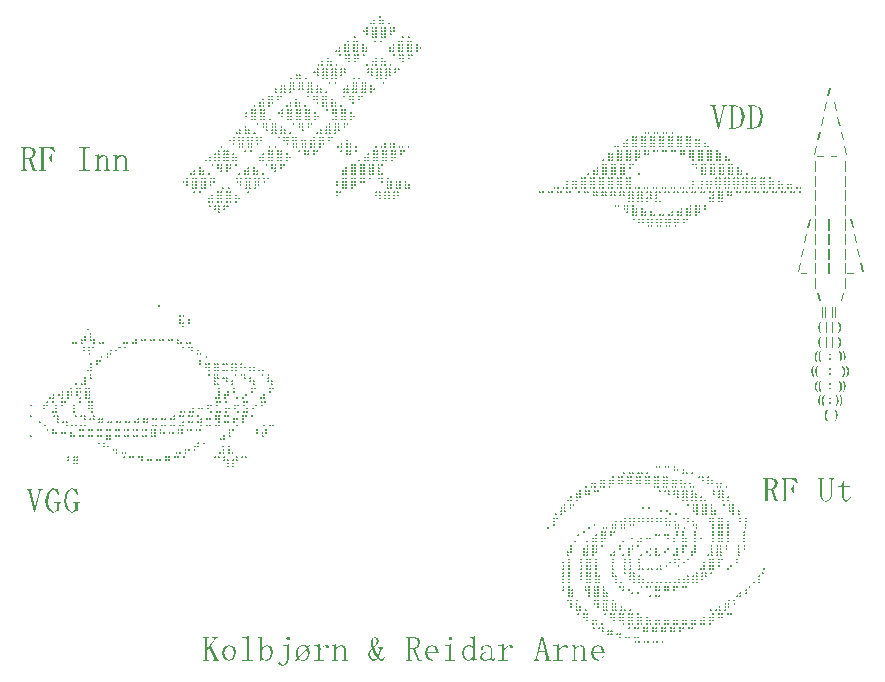
<source format=gbr>
G04 ===== Begin FILE IDENTIFICATION =====*
G04 File Format:  Gerber RS274X*
G04 ===== End FILE IDENTIFICATION =====*
%FSLAX66Y66*%
%MOIN*%
%SFA1.0000B1.0000*%
%OFA0.0B0.0*%
%ADD10C,0.000984*%
%LNsilk_screen*%
%IPPOS*%
%LPD*%
G75*
G36*
G01X-168620Y1871727D02*
G01X-165852D01*
G01X-162622Y1870804D01*
G01X-161700Y1868036D01*
G01Y1802061D01*
G01X-162622Y1799292D01*
G01X-165852Y1798370D01*
G01X-168620D01*
G01Y1795601D01*
G01X-147397D01*
G01Y1798370D01*
G01X-150165D01*
G01X-153164Y1799292D01*
G01X-154318Y1802061D01*
G01Y1835279D01*
G01X-143706D01*
G01X-128481Y1795601D01*
G01X-115563D01*
G01Y1798370D01*
G01X-118331D01*
G01X-120868Y1799062D01*
G01X-122945Y1801599D01*
G01X-136786Y1835740D01*
G01X-125251Y1841738D01*
G01X-120176Y1856041D01*
G01X-125944Y1869882D01*
G01X-142322Y1874495D01*
G01X-150165D01*
G01Y1871727D01*
G01X-145090D01*
G01X-132172Y1867344D01*
G01X-128020Y1855118D01*
G01X-132633Y1842200D01*
G01X-144168Y1838047D01*
G01X-154318D01*
G01Y1868036D01*
G01X-153164Y1870804D01*
G01X-150165Y1871727D01*
G01Y1874495D01*
G01X-168620D01*
G01Y1871727D01*
G37*
G36*
G01X-85980Y1798370D02*
G01Y1795601D01*
G01X-108125D01*
G01Y1798370D01*
G01X-104896D01*
G01X-101666Y1799292D01*
G01X-100744Y1802061D01*
G01Y1868036D01*
G01X-101666Y1870804D01*
G01X-104896Y1871727D01*
G01X-107664D01*
G01Y1874495D01*
G01X-59682D01*
G01X-54145Y1857886D01*
G01X-56452Y1856963D01*
G01X-65218Y1868036D01*
G01X-76291Y1871727D01*
G01X-89209D01*
G01X-92208Y1870804D01*
G01X-93362Y1868036D01*
G01Y1838509D01*
G01X-78137D01*
G01X-71447Y1840585D01*
G01X-69371Y1847275D01*
G01Y1849581D01*
G01X-66602D01*
G01Y1822822D01*
G01X-69371D01*
G01Y1824668D01*
G01X-71447Y1832972D01*
G01X-78137Y1835740D01*
G01X-93362D01*
G01Y1802061D01*
G01X-92208Y1799292D01*
G01X-89209Y1798370D01*
G01X-85980D01*
G37*
G36*
G01X23014Y1871727D02*
G01Y1874495D01*
G01X59923D01*
G01Y1871727D01*
G01X49312D01*
G01X46313Y1870804D01*
G01X45159Y1868036D01*
G01Y1802061D01*
G01X46313Y1799292D01*
G01X49312Y1798370D01*
G01X59923D01*
G01Y1795601D01*
G01X23014D01*
G01Y1798370D01*
G01X33625D01*
G01X36855Y1799292D01*
G01X37778Y1802061D01*
G01Y1868036D01*
G01X36855Y1870804D01*
G01X33625Y1871727D01*
G01X23014D01*
G37*
G36*
G01X77049Y1795601D02*
G01Y1798370D01*
G01X79356D01*
G01X82586Y1799292D01*
G01X83508Y1802061D01*
G01Y1841738D01*
G01X83047Y1843814D01*
G01X81202Y1844506D01*
G01X77511D01*
G01Y1847275D01*
G01X80740D01*
G01X85123Y1847736D01*
G01X89045Y1849581D01*
G01X89968D01*
G01Y1838970D01*
G01X98272Y1845891D01*
G01X107038Y1848197D01*
G01X118572Y1844045D01*
G01X122263Y1831588D01*
G01Y1802061D01*
G01X123417Y1799292D01*
G01X126416Y1798370D01*
G01X128722D01*
G01Y1795601D01*
G01X109345D01*
G01Y1798370D01*
G01X111652D01*
G01X114881Y1799292D01*
G01X115804Y1802061D01*
G01Y1832972D01*
G01X113497Y1841508D01*
G01X106577Y1844506D01*
G01X98041Y1841738D01*
G01X89968Y1833895D01*
G01Y1802061D01*
G01X91121Y1799292D01*
G01X94120Y1798370D01*
G01X96427D01*
G01Y1795601D01*
G01X77049D01*
G37*
G36*
G01X138467Y1795601D02*
G01Y1798370D01*
G01X140773D01*
G01X144003Y1799292D01*
G01X144926Y1802061D01*
G01Y1841738D01*
G01X144464Y1843814D01*
G01X142619Y1844506D01*
G01X138928D01*
G01Y1847275D01*
G01X142157D01*
G01X146540Y1847736D01*
G01X150462Y1849581D01*
G01X151385D01*
G01Y1838970D01*
G01X159689Y1845891D01*
G01X168455Y1848197D01*
G01X179990Y1844045D01*
G01X183681Y1831588D01*
G01Y1802061D01*
G01X184834Y1799292D01*
G01X187833Y1798370D01*
G01X190140D01*
G01Y1795601D01*
G01X170762D01*
G01Y1798370D01*
G01X173069D01*
G01X176299Y1799292D01*
G01X177221Y1802061D01*
G01Y1832972D01*
G01X174915Y1841508D01*
G01X167994Y1844506D01*
G01X159459Y1841738D01*
G01X151385Y1833895D01*
G01Y1802061D01*
G01X152538Y1799292D01*
G01X155537Y1798370D01*
G01X157844D01*
G01Y1795601D01*
G01X138467D01*
G37*
G36*
G01X2305230Y768558D02*
G01X2307999D01*
G01X2311228Y767635D01*
G01X2312151Y764867D01*
G01Y698891D01*
G01X2311228Y696123D01*
G01X2307999Y695200D01*
G01X2305230D01*
G01Y692432D01*
G01X2326453D01*
G01Y695200D01*
G01X2323685D01*
G01X2320686Y696123D01*
G01X2319533Y698891D01*
G01Y732110D01*
G01X2330144D01*
G01X2345369Y692432D01*
G01X2358288D01*
G01Y695200D01*
G01X2355519D01*
G01X2352982Y695892D01*
G01X2350906Y698430D01*
G01X2337065Y732571D01*
G01X2348599Y738569D01*
G01X2353674Y752871D01*
G01X2347907Y766712D01*
G01X2331528Y771326D01*
G01X2323685D01*
G01Y768558D01*
G01X2328760D01*
G01X2341678Y764175D01*
G01X2345831Y751949D01*
G01X2341217Y739030D01*
G01X2329683Y734878D01*
G01X2319533D01*
G01Y764867D01*
G01X2320686Y767635D01*
G01X2323685Y768558D01*
G01Y771326D01*
G01X2305230D01*
G01Y768558D01*
G37*
G36*
G01X2387871Y695200D02*
G01Y692432D01*
G01X2365725D01*
G01Y695200D01*
G01X2368954D01*
G01X2372184Y696123D01*
G01X2373107Y698891D01*
G01Y764867D01*
G01X2372184Y767635D01*
G01X2368954Y768558D01*
G01X2366186D01*
G01Y771326D01*
G01X2414169D01*
G01X2419705Y754717D01*
G01X2417398Y753794D01*
G01X2408632Y764867D01*
G01X2397559Y768558D01*
G01X2384641D01*
G01X2381642Y767635D01*
G01X2380489Y764867D01*
G01Y735339D01*
G01X2395714D01*
G01X2402404Y737415D01*
G01X2404480Y744105D01*
G01Y746412D01*
G01X2407248D01*
G01Y719653D01*
G01X2404480D01*
G01Y721498D01*
G01X2402404Y729803D01*
G01X2395714Y732571D01*
G01X2380489D01*
G01Y698891D01*
G01X2381642Y696123D01*
G01X2384641Y695200D01*
G01X2387871D01*
G37*
G36*
G01X2515780Y695200D02*
G01X2527545Y699814D01*
G01X2532390Y711348D01*
G01Y764867D01*
G01X2531467Y767635D01*
G01X2528237Y768558D01*
G01X2525469D01*
G01Y771326D01*
G01X2542078D01*
G01Y768558D01*
G01X2539310D01*
G01X2536311Y767635D01*
G01X2535158Y764867D01*
G01Y711348D01*
G01X2528929Y696815D01*
G01X2514858Y691509D01*
G01X2500324Y696123D01*
G01X2494096Y710887D01*
G01Y764867D01*
G01X2493173Y767635D01*
G01X2489944Y768558D01*
G01X2487637D01*
G01Y771326D01*
G01X2507937D01*
G01Y768558D01*
G01X2505630D01*
G01X2502631Y767635D01*
G01X2501478Y764867D01*
G01Y710887D01*
G01X2505399Y698430D01*
G01X2515780Y695200D01*
G37*
G36*
G01X2574891Y707196D02*
G01X2577198Y698430D01*
G01X2584118Y696123D01*
G01X2591500Y699122D01*
G01X2595191Y707657D01*
G01X2597498Y706734D01*
G01X2592653Y696123D01*
G01X2582273Y691971D01*
G01X2571892Y696123D01*
G01X2568432Y709041D01*
G01Y741337D01*
G01X2554591D01*
G01Y744105D01*
G01X2558281D01*
G01X2567278Y747566D01*
G01X2571661Y758408D01*
G01X2572123Y762099D01*
G01X2574891D01*
G01Y744105D01*
G01X2593345D01*
G01Y741337D01*
G01X2574891D01*
G01Y707196D01*
G37*
G36*
G01X2166488Y2011192D02*
G01Y2013960D01*
G01X2183097D01*
G01Y2011192D01*
G01X2181252D01*
G01X2177791Y2009808D01*
G01X2175254Y2004733D01*
G01X2156338Y1935066D01*
G01X2153570D01*
G01X2136499Y2004733D01*
G01X2134884Y2009577D01*
G01X2131424Y2011192D01*
G01X2129117D01*
G01Y2013960D01*
G01X2148956D01*
G01Y2011192D01*
G01X2147110D01*
G01X2144112Y2009808D01*
G01X2143881Y2006117D01*
G01X2156799Y1952137D01*
G01X2157722D01*
G01X2171563Y2004733D01*
G01X2172024Y2007501D01*
G01X2171332Y2010038D01*
G01X2167872Y2011192D01*
G01X2166488D01*
G37*
G36*
G01X2191457Y2011192D02*
G01X2194225D01*
G01X2197455Y2010269D01*
G01X2198378Y2007501D01*
G01Y1941525D01*
G01X2197455Y1938757D01*
G01X2194225Y1937834D01*
G01X2190996D01*
G01Y1935066D01*
G01X2210835D01*
G01X2235287Y1944985D01*
G01X2243592Y1976128D01*
G01X2235056Y2004733D01*
G01X2212219Y2013960D01*
G01Y2011192D01*
G01X2228828Y2003118D01*
G01X2234826Y1975205D01*
G01X2227905Y1945447D01*
G01X2210835Y1937834D01*
G01X2207144Y1938757D01*
G01X2205760Y1941525D01*
G01Y2007501D01*
G01X2207374Y2010269D01*
G01X2212219Y2011192D01*
G01Y2013960D01*
G01X2191457D01*
G01Y2011192D01*
G37*
G36*
G01X2252875Y2011192D02*
G01X2255643D01*
G01X2258872Y2010269D01*
G01X2259795Y2007501D01*
G01Y1941525D01*
G01X2258872Y1938757D01*
G01X2255643Y1937834D01*
G01X2252413D01*
G01Y1935066D01*
G01X2272252D01*
G01X2296704Y1944985D01*
G01X2305009Y1976128D01*
G01X2296474Y2004733D01*
G01X2273636Y2013960D01*
G01Y2011192D01*
G01X2290245Y2003118D01*
G01X2296243Y1975205D01*
G01X2289323Y1945447D01*
G01X2272252Y1937834D01*
G01X2268561Y1938757D01*
G01X2267177Y1941525D01*
G01Y2007501D01*
G01X2268792Y2010269D01*
G01X2273636Y2011192D01*
G01Y2013960D01*
G01X2252875D01*
G01Y2011192D01*
G37*
G36*
G01X-113126Y731948D02*
G01Y734716D01*
G01X-96517D01*
G01Y731948D01*
G01X-98362D01*
G01X-101823Y730563D01*
G01X-104360Y725488D01*
G01X-123276Y655822D01*
G01X-126045D01*
G01X-143115Y725488D01*
G01X-144730Y730333D01*
G01X-148190Y731948D01*
G01X-150497D01*
G01Y734716D01*
G01X-130658D01*
G01Y731948D01*
G01X-132504D01*
G01X-135503Y730563D01*
G01X-135733Y726873D01*
G01X-122815Y672892D01*
G01X-121892D01*
G01X-108051Y725488D01*
G01X-107590Y728257D01*
G01X-108282Y730794D01*
G01X-111742Y731948D01*
G01X-113126D01*
G37*
G36*
G01X-60936Y732409D02*
G01X-73624Y722951D01*
G01X-79391Y694115D01*
G01X-75008Y669663D01*
G01X-60475Y658129D01*
G01X-52401Y660205D01*
G01X-48941Y666433D01*
G01Y682120D01*
G01X-50325Y686272D01*
G01X-54477Y687656D01*
G01X-57245D01*
G01Y690424D01*
G01X-34177D01*
G01Y687656D01*
G01X-36484D01*
G01X-40175Y686272D01*
G01X-41559Y682581D01*
G01Y659513D01*
G01X-43174Y660205D01*
G01X-44788Y660436D01*
G01X-46634Y660205D01*
G01X-48479Y659051D01*
G01X-54246Y655822D01*
G01X-60936Y654899D01*
G01X-81236Y667125D01*
G01X-87696Y694115D01*
G01X-80083Y723412D01*
G01X-60936Y735639D01*
G01X-54477Y734254D01*
G01X-49863Y732870D01*
G01X-47095Y733562D01*
G01X-44788Y735639D01*
G01X-41097Y714877D01*
G01X-43866Y713954D01*
G01X-50786Y728026D01*
G01X-60936Y732409D01*
G37*
G36*
G01X481Y732409D02*
G01X-12207Y722951D01*
G01X-17974Y694115D01*
G01X-13591Y669663D01*
G01X942Y658129D01*
G01X9016Y660205D01*
G01X12477Y666433D01*
G01Y682120D01*
G01X11093Y686272D01*
G01X6940Y687656D01*
G01X4172D01*
G01Y690424D01*
G01X27240D01*
G01Y687656D01*
G01X24934D01*
G01X21243Y686272D01*
G01X19859Y682581D01*
G01Y659513D01*
G01X18244Y660205D01*
G01X16629Y660436D01*
G01X14783Y660205D01*
G01X12938Y659051D01*
G01X7171Y655822D01*
G01X481Y654899D01*
G01X-19819Y667125D01*
G01X-26278Y694115D01*
G01X-18666Y723412D01*
G01X481Y735639D01*
G01X6940Y734254D01*
G01X11554Y732870D01*
G01X14322Y733562D01*
G01X16629Y735639D01*
G01X20320Y714877D01*
G01X17552Y713954D01*
G01X10631Y728026D01*
G01X481Y732409D01*
G37*
G36*
G01X491087Y161849D02*
G01X471255D01*
G01Y164618D01*
G01X472639D01*
G01X475869Y166456D01*
G01X474485Y171509D01*
G01X458791Y205067D01*
G01X451409Y194607D01*
G01Y168309D01*
G01X452563Y165540D01*
G01X455562Y164618D01*
G01X458330D01*
G01Y161849D01*
G01X437107D01*
G01Y164618D01*
G01X439875D01*
G01X443105Y165540D01*
G01X444027Y168309D01*
G01Y234284D01*
G01X443105Y237052D01*
G01X439875Y237975D01*
G01X437107D01*
G01Y240743D01*
G01X458330D01*
G01Y237975D01*
G01X455562D01*
G01X452563Y237060D01*
G01X451409Y234320D01*
G01Y200965D01*
G01X473094Y231516D01*
G01X474478Y236360D01*
G01X470325Y237975D01*
G01X468480D01*
G01Y240743D01*
G01X488319D01*
G01Y237975D01*
G01X487396D01*
G01X482782Y236591D01*
G01X478169Y232439D01*
G01X463405Y212139D01*
G01X483244Y169693D01*
G01X486242Y165771D01*
G01X488780Y164618D01*
G01X491087D01*
G01Y161849D01*
G37*
G36*
G01X501292Y187686D02*
G01X507982Y168770D01*
G01X525283Y160927D01*
G01X542354Y168539D01*
G01X549275Y187686D01*
G01X542815Y206141D01*
G01X525283Y214445D01*
G01Y211677D01*
G01X537048Y205449D01*
G01X541893Y187225D01*
G01X537510Y169923D01*
G01X525283Y163695D01*
G01X513519Y169462D01*
G01X508674Y187225D01*
G01X513749Y205449D01*
G01X525283Y211677D01*
G01Y214445D01*
G01X507982Y206141D01*
G01X501292Y187686D01*
G37*
G36*
G01X574244Y240743D02*
G01X582087Y241666D01*
G01X589008Y244434D01*
G01X589930D01*
G01Y168309D01*
G01X591084Y165540D01*
G01X594083Y164618D01*
G01X604694D01*
G01Y161849D01*
G01X568707D01*
G01Y164618D01*
G01X579319D01*
G01X582548Y165540D01*
G01X583471Y168309D01*
G01Y234284D01*
G01X582548Y237052D01*
G01X579319Y237975D01*
G01X569169D01*
G01Y240743D01*
G01X574244D01*
G37*
G36*
G01X621359Y237975D02*
G01X624127D01*
G01X627357Y237052D01*
G01X628279Y234284D01*
G01Y161849D01*
G01X630125D01*
G01X634277Y167386D01*
G01X640967Y163003D01*
G01X649502Y161388D01*
G01X664958Y168078D01*
G01X671187Y187686D01*
G01X666342Y207294D01*
G01X651809Y213984D01*
G01X651348Y213841D01*
G01Y210293D01*
G01X660806Y204526D01*
G01X663805Y187686D01*
G01X660344Y170385D01*
G01X648579Y164618D01*
G01X638199Y168309D01*
G01X634738Y177075D01*
G01Y195529D01*
G01X641659Y207063D01*
G01X651348Y210293D01*
G01Y213841D01*
G01X642120Y210985D01*
G01X634738Y202911D01*
G01Y244434D01*
G01X630125Y241666D01*
G01X625511Y240743D01*
G01X621359D01*
G01Y237975D01*
G37*
G36*
G01X725683Y166463D02*
G01X719224Y150315D01*
G01X703538Y144779D01*
G01X692695Y147086D01*
G01X689235Y152622D01*
G01X690389Y155621D01*
G01X693849Y156774D01*
G01X696848Y155390D01*
G01X698001Y152622D01*
G01X700308Y149162D01*
G01X704922Y148470D01*
G01X715764Y152402D01*
G01X719224Y164661D01*
G01Y206761D01*
G01X718301Y209770D01*
G01X715072Y210927D01*
G01X705844Y210733D01*
G01Y213523D01*
G01X709997Y213566D01*
G01X717840Y214215D01*
G01X724761Y216752D01*
G01X725683D01*
G01Y166463D01*
G37*
G36*
G01X721992Y241666D02*
G01X726375Y240051D01*
G01X727990Y236130D01*
G01X726375Y231977D01*
G01X721992Y230132D01*
G01X717840Y231977D01*
G01X715995Y236130D01*
G01X717840Y240051D01*
G01X721992Y241666D01*
G37*
G36*
G01X746500Y189070D02*
G01X747884Y178459D01*
G01X752037Y170154D01*
G01X744655Y161388D01*
G01X746962Y159081D01*
G01X754344Y167847D01*
G01X762417Y162772D01*
G01X772337Y161388D01*
G01X783640Y165310D01*
G01X791945Y175690D01*
G01X794483Y190685D01*
G01X788946Y205679D01*
G01X796789Y214445D01*
G01X794483Y217214D01*
G01X786639Y208448D01*
G01X784794Y209696D01*
G01Y201066D01*
G01X787101Y185379D01*
G01X783179Y171077D01*
G01X776028Y165079D01*
G01X770491Y164156D01*
G01X765186Y165079D01*
G01X757573Y171077D01*
G01X784794Y201066D01*
G01Y209696D01*
G01X778796Y213753D01*
G01X768877Y214907D01*
G01X767954Y214593D01*
G01Y211677D01*
G01X776489Y210985D01*
G01X782948Y204295D01*
G01X755728Y174306D01*
G01X753882Y191838D01*
G01X758957Y205679D01*
G01X767954Y211677D01*
G01Y214593D01*
G01X758034Y211216D01*
G01X749730Y201758D01*
G01X746500Y189070D01*
G37*
G36*
G01X826372Y199220D02*
G01X836292Y210524D01*
G01X847134Y214445D01*
G01X854285Y212369D01*
G01X856823Y207525D01*
G01X855669Y203834D01*
G01X852209Y202450D01*
G01X848749Y203834D01*
G01X848057Y207525D01*
G01X847595Y209832D01*
G01X844827Y210754D01*
G01X835830Y206141D01*
G01X826372Y193222D01*
G01Y168309D01*
G01X827526Y165540D01*
G01X830525Y164618D01*
G01X840675D01*
G01Y161849D01*
G01X806533D01*
G01Y164618D01*
G01X815761D01*
G01X818990Y165540D01*
G01X819913Y168309D01*
G01Y206602D01*
G01X818990Y209601D01*
G01X815761Y210754D01*
G01X806995D01*
G01Y213523D01*
G01X810686D01*
G01X818298Y214215D01*
G01X824988Y215829D01*
G01X826372D01*
G01Y199220D01*
G37*
G36*
G01X867951Y161849D02*
G01Y164618D01*
G01X870258D01*
G01X873487Y165540D01*
G01X874410Y168309D01*
G01Y207986D01*
G01X873949Y210062D01*
G01X872103Y210754D01*
G01X868412D01*
G01Y213523D01*
G01X871642D01*
G01X876025Y213984D01*
G01X879946Y215829D01*
G01X880869D01*
G01Y205218D01*
G01X889174Y212139D01*
G01X897940Y214445D01*
G01X909474Y210293D01*
G01X913165Y197836D01*
G01Y168309D01*
G01X914318Y165540D01*
G01X917317Y164618D01*
G01X919624D01*
G01Y161849D01*
G01X900247D01*
G01Y164618D01*
G01X902553D01*
G01X905783Y165540D01*
G01X906706Y168309D01*
G01Y199220D01*
G01X904399Y207756D01*
G01X897478Y210754D01*
G01X888943Y207986D01*
G01X880869Y200143D01*
G01Y168309D01*
G01X882023Y165540D01*
G01X885021Y164618D01*
G01X887328D01*
G01Y161849D01*
G01X867951D01*
G37*
G36*
G01X997245Y224134D02*
G01X998167Y214445D01*
G01X1000474Y204757D01*
G01X991477Y194376D01*
G01X988479Y181688D01*
G01X993784Y166924D01*
G01X1005549Y160927D01*
G01X1013623Y162772D01*
G01X1020774Y168770D01*
G01X1027234Y162772D01*
G01X1032309Y160927D01*
G01X1040383Y163926D01*
G01X1044304Y172922D01*
G01X1042459Y173845D01*
G01X1039460Y168309D01*
G01X1035538Y166463D01*
G01X1030694Y168539D01*
G01X1024927Y174768D01*
G01X1028848Y183995D01*
G01X1031847Y197836D01*
G01X1033693Y201988D01*
G01X1037384Y203373D01*
G01X1039229D01*
G01Y206141D01*
G01X1020774D01*
G01Y203373D01*
G01X1023081D01*
G01X1026311Y202219D01*
G01X1027234Y198759D01*
G01X1026080Y186994D01*
G01X1022620Y177997D01*
G01X1014777Y189762D01*
G01X1007856Y205679D01*
G01X1019390Y214676D01*
G01X1023081Y227825D01*
G01X1020313Y237514D01*
G01X1010624Y241666D01*
G01Y238898D01*
G01X1015469Y236360D01*
G01X1016622Y228286D01*
G01X1014315Y216060D01*
G01X1006933Y208448D01*
G01X1004165Y217444D01*
G01X1003242Y226902D01*
G01X1005780Y236360D01*
G01X1010624Y238898D01*
G01Y241666D01*
G01X1001397Y237052D01*
G01Y201988D01*
G01X1009009Y185148D01*
G01X1018468Y171077D01*
G01X1014315Y167155D01*
G01X1009240Y166002D01*
G01X999090Y170615D01*
G01X995399Y185379D01*
G01X997014Y195068D01*
G01X1001397Y201988D01*
G01Y237052D01*
G01X997245Y224134D01*
G37*
G36*
G01X1113620Y237975D02*
G01X1116388D01*
G01X1119618Y237052D01*
G01X1120541Y234284D01*
G01Y168309D01*
G01X1119618Y165540D01*
G01X1116388Y164618D01*
G01X1113620D01*
G01Y161849D01*
G01X1134843D01*
G01Y164618D01*
G01X1132075D01*
G01X1129076Y165540D01*
G01X1127922Y168309D01*
G01Y201527D01*
G01X1138534D01*
G01X1153759Y161849D01*
G01X1166677D01*
G01Y164618D01*
G01X1163909D01*
G01X1161372Y165310D01*
G01X1159296Y167847D01*
G01X1145454Y201988D01*
G01X1156989Y207986D01*
G01X1162064Y222289D01*
G01X1156297Y236130D01*
G01X1139918Y240743D01*
G01X1132075D01*
G01Y237975D01*
G01X1137150D01*
G01X1150068Y233592D01*
G01X1154220Y221366D01*
G01X1149607Y208448D01*
G01X1138073Y204295D01*
G01X1127922D01*
G01Y234284D01*
G01X1129076Y237052D01*
G01X1132075Y237975D01*
G01Y240743D01*
G01X1113620D01*
G01Y237975D01*
G37*
G36*
G01X1178728Y187686D02*
G01X1185418Y167847D01*
G01X1202719Y160927D01*
G01X1215868Y165771D01*
G01X1222097Y175690D01*
G01X1219790Y176613D01*
G01X1213792Y168078D01*
G01X1203642Y164618D01*
G01X1190955Y169923D01*
G01X1186110Y187686D01*
G01X1223481D01*
G01X1217022Y208448D01*
G01X1201797Y214445D01*
G01Y211216D01*
G01X1212178Y205910D01*
G01X1215638Y190454D01*
G01X1186110D01*
G01X1190493Y205679D01*
G01X1201797Y211216D01*
G01Y214445D01*
G01X1185418Y206833D01*
G01X1178728Y187686D01*
G37*
G36*
G01X1259062Y206364D02*
G01X1258139Y209349D01*
G01X1254909Y210495D01*
G01X1245221Y210733D01*
G01Y213523D01*
G01X1249834Y213609D01*
G01X1257678Y214215D01*
G01X1264598Y216752D01*
G01X1265521D01*
G01Y168309D01*
G01X1266674Y165540D01*
G01X1269673Y164618D01*
G01X1279362D01*
G01Y161849D01*
G01X1245221D01*
G01Y164618D01*
G01X1254909D01*
G01X1258139Y165537D01*
G01X1259062Y168287D01*
G01Y206364D01*
G37*
G36*
G01X1262753Y241666D02*
G01X1266905Y240051D01*
G01X1268750Y236130D01*
G01X1266905Y231977D01*
G01X1262753Y230132D01*
G01X1258600Y231977D01*
G01X1256755Y236130D01*
G01X1258600Y240051D01*
G01X1262753Y241666D01*
G37*
G36*
G01X1301102Y187686D02*
G01X1307099Y168078D01*
G01X1321402Y161388D01*
G01X1330398Y163926D01*
G01X1336627Y170615D01*
G01Y161849D01*
G01X1337550D01*
G01X1342855Y163926D01*
G01X1347238Y164618D01*
G01X1350007D01*
G01Y167386D01*
G01X1346777D01*
G01X1344009Y168309D01*
G01X1343086Y171538D01*
G01Y244434D01*
G01X1338472Y241666D01*
G01X1333859Y240743D01*
G01X1328784D01*
G01Y237975D01*
G01X1332475D01*
G01X1335704Y236591D01*
G01X1336627Y232439D01*
G01Y207525D01*
G01X1330398Y212369D01*
G01X1323247Y213886D01*
G01Y210293D01*
G01X1330629Y208776D01*
G01X1336627Y203553D01*
G01Y178055D01*
G01X1331321Y168323D01*
G01X1322786Y165079D01*
G01X1312174Y170385D01*
G01X1308484Y186763D01*
G01X1312405Y203834D01*
G01X1323247Y210293D01*
G01Y213886D01*
G01X1322786Y213984D01*
G01X1307561Y206833D01*
G01X1301102Y187686D01*
G37*
G36*
G01X1363442Y202911D02*
G01X1364595Y199451D01*
G01X1367594Y198297D01*
G01X1371054Y199682D01*
G01X1371746Y201988D01*
G01X1371285Y203834D01*
G01X1373592Y209140D01*
G01X1384665Y211677D01*
G01X1394123Y208678D01*
G01X1396199Y201066D01*
G01Y195529D01*
G01Y192761D01*
G01Y171077D01*
G01X1387433Y166232D01*
G01X1379128Y164618D01*
G01X1371054Y168078D01*
G01X1368517Y175690D01*
G01X1374515Y186533D01*
G01X1396199Y192761D01*
G01Y195529D01*
G01X1367825Y187917D01*
G01X1360673Y174306D01*
G01X1365287Y165310D01*
G01X1378205Y161388D01*
G01X1387664Y163003D01*
G01X1396199Y167847D01*
G01X1398967Y163234D01*
G01X1404042Y161849D01*
G01X1410040Y164387D01*
G01X1412347Y173384D01*
G01X1410040D01*
G01X1409117Y167617D01*
G01X1405888Y165540D01*
G01X1403350Y166232D01*
G01X1402658Y170615D01*
G01Y201066D01*
G01X1398044Y210985D01*
G01X1384203Y214445D01*
G01X1369439Y210754D01*
G01X1363442Y202911D01*
G37*
G36*
G01X1440546Y199220D02*
G01X1450465Y210524D01*
G01X1461307Y214445D01*
G01X1468458Y212369D01*
G01X1470996Y207525D01*
G01X1469842Y203834D01*
G01X1466382Y202450D01*
G01X1462922Y203834D01*
G01X1462230Y207525D01*
G01X1461768Y209832D01*
G01X1459000Y210754D01*
G01X1450004Y206141D01*
G01X1440546Y193222D01*
G01Y168309D01*
G01X1441699Y165540D01*
G01X1444698Y164618D01*
G01X1454848D01*
G01Y161849D01*
G01X1420707D01*
G01Y164618D01*
G01X1429934D01*
G01X1433164Y165540D01*
G01X1434086Y168309D01*
G01Y206602D01*
G01X1433164Y209601D01*
G01X1429934Y210754D01*
G01X1421168D01*
G01Y213523D01*
G01X1424859D01*
G01X1432472Y214215D01*
G01X1439161Y215829D01*
G01X1440546D01*
G01Y199220D01*
G37*
G36*
G01X1540773Y161849D02*
G01X1557844D01*
G01Y164618D01*
G01X1556460D01*
G01X1552538Y166463D01*
G01X1551846Y170154D01*
G01X1552307Y173845D01*
G01X1556460Y191377D01*
G01X1577221D01*
G01X1581835Y171077D01*
G01X1582296Y167847D01*
G01X1581835Y165771D01*
G01X1578605Y164618D01*
G01X1576760D01*
G01Y161849D01*
G01X1596599D01*
G01Y164618D01*
G01X1595215D01*
G01X1591985Y165771D01*
G01X1589678Y169693D01*
G01X1572146Y242589D01*
G01X1567071Y240897D01*
G01Y232439D01*
G01X1567532D01*
G01X1576760Y194145D01*
G01X1557382D01*
G01X1567071Y232439D01*
G01Y240897D01*
G01X1565226Y240282D01*
G01X1547232Y169693D01*
G01X1545387Y165771D01*
G01X1542157Y164618D01*
G01X1540773D01*
G01Y161849D01*
G37*
G36*
G01X1624797Y199220D02*
G01X1634717Y210524D01*
G01X1645559Y214445D01*
G01X1652710Y212369D01*
G01X1655248Y207525D01*
G01X1654094Y203834D01*
G01X1650634Y202450D01*
G01X1647174Y203834D01*
G01X1646482Y207525D01*
G01X1646020Y209832D01*
G01X1643252Y210754D01*
G01X1634256Y206141D01*
G01X1624797Y193222D01*
G01Y168309D01*
G01X1625951Y165540D01*
G01X1628950Y164618D01*
G01X1639100D01*
G01Y161849D01*
G01X1604959D01*
G01Y164618D01*
G01X1614186D01*
G01X1617416Y165540D01*
G01X1618338Y168309D01*
G01Y206602D01*
G01X1617416Y209601D01*
G01X1614186Y210754D01*
G01X1605420D01*
G01Y213523D01*
G01X1609111D01*
G01X1616724Y214215D01*
G01X1623413Y215829D01*
G01X1624797D01*
G01Y199220D01*
G37*
G36*
G01X1666376Y161849D02*
G01Y164618D01*
G01X1668683D01*
G01X1671912Y165540D01*
G01X1672835Y168309D01*
G01Y207986D01*
G01X1672374Y210062D01*
G01X1670528Y210754D01*
G01X1666837D01*
G01Y213523D01*
G01X1670067D01*
G01X1674450Y213984D01*
G01X1678372Y215829D01*
G01X1679294D01*
G01Y205218D01*
G01X1687599Y212139D01*
G01X1696365Y214445D01*
G01X1707899Y210293D01*
G01X1711590Y197836D01*
G01Y168309D01*
G01X1712743Y165540D01*
G01X1715742Y164618D01*
G01X1718049D01*
G01Y161849D01*
G01X1698672D01*
G01Y164618D01*
G01X1700979D01*
G01X1704208Y165540D01*
G01X1705131Y168309D01*
G01Y199220D01*
G01X1702824Y207756D01*
G01X1695904Y210754D01*
G01X1687368Y207986D01*
G01X1679294Y200143D01*
G01Y168309D01*
G01X1680448Y165540D01*
G01X1683447Y164618D01*
G01X1685753D01*
G01Y161849D01*
G01X1666376D01*
G37*
G36*
G01X1731484Y187686D02*
G01X1738174Y167847D01*
G01X1755475Y160927D01*
G01X1768624Y165771D01*
G01X1774853Y175690D01*
G01X1772546Y176613D01*
G01X1766548Y168078D01*
G01X1756398Y164618D01*
G01X1743711Y169923D01*
G01X1738866Y187686D01*
G01X1776237D01*
G01X1769778Y208448D01*
G01X1754553Y214445D01*
G01Y211216D01*
G01X1764933Y205910D01*
G01X1768394Y190454D01*
G01X1738866D01*
G01X1743249Y205679D01*
G01X1754553Y211216D01*
G01Y214445D01*
G01X1738174Y206833D01*
G01X1731484Y187686D01*
G37*
G36*
G01X291770Y1339938D02*
G01X289367Y1340918D01*
G01X288367Y1343263D01*
G01X289367Y1345637D01*
G01X291770Y1346647D01*
G01X294115Y1345647D01*
G01X295095Y1343263D01*
G01X294115Y1340918D01*
G01X291770Y1339938D01*
G37*
G36*
G01X361300Y1308411D02*
G01X358897Y1309391D01*
G01X357898Y1311756D01*
G01X358897Y1314130D01*
G01X361300Y1315139D01*
G01X363645Y1314139D01*
G01X364626Y1311756D01*
G01X363645Y1309391D01*
G01X361300Y1308411D01*
G37*
G36*
G01X372085Y1308411D02*
G01X369682Y1309391D01*
G01X368682Y1311756D01*
G01X369682Y1314130D01*
G01X372085Y1315139D01*
G01X374430Y1314139D01*
G01X375410Y1311756D01*
G01X374430Y1309391D01*
G01X372085Y1308411D01*
G37*
G36*
G01X54213Y1262741D02*
G01X51811Y1263722D01*
G01X50811Y1266086D01*
G01X51811Y1268460D01*
G01X54213Y1269470D01*
G01X56559Y1268470D01*
G01X57539Y1266086D01*
G01X56559Y1263722D01*
G01X54213Y1262741D01*
G37*
G36*
G01X361300Y1283811D02*
G01X358897Y1284791D01*
G01X357898Y1287136D01*
G01X358897Y1289539D01*
G01X361300Y1290558D01*
G01X363645Y1289549D01*
G01X364626Y1287136D01*
G01X363645Y1284791D01*
G01X361300Y1283811D01*
G37*
G36*
G01X372085Y1283811D02*
G01X369682Y1284791D01*
G01X368682Y1287136D01*
G01X369682Y1289539D01*
G01X372085Y1290558D01*
G01X374430Y1289549D01*
G01X375410Y1287136D01*
G01X374430Y1284791D01*
G01X372085Y1283811D01*
G37*
G36*
G01X372085Y1273180D02*
G01X369682Y1274160D01*
G01X368682Y1276525D01*
G01X369682Y1278889D01*
G01X372085Y1279908D01*
G01X374430Y1278899D01*
G01X375410Y1276525D01*
G01X374430Y1274160D01*
G01X372085Y1273180D01*
G37*
G36*
G01X361300Y1294211D02*
G01X358897Y1295191D01*
G01X357898Y1297536D01*
G01X358897Y1299939D01*
G01X361300Y1300958D01*
G01X363645Y1299949D01*
G01X364626Y1297536D01*
G01X363645Y1295191D01*
G01X361300Y1294211D01*
G37*
G36*
G01X391221Y1283811D02*
G01X388818Y1284791D01*
G01X387819Y1287136D01*
G01X388818Y1289539D01*
G01X391221Y1290558D01*
G01X393567Y1289549D01*
G01X394547Y1287136D01*
G01X393567Y1284791D01*
G01X391221Y1283811D01*
G37*
G36*
G01X391221Y1294211D02*
G01X388818Y1295191D01*
G01X387819Y1297536D01*
G01X388818Y1299939D01*
G01X391221Y1300958D01*
G01X393567Y1299949D01*
G01X394547Y1297536D01*
G01X393567Y1295191D01*
G01X391221Y1294211D01*
G37*
G36*
G01X3820Y1217072D02*
G01X1417Y1218053D01*
G01X417Y1220417D01*
G01X1417Y1222791D01*
G01X3820Y1223800D01*
G01X6165Y1222801D01*
G01X7145Y1220417D01*
G01X6165Y1218053D01*
G01X3820Y1217072D01*
G37*
G36*
G01X14604Y1217072D02*
G01X12201Y1218053D01*
G01X11202Y1220417D01*
G01X12201Y1222791D01*
G01X14604Y1223800D01*
G01X16950Y1222801D01*
G01X17930Y1220417D01*
G01X16950Y1218053D01*
G01X14604Y1217072D01*
G37*
G36*
G01X33741Y1227511D02*
G01X31338Y1228491D01*
G01X30338Y1230855D01*
G01X31338Y1233220D01*
G01X33741Y1234239D01*
G01X36086Y1233230D01*
G01X37067Y1230855D01*
G01X36086Y1228491D01*
G01X33741Y1227511D01*
G37*
G36*
G01X33741Y1217072D02*
G01X31338Y1218053D01*
G01X30338Y1220417D01*
G01X31338Y1222791D01*
G01X33741Y1223800D01*
G01X36086Y1222801D01*
G01X37067Y1220417D01*
G01X36086Y1218053D01*
G01X33741Y1217072D01*
G37*
G36*
G01X44526Y1238141D02*
G01X42123Y1239122D01*
G01X41123Y1241467D01*
G01X42123Y1243870D01*
G01X44526Y1244889D01*
G01X46871Y1243880D01*
G01X47851Y1241467D01*
G01X46871Y1239122D01*
G01X44526Y1238141D01*
G37*
G36*
G01X44526Y1227511D02*
G01X42123Y1228491D01*
G01X41123Y1230855D01*
G01X42123Y1233220D01*
G01X44526Y1234239D01*
G01X46871Y1233230D01*
G01X47851Y1230855D01*
G01X46871Y1228491D01*
G01X44526Y1227511D01*
G37*
G36*
G01X63662Y1238141D02*
G01X61259Y1239122D01*
G01X60260Y1241467D01*
G01X61259Y1243870D01*
G01X63662Y1244889D01*
G01X66008Y1243880D01*
G01X66988Y1241467D01*
G01X66008Y1239122D01*
G01X63662Y1238141D01*
G37*
G36*
G01X63662Y1227511D02*
G01X61259Y1228491D01*
G01X60260Y1230855D01*
G01X61259Y1233220D01*
G01X63662Y1234239D01*
G01X66008Y1233230D01*
G01X66988Y1230855D01*
G01X66008Y1228491D01*
G01X63662Y1227511D01*
G37*
G36*
G01X74447Y1227511D02*
G01X72044Y1228491D01*
G01X71044Y1230855D01*
G01X72044Y1233220D01*
G01X74447Y1234239D01*
G01X76792Y1233230D01*
G01X77772Y1230855D01*
G01X76792Y1228491D01*
G01X74447Y1227511D01*
G37*
G36*
G01X74447Y1217072D02*
G01X72044Y1218053D01*
G01X71044Y1220417D01*
G01X72044Y1222791D01*
G01X74447Y1223800D01*
G01X76792Y1222801D01*
G01X77772Y1220417D01*
G01X76792Y1218053D01*
G01X74447Y1217072D01*
G37*
G36*
G01X63662Y1248541D02*
G01X61259Y1249522D01*
G01X60260Y1251867D01*
G01X61259Y1254270D01*
G01X63662Y1255289D01*
G01X66008Y1254280D01*
G01X66988Y1251867D01*
G01X66008Y1249522D01*
G01X63662Y1248541D01*
G37*
G36*
G01X93584Y1217072D02*
G01X91181Y1218053D01*
G01X90181Y1220417D01*
G01X91181Y1222791D01*
G01X93584Y1223800D01*
G01X95929Y1222801D01*
G01X96909Y1220417D01*
G01X95929Y1218053D01*
G01X93584Y1217072D01*
G37*
G36*
G01X104368Y1217072D02*
G01X101965Y1218053D01*
G01X100965Y1220417D01*
G01X101965Y1222791D01*
G01X104368Y1223800D01*
G01X106713Y1222801D01*
G01X107694Y1220417D01*
G01X106713Y1218053D01*
G01X104368Y1217072D01*
G37*
G36*
G01X173899Y1217072D02*
G01X171496Y1218053D01*
G01X170496Y1220417D01*
G01X171496Y1222791D01*
G01X173899Y1223800D01*
G01X176244Y1222801D01*
G01X177224Y1220417D01*
G01X176244Y1218053D01*
G01X173899Y1217072D01*
G37*
G36*
G01X184683Y1217072D02*
G01X182280Y1218053D01*
G01X181280Y1220417D01*
G01X182280Y1222791D01*
G01X184683Y1223800D01*
G01X187028Y1222801D01*
G01X188009Y1220417D01*
G01X187028Y1218053D01*
G01X184683Y1217072D01*
G37*
G36*
G01X203820Y1217072D02*
G01X201417Y1218053D01*
G01X200417Y1220417D01*
G01X201417Y1222791D01*
G01X203820Y1223800D01*
G01X206165Y1222801D01*
G01X207145Y1220417D01*
G01X206165Y1218053D01*
G01X203820Y1217072D01*
G37*
G36*
G01X214604Y1227511D02*
G01X212201Y1228491D01*
G01X211202Y1230855D01*
G01X212201Y1233220D01*
G01X214604Y1234239D01*
G01X216950Y1233230D01*
G01X217930Y1230855D01*
G01X216950Y1228491D01*
G01X214604Y1227511D01*
G37*
G36*
G01X214604Y1217072D02*
G01X212201Y1218053D01*
G01X211202Y1220417D01*
G01X212201Y1222791D01*
G01X214604Y1223800D01*
G01X216950Y1222801D01*
G01X217930Y1220417D01*
G01X216950Y1218053D01*
G01X214604Y1217072D01*
G37*
G36*
G01X233741Y1227511D02*
G01X231338Y1228491D01*
G01X230338Y1230855D01*
G01X231338Y1233220D01*
G01X233741Y1234239D01*
G01X236086Y1233230D01*
G01X237067Y1230855D01*
G01X236086Y1228491D01*
G01X233741Y1227511D01*
G37*
G36*
G01X244526Y1227511D02*
G01X242123Y1228491D01*
G01X241123Y1230855D01*
G01X242123Y1233220D01*
G01X244526Y1234239D01*
G01X246871Y1233230D01*
G01X247851Y1230855D01*
G01X246871Y1228491D01*
G01X244526Y1227511D01*
G37*
G36*
G01X263662Y1227511D02*
G01X261259Y1228491D01*
G01X260260Y1230855D01*
G01X261259Y1233220D01*
G01X263662Y1234239D01*
G01X266008Y1233230D01*
G01X266988Y1230855D01*
G01X266008Y1228491D01*
G01X263662Y1227511D01*
G37*
G36*
G01X274447Y1227511D02*
G01X272044Y1228491D01*
G01X271044Y1230855D01*
G01X272044Y1233220D01*
G01X274447Y1234239D01*
G01X276792Y1233230D01*
G01X277772Y1230855D01*
G01X276792Y1228491D01*
G01X274447Y1227511D01*
G37*
G36*
G01X293584Y1227511D02*
G01X291181Y1228491D01*
G01X290181Y1230855D01*
G01X291181Y1233220D01*
G01X293584Y1234239D01*
G01X295929Y1233230D01*
G01X296909Y1230855D01*
G01X295929Y1228491D01*
G01X293584Y1227511D01*
G37*
G36*
G01X304368Y1227511D02*
G01X301965Y1228491D01*
G01X300965Y1230855D01*
G01X301965Y1233220D01*
G01X304368Y1234239D01*
G01X306713Y1233230D01*
G01X307694Y1230855D01*
G01X306713Y1228491D01*
G01X304368Y1227511D01*
G37*
G36*
G01X323505Y1227511D02*
G01X321102Y1228491D01*
G01X320102Y1230855D01*
G01X321102Y1233220D01*
G01X323505Y1234239D01*
G01X325850Y1233230D01*
G01X326831Y1230855D01*
G01X325850Y1228491D01*
G01X323505Y1227511D01*
G37*
G36*
G01X334289Y1227511D02*
G01X331886Y1228491D01*
G01X330887Y1230855D01*
G01X331886Y1233220D01*
G01X334289Y1234239D01*
G01X336635Y1233230D01*
G01X337615Y1230855D01*
G01X336635Y1228491D01*
G01X334289Y1227511D01*
G37*
G36*
G01X353426Y1227511D02*
G01X351023Y1228491D01*
G01X350023Y1230855D01*
G01X351023Y1233220D01*
G01X353426Y1234239D01*
G01X355771Y1233230D01*
G01X356752Y1230855D01*
G01X355771Y1228491D01*
G01X353426Y1227511D01*
G37*
G36*
G01X353426Y1217072D02*
G01X351023Y1218053D01*
G01X350023Y1220417D01*
G01X351023Y1222791D01*
G01X353426Y1223800D01*
G01X355771Y1222801D01*
G01X356752Y1220417D01*
G01X355771Y1218053D01*
G01X353426Y1217072D01*
G37*
G36*
G01X364211Y1217072D02*
G01X361808Y1218053D01*
G01X360808Y1220417D01*
G01X361808Y1222791D01*
G01X364211Y1223800D01*
G01X366556Y1222801D01*
G01X367536Y1220417D01*
G01X366556Y1218053D01*
G01X364211Y1217072D01*
G37*
G36*
G01X383347Y1217072D02*
G01X380944Y1218053D01*
G01X379945Y1220417D01*
G01X380944Y1222791D01*
G01X383347Y1223800D01*
G01X385693Y1222801D01*
G01X386673Y1220417D01*
G01X385693Y1218053D01*
G01X383347Y1217072D01*
G37*
G36*
G01X394132Y1217072D02*
G01X391729Y1218053D01*
G01X390729Y1220417D01*
G01X391729Y1222791D01*
G01X394132Y1223800D01*
G01X396477Y1222801D01*
G01X397458Y1220417D01*
G01X396477Y1218053D01*
G01X394132Y1217072D01*
G37*
G36*
G01X39801Y1192472D02*
G01X37398Y1193452D01*
G01X36399Y1195798D01*
G01X37398Y1198201D01*
G01X39801Y1199219D01*
G01X42146Y1198210D01*
G01X43127Y1195798D01*
G01X42146Y1193452D01*
G01X39801Y1192472D01*
G37*
G36*
G01X39801Y1202930D02*
G01X37398Y1203910D01*
G01X36399Y1206255D01*
G01X37398Y1208629D01*
G01X39801Y1209639D01*
G01X42146Y1208639D01*
G01X43127Y1206255D01*
G01X42146Y1203910D01*
G01X39801Y1202930D01*
G37*
G36*
G01X58938Y1192472D02*
G01X56535Y1193452D01*
G01X55535Y1195798D01*
G01X56535Y1198201D01*
G01X58938Y1199219D01*
G01X61283Y1198210D01*
G01X62264Y1195798D01*
G01X61283Y1193452D01*
G01X58938Y1192472D01*
G37*
G36*
G01X58938Y1181841D02*
G01X56535Y1182822D01*
G01X55535Y1185186D01*
G01X56535Y1187551D01*
G01X58938Y1188570D01*
G01X61283Y1187560D01*
G01X62264Y1185186D01*
G01X61283Y1182822D01*
G01X58938Y1181841D01*
G37*
G36*
G01X69722Y1202930D02*
G01X67319Y1203910D01*
G01X66320Y1206255D01*
G01X67319Y1208629D01*
G01X69722Y1209639D01*
G01X72068Y1208639D01*
G01X73048Y1206255D01*
G01X72068Y1203910D01*
G01X69722Y1202930D01*
G37*
G36*
G01X58938Y1202872D02*
G01X56535Y1203852D01*
G01X55535Y1206198D01*
G01X56535Y1208601D01*
G01X58938Y1209619D01*
G01X61283Y1208610D01*
G01X62264Y1206198D01*
G01X61283Y1203852D01*
G01X58938Y1202872D01*
G37*
G36*
G01X99644Y1171403D02*
G01X97241Y1172383D01*
G01X96241Y1174748D01*
G01X97241Y1177122D01*
G01X99644Y1178131D01*
G01X101989Y1177131D01*
G01X102969Y1174748D01*
G01X101989Y1172383D01*
G01X99644Y1171403D01*
G37*
G36*
G01X118780Y1181841D02*
G01X116377Y1182822D01*
G01X115378Y1185186D01*
G01X116377Y1187551D01*
G01X118780Y1188570D01*
G01X121126Y1187560D01*
G01X122106Y1185186D01*
G01X121126Y1182822D01*
G01X118780Y1181841D01*
G37*
G36*
G01X118780Y1171403D02*
G01X116377Y1172383D01*
G01X115378Y1174748D01*
G01X116377Y1177122D01*
G01X118780Y1178131D01*
G01X121126Y1177131D01*
G01X122106Y1174748D01*
G01X121126Y1172383D01*
G01X118780Y1171403D01*
G37*
G36*
G01X129565Y1192472D02*
G01X127162Y1193452D01*
G01X126162Y1195798D01*
G01X127162Y1198201D01*
G01X129565Y1199219D01*
G01X131910Y1198210D01*
G01X132891Y1195798D01*
G01X131910Y1193452D01*
G01X129565Y1192472D01*
G37*
G36*
G01X129565Y1181841D02*
G01X127162Y1182822D01*
G01X126162Y1185186D01*
G01X127162Y1187551D01*
G01X129565Y1188570D01*
G01X131910Y1187560D01*
G01X132891Y1185186D01*
G01X131910Y1182822D01*
G01X129565Y1181841D01*
G37*
G36*
G01X148702Y1192472D02*
G01X146299Y1193452D01*
G01X145299Y1195798D01*
G01X146299Y1198201D01*
G01X148702Y1199219D01*
G01X151047Y1198210D01*
G01X152027Y1195798D01*
G01X151047Y1193452D01*
G01X148702Y1192472D01*
G37*
G36*
G01X159486Y1202930D02*
G01X157083Y1203910D01*
G01X156084Y1206255D01*
G01X157083Y1208629D01*
G01X159486Y1209639D01*
G01X161831Y1208639D01*
G01X162812Y1206255D01*
G01X161831Y1203910D01*
G01X159486Y1202930D01*
G37*
G36*
G01X178623Y1202872D02*
G01X176220Y1203852D01*
G01X175220Y1206198D01*
G01X176220Y1208601D01*
G01X178623Y1209619D01*
G01X180968Y1208610D01*
G01X181949Y1206198D01*
G01X180968Y1203852D01*
G01X178623Y1202872D01*
G37*
G36*
G01X370510Y1202930D02*
G01X368107Y1203910D01*
G01X367107Y1206255D01*
G01X368107Y1208629D01*
G01X370510Y1209639D01*
G01X372855Y1208639D01*
G01X373835Y1206255D01*
G01X372855Y1203910D01*
G01X370510Y1202930D01*
G37*
G36*
G01X400431Y1192472D02*
G01X398028Y1193452D01*
G01X397028Y1195798D01*
G01X398028Y1198201D01*
G01X400431Y1199219D01*
G01X402776Y1198210D01*
G01X403757Y1195798D01*
G01X402776Y1193452D01*
G01X400431Y1192472D01*
G37*
G36*
G01X400431Y1202930D02*
G01X398028Y1203910D01*
G01X397028Y1206255D01*
G01X398028Y1208629D01*
G01X400431Y1209639D01*
G01X402776Y1208639D01*
G01X403757Y1206255D01*
G01X402776Y1203910D01*
G01X400431Y1202930D01*
G37*
G36*
G01X389647Y1202872D02*
G01X387244Y1203852D01*
G01X386244Y1206198D01*
G01X387244Y1208601D01*
G01X389647Y1209619D01*
G01X391992Y1208610D01*
G01X392972Y1206198D01*
G01X391992Y1203852D01*
G01X389647Y1202872D01*
G37*
G36*
G01X419568Y1192472D02*
G01X417165Y1193452D01*
G01X416165Y1195798D01*
G01X417165Y1198201D01*
G01X419568Y1199219D01*
G01X421913Y1198210D01*
G01X422894Y1195798D01*
G01X421913Y1193452D01*
G01X419568Y1192472D01*
G37*
G36*
G01X419568Y1181841D02*
G01X417165Y1182822D01*
G01X416165Y1185186D01*
G01X417165Y1187551D01*
G01X419568Y1188570D01*
G01X421913Y1187560D01*
G01X422894Y1185186D01*
G01X421913Y1182822D01*
G01X419568Y1181841D01*
G37*
G36*
G01X430352Y1181841D02*
G01X427949Y1182822D01*
G01X426950Y1185186D01*
G01X427949Y1187551D01*
G01X430352Y1188570D01*
G01X432698Y1187560D01*
G01X433678Y1185186D01*
G01X432698Y1182822D01*
G01X430352Y1181841D01*
G37*
G36*
G01X449489Y1171403D02*
G01X447086Y1172383D01*
G01X446086Y1174748D01*
G01X447086Y1177122D01*
G01X449489Y1178131D01*
G01X451834Y1177131D01*
G01X452815Y1174748D01*
G01X451834Y1172383D01*
G01X449489Y1171403D01*
G37*
G36*
G01X54213Y1125734D02*
G01X51811Y1126714D01*
G01X50811Y1129078D01*
G01X51811Y1131453D01*
G01X54213Y1132462D01*
G01X56559Y1131462D01*
G01X57539Y1129078D01*
G01X56559Y1126714D01*
G01X54213Y1125734D01*
G37*
G36*
G01X64998Y1146803D02*
G01X62595Y1147783D01*
G01X61595Y1150128D01*
G01X62595Y1152531D01*
G01X64998Y1153550D01*
G01X67343Y1152541D01*
G01X68324Y1150128D01*
G01X67343Y1147783D01*
G01X64998Y1146803D01*
G37*
G36*
G01X64998Y1136172D02*
G01X62595Y1137152D01*
G01X61595Y1139517D01*
G01X62595Y1141881D01*
G01X64998Y1142900D01*
G01X67343Y1141891D01*
G01X68324Y1139517D01*
G01X67343Y1137152D01*
G01X64998Y1136172D01*
G37*
G36*
G01X64998Y1125734D02*
G01X62595Y1126714D01*
G01X61595Y1129078D01*
G01X62595Y1131453D01*
G01X64998Y1132462D01*
G01X67343Y1131462D01*
G01X68324Y1129078D01*
G01X67343Y1126714D01*
G01X64998Y1125734D01*
G37*
G36*
G01X84135Y1146803D02*
G01X81732Y1147783D01*
G01X80732Y1150128D01*
G01X81732Y1152531D01*
G01X84135Y1153550D01*
G01X86480Y1152541D01*
G01X87460Y1150128D01*
G01X86480Y1147783D01*
G01X84135Y1146803D01*
G37*
G36*
G01X94919Y1157260D02*
G01X92516Y1158241D01*
G01X91517Y1160586D01*
G01X92516Y1162960D01*
G01X94919Y1163969D01*
G01X97265Y1162970D01*
G01X98245Y1160586D01*
G01X97265Y1158241D01*
G01X94919Y1157260D01*
G37*
G36*
G01X84135Y1157203D02*
G01X81732Y1158183D01*
G01X80732Y1160528D01*
G01X81732Y1162931D01*
G01X84135Y1163950D01*
G01X86480Y1162941D01*
G01X87460Y1160528D01*
G01X86480Y1158183D01*
G01X84135Y1157203D01*
G37*
G36*
G01X427203Y1146803D02*
G01X424800Y1147783D01*
G01X423800Y1150128D01*
G01X424800Y1152531D01*
G01X427203Y1153550D01*
G01X429548Y1152541D01*
G01X430528Y1150128D01*
G01X429548Y1147783D01*
G01X427203Y1146803D01*
G37*
G36*
G01X427203Y1157260D02*
G01X424800Y1158241D01*
G01X423800Y1160586D01*
G01X424800Y1162960D01*
G01X427203Y1163969D01*
G01X429548Y1162970D01*
G01X430528Y1160586D01*
G01X429548Y1158241D01*
G01X427203Y1157260D01*
G37*
G36*
G01X446339Y1146803D02*
G01X443937Y1147783D01*
G01X442937Y1150128D01*
G01X443937Y1152531D01*
G01X446339Y1153550D01*
G01X448685Y1152541D01*
G01X449665Y1150128D01*
G01X448685Y1147783D01*
G01X446339Y1146803D01*
G37*
G36*
G01X446339Y1136172D02*
G01X443937Y1137152D01*
G01X442937Y1139517D01*
G01X443937Y1141881D01*
G01X446339Y1142900D01*
G01X448685Y1141891D01*
G01X449665Y1139517D01*
G01X448685Y1137152D01*
G01X446339Y1136172D01*
G37*
G36*
G01X457124Y1146803D02*
G01X454721Y1147783D01*
G01X453721Y1150128D01*
G01X454721Y1152531D01*
G01X457124Y1153550D01*
G01X459469Y1152541D01*
G01X460450Y1150128D01*
G01X459469Y1147783D01*
G01X457124Y1146803D01*
G37*
G36*
G01X457124Y1136172D02*
G01X454721Y1137152D01*
G01X453721Y1139517D01*
G01X454721Y1141881D01*
G01X457124Y1142900D01*
G01X459469Y1141891D01*
G01X460450Y1139517D01*
G01X459469Y1137152D01*
G01X457124Y1136172D01*
G37*
G36*
G01X457124Y1125734D02*
G01X454721Y1126714D01*
G01X453721Y1129078D01*
G01X454721Y1131453D01*
G01X457124Y1132462D01*
G01X459469Y1131462D01*
G01X460450Y1129078D01*
G01X459469Y1126714D01*
G01X457124Y1125734D01*
G37*
G36*
G01X476261Y1146803D02*
G01X473858Y1147783D01*
G01X472858Y1150128D01*
G01X473858Y1152531D01*
G01X476261Y1153550D01*
G01X478606Y1152541D01*
G01X479586Y1150128D01*
G01X478606Y1147783D01*
G01X476261Y1146803D01*
G37*
G36*
G01X476261Y1136172D02*
G01X473858Y1137152D01*
G01X472858Y1139517D01*
G01X473858Y1141881D01*
G01X476261Y1142900D01*
G01X478606Y1141891D01*
G01X479586Y1139517D01*
G01X478606Y1137152D01*
G01X476261Y1136172D01*
G37*
G36*
G01X476261Y1125734D02*
G01X473858Y1126714D01*
G01X472858Y1129078D01*
G01X473858Y1131453D01*
G01X476261Y1132462D01*
G01X478606Y1131462D01*
G01X479586Y1129078D01*
G01X478606Y1126714D01*
G01X476261Y1125734D01*
G37*
G36*
G01X487045Y1146803D02*
G01X484642Y1147783D01*
G01X483643Y1150128D01*
G01X484642Y1152531D01*
G01X487045Y1153550D01*
G01X489391Y1152541D01*
G01X490371Y1150128D01*
G01X489391Y1147783D01*
G01X487045Y1146803D01*
G37*
G36*
G01X487045Y1136172D02*
G01X484642Y1137152D01*
G01X483643Y1139517D01*
G01X484642Y1141881D01*
G01X487045Y1142900D01*
G01X489391Y1141891D01*
G01X490371Y1139517D01*
G01X489391Y1137152D01*
G01X487045Y1136172D01*
G37*
G36*
G01X487045Y1125734D02*
G01X484642Y1126714D01*
G01X483643Y1129078D01*
G01X484642Y1131453D01*
G01X487045Y1132462D01*
G01X489391Y1131462D01*
G01X490371Y1129078D01*
G01X489391Y1126714D01*
G01X487045Y1125734D01*
G37*
G36*
G01X506182Y1146803D02*
G01X503779Y1147783D01*
G01X502779Y1150128D01*
G01X503779Y1152531D01*
G01X506182Y1153550D01*
G01X508527Y1152541D01*
G01X509508Y1150128D01*
G01X508527Y1147783D01*
G01X506182Y1146803D01*
G37*
G36*
G01X506182Y1125734D02*
G01X503779Y1126714D01*
G01X502779Y1129078D01*
G01X503779Y1131453D01*
G01X506182Y1132462D01*
G01X508527Y1131462D01*
G01X509508Y1129078D01*
G01X508527Y1126714D01*
G01X506182Y1125734D01*
G37*
G36*
G01X516966Y1146803D02*
G01X514564Y1147783D01*
G01X513564Y1150128D01*
G01X514564Y1152531D01*
G01X516966Y1153550D01*
G01X519312Y1152541D01*
G01X520292Y1150128D01*
G01X519312Y1147783D01*
G01X516966Y1146803D01*
G37*
G36*
G01X516966Y1125734D02*
G01X514564Y1126714D01*
G01X513564Y1129078D01*
G01X514564Y1131453D01*
G01X516966Y1132462D01*
G01X519312Y1131462D01*
G01X520292Y1129078D01*
G01X519312Y1126714D01*
G01X516966Y1125734D01*
G37*
G36*
G01X536103Y1146803D02*
G01X533700Y1147783D01*
G01X532701Y1150128D01*
G01X533700Y1152531D01*
G01X536103Y1153550D01*
G01X538449Y1152541D01*
G01X539429Y1150128D01*
G01X538449Y1147783D01*
G01X536103Y1146803D01*
G37*
G36*
G01X536103Y1136172D02*
G01X533700Y1137152D01*
G01X532701Y1139517D01*
G01X533700Y1141881D01*
G01X536103Y1142900D01*
G01X538449Y1141891D01*
G01X539429Y1139517D01*
G01X538449Y1137152D01*
G01X536103Y1136172D01*
G37*
G36*
G01X536103Y1125734D02*
G01X533700Y1126714D01*
G01X532701Y1129078D01*
G01X533700Y1131453D01*
G01X536103Y1132462D01*
G01X538449Y1131462D01*
G01X539429Y1129078D01*
G01X538449Y1126714D01*
G01X536103Y1125734D01*
G37*
G36*
G01X546888Y1146803D02*
G01X544485Y1147783D01*
G01X543485Y1150128D01*
G01X544485Y1152531D01*
G01X546888Y1153550D01*
G01X549233Y1152541D01*
G01X550213Y1150128D01*
G01X549233Y1147783D01*
G01X546888Y1146803D01*
G37*
G36*
G01X546888Y1136172D02*
G01X544485Y1137152D01*
G01X543485Y1139517D01*
G01X544485Y1141881D01*
G01X546888Y1142900D01*
G01X549233Y1141891D01*
G01X550213Y1139517D01*
G01X549233Y1137152D01*
G01X546888Y1136172D01*
G37*
G36*
G01X546888Y1125734D02*
G01X544485Y1126714D01*
G01X543485Y1129078D01*
G01X544485Y1131453D01*
G01X546888Y1132462D01*
G01X549233Y1131462D01*
G01X550213Y1129078D01*
G01X549233Y1126714D01*
G01X546888Y1125734D01*
G37*
G36*
G01X566025Y1146803D02*
G01X563622Y1147783D01*
G01X562622Y1150128D01*
G01X563622Y1152531D01*
G01X566025Y1153550D01*
G01X568370Y1152541D01*
G01X569350Y1150128D01*
G01X568370Y1147783D01*
G01X566025Y1146803D01*
G37*
G36*
G01X566025Y1136172D02*
G01X563622Y1137152D01*
G01X562622Y1139517D01*
G01X563622Y1141881D01*
G01X566025Y1142900D01*
G01X568370Y1141891D01*
G01X569350Y1139517D01*
G01X568370Y1137152D01*
G01X566025Y1136172D01*
G37*
G36*
G01X576809Y1136172D02*
G01X574406Y1137152D01*
G01X573406Y1139517D01*
G01X574406Y1141881D01*
G01X576809Y1142900D01*
G01X579154Y1141891D01*
G01X580135Y1139517D01*
G01X579154Y1137152D01*
G01X576809Y1136172D01*
G37*
G36*
G01X595946Y1136172D02*
G01X593543Y1137152D01*
G01X592543Y1139517D01*
G01X593543Y1141881D01*
G01X595946Y1142900D01*
G01X598291Y1141891D01*
G01X599271Y1139517D01*
G01X598291Y1137152D01*
G01X595946Y1136172D01*
G37*
G36*
G01X595946Y1125734D02*
G01X593543Y1126714D01*
G01X592543Y1129078D01*
G01X593543Y1131453D01*
G01X595946Y1132462D01*
G01X598291Y1131462D01*
G01X599271Y1129078D01*
G01X598291Y1126714D01*
G01X595946Y1125734D01*
G37*
G36*
G01X606730Y1136172D02*
G01X604327Y1137152D01*
G01X603328Y1139517D01*
G01X604327Y1141881D01*
G01X606730Y1142900D01*
G01X609076Y1141891D01*
G01X610056Y1139517D01*
G01X609076Y1137152D01*
G01X606730Y1136172D01*
G37*
G36*
G01X606730Y1125734D02*
G01X604327Y1126714D01*
G01X603328Y1129078D01*
G01X604327Y1131453D01*
G01X606730Y1132462D01*
G01X609076Y1131462D01*
G01X610056Y1129078D01*
G01X609076Y1126714D01*
G01X606730Y1125734D01*
G37*
G36*
G01X625867Y1125734D02*
G01X623464Y1126714D01*
G01X622464Y1129078D01*
G01X623464Y1131453D01*
G01X625867Y1132462D01*
G01X628212Y1131462D01*
G01X629193Y1129078D01*
G01X628212Y1126714D01*
G01X625867Y1125734D01*
G37*
G36*
G01X636652Y1125734D02*
G01X634249Y1126714D01*
G01X633249Y1129078D01*
G01X634249Y1131453D01*
G01X636652Y1132462D01*
G01X638997Y1131462D01*
G01X639977Y1129078D01*
G01X638997Y1126714D01*
G01X636652Y1125734D01*
G37*
G36*
G01X14604Y1080064D02*
G01X12201Y1081045D01*
G01X11202Y1083409D01*
G01X12201Y1085783D01*
G01X14604Y1086793D01*
G01X16950Y1085793D01*
G01X17930Y1083409D01*
G01X16950Y1081045D01*
G01X14604Y1080064D01*
G37*
G36*
G01X33741Y1080064D02*
G01X31338Y1081045D01*
G01X30338Y1083409D01*
G01X31338Y1085783D01*
G01X33741Y1086793D01*
G01X36086Y1085793D01*
G01X37067Y1083409D01*
G01X36086Y1081045D01*
G01X33741Y1080064D01*
G37*
G36*
G01X44526Y1101133D02*
G01X42123Y1102114D01*
G01X41123Y1104459D01*
G01X42123Y1106862D01*
G01X44526Y1107881D01*
G01X46871Y1106872D01*
G01X47851Y1104459D01*
G01X46871Y1102114D01*
G01X44526Y1101133D01*
G37*
G36*
G01X44526Y1090503D02*
G01X42123Y1091483D01*
G01X41123Y1093848D01*
G01X42123Y1096212D01*
G01X44526Y1097231D01*
G01X46871Y1096222D01*
G01X47851Y1093848D01*
G01X46871Y1091483D01*
G01X44526Y1090503D01*
G37*
G36*
G01X44526Y1080064D02*
G01X42123Y1081045D01*
G01X41123Y1083409D01*
G01X42123Y1085783D01*
G01X44526Y1086793D01*
G01X46871Y1085793D01*
G01X47851Y1083409D01*
G01X46871Y1081045D01*
G01X44526Y1080064D01*
G37*
G36*
G01X63662Y1101133D02*
G01X61259Y1102114D01*
G01X60260Y1104459D01*
G01X61259Y1106862D01*
G01X63662Y1107881D01*
G01X66008Y1106872D01*
G01X66988Y1104459D01*
G01X66008Y1102114D01*
G01X63662Y1101133D01*
G37*
G36*
G01X63662Y1111533D02*
G01X61259Y1112514D01*
G01X60260Y1114859D01*
G01X61259Y1117262D01*
G01X63662Y1118281D01*
G01X66008Y1117272D01*
G01X66988Y1114859D01*
G01X66008Y1112514D01*
G01X63662Y1111533D01*
G37*
G36*
G01X457124Y1111591D02*
G01X454721Y1112571D01*
G01X453721Y1114917D01*
G01X454721Y1117291D01*
G01X457124Y1118300D01*
G01X459469Y1117300D01*
G01X460450Y1114917D01*
G01X459469Y1112571D01*
G01X457124Y1111591D01*
G37*
G36*
G01X476261Y1101133D02*
G01X473858Y1102114D01*
G01X472858Y1104459D01*
G01X473858Y1106862D01*
G01X476261Y1107881D01*
G01X478606Y1106872D01*
G01X479586Y1104459D01*
G01X478606Y1102114D01*
G01X476261Y1101133D01*
G37*
G36*
G01X476261Y1090503D02*
G01X473858Y1091483D01*
G01X472858Y1093848D01*
G01X473858Y1096212D01*
G01X476261Y1097231D01*
G01X478606Y1096222D01*
G01X479586Y1093848D01*
G01X478606Y1091483D01*
G01X476261Y1090503D01*
G37*
G36*
G01X476261Y1080064D02*
G01X473858Y1081045D01*
G01X472858Y1083409D01*
G01X473858Y1085783D01*
G01X476261Y1086793D01*
G01X478606Y1085793D01*
G01X479586Y1083409D01*
G01X478606Y1081045D01*
G01X476261Y1080064D01*
G37*
G36*
G01X487045Y1101133D02*
G01X484642Y1102114D01*
G01X483643Y1104459D01*
G01X484642Y1106862D01*
G01X487045Y1107881D01*
G01X489391Y1106872D01*
G01X490371Y1104459D01*
G01X489391Y1102114D01*
G01X487045Y1101133D01*
G37*
G36*
G01X487045Y1111591D02*
G01X484642Y1112571D01*
G01X483643Y1114917D01*
G01X484642Y1117291D01*
G01X487045Y1118300D01*
G01X489391Y1117300D01*
G01X490371Y1114917D01*
G01X489391Y1112571D01*
G01X487045Y1111591D01*
G37*
G36*
G01X487045Y1080064D02*
G01X484642Y1081045D01*
G01X483643Y1083409D01*
G01X484642Y1085783D01*
G01X487045Y1086793D01*
G01X489391Y1085793D01*
G01X490371Y1083409D01*
G01X489391Y1081045D01*
G01X487045Y1080064D01*
G37*
G36*
G01X476261Y1111533D02*
G01X473858Y1112514D01*
G01X472858Y1114859D01*
G01X473858Y1117262D01*
G01X476261Y1118281D01*
G01X478606Y1117272D01*
G01X479586Y1114859D01*
G01X478606Y1112514D01*
G01X476261Y1111533D01*
G37*
G36*
G01X506182Y1101133D02*
G01X503779Y1102114D01*
G01X502779Y1104459D01*
G01X503779Y1106862D01*
G01X506182Y1107881D01*
G01X508527Y1106872D01*
G01X509508Y1104459D01*
G01X508527Y1102114D01*
G01X506182Y1101133D01*
G37*
G36*
G01X516966Y1101133D02*
G01X514564Y1102114D01*
G01X513564Y1104459D01*
G01X514564Y1106862D01*
G01X516966Y1107881D01*
G01X519312Y1106872D01*
G01X520292Y1104459D01*
G01X519312Y1102114D01*
G01X516966Y1101133D01*
G37*
G36*
G01X516966Y1090503D02*
G01X514564Y1091483D01*
G01X513564Y1093848D01*
G01X514564Y1096212D01*
G01X516966Y1097231D01*
G01X519312Y1096222D01*
G01X520292Y1093848D01*
G01X519312Y1091483D01*
G01X516966Y1090503D01*
G37*
G36*
G01X536103Y1090503D02*
G01X533700Y1091483D01*
G01X532701Y1093848D01*
G01X533700Y1096212D01*
G01X536103Y1097231D01*
G01X538449Y1096222D01*
G01X539429Y1093848D01*
G01X538449Y1091483D01*
G01X536103Y1090503D01*
G37*
G36*
G01X536103Y1080064D02*
G01X533700Y1081045D01*
G01X532701Y1083409D01*
G01X533700Y1085783D01*
G01X536103Y1086793D01*
G01X538449Y1085793D01*
G01X539429Y1083409D01*
G01X538449Y1081045D01*
G01X536103Y1080064D01*
G37*
G36*
G01X546888Y1111591D02*
G01X544485Y1112571D01*
G01X543485Y1114917D01*
G01X544485Y1117291D01*
G01X546888Y1118300D01*
G01X549233Y1117300D01*
G01X550213Y1114917D01*
G01X549233Y1112571D01*
G01X546888Y1111591D01*
G37*
G36*
G01X576809Y1101133D02*
G01X574406Y1102114D01*
G01X573406Y1104459D01*
G01X574406Y1106862D01*
G01X576809Y1107881D01*
G01X579154Y1106872D01*
G01X580135Y1104459D01*
G01X579154Y1102114D01*
G01X576809Y1101133D01*
G37*
G36*
G01X576809Y1111591D02*
G01X574406Y1112571D01*
G01X573406Y1114917D01*
G01X574406Y1117291D01*
G01X576809Y1118300D01*
G01X579154Y1117300D01*
G01X580135Y1114917D01*
G01X579154Y1112571D01*
G01X576809Y1111591D01*
G37*
G36*
G01X566025Y1111533D02*
G01X563622Y1112514D01*
G01X562622Y1114859D01*
G01X563622Y1117262D01*
G01X566025Y1118281D01*
G01X568370Y1117272D01*
G01X569350Y1114859D01*
G01X568370Y1112514D01*
G01X566025Y1111533D01*
G37*
G36*
G01X595946Y1101133D02*
G01X593543Y1102114D01*
G01X592543Y1104459D01*
G01X593543Y1106862D01*
G01X595946Y1107881D01*
G01X598291Y1106872D01*
G01X599271Y1104459D01*
G01X598291Y1102114D01*
G01X595946Y1101133D01*
G37*
G36*
G01X595946Y1090503D02*
G01X593543Y1091483D01*
G01X592543Y1093848D01*
G01X593543Y1096212D01*
G01X595946Y1097231D01*
G01X598291Y1096222D01*
G01X599271Y1093848D01*
G01X598291Y1091483D01*
G01X595946Y1090503D01*
G37*
G36*
G01X606730Y1090503D02*
G01X604327Y1091483D01*
G01X603328Y1093848D01*
G01X604327Y1096212D01*
G01X606730Y1097231D01*
G01X609076Y1096222D01*
G01X610056Y1093848D01*
G01X609076Y1091483D01*
G01X606730Y1090503D01*
G37*
G36*
G01X606730Y1080064D02*
G01X604327Y1081045D01*
G01X603328Y1083409D01*
G01X604327Y1085783D01*
G01X606730Y1086793D01*
G01X609076Y1085793D01*
G01X610056Y1083409D01*
G01X609076Y1081045D01*
G01X606730Y1080064D01*
G37*
G36*
G01X636652Y1111591D02*
G01X634249Y1112571D01*
G01X633249Y1114917D01*
G01X634249Y1117291D01*
G01X636652Y1118300D01*
G01X638997Y1117300D01*
G01X639977Y1114917D01*
G01X638997Y1112571D01*
G01X636652Y1111591D01*
G37*
G36*
G01X655788Y1101133D02*
G01X653385Y1102114D01*
G01X652386Y1104459D01*
G01X653385Y1106862D01*
G01X655788Y1107881D01*
G01X658134Y1106872D01*
G01X659114Y1104459D01*
G01X658134Y1102114D01*
G01X655788Y1101133D01*
G37*
G36*
G01X655788Y1090503D02*
G01X653385Y1091483D01*
G01X652386Y1093848D01*
G01X653385Y1096212D01*
G01X655788Y1097231D01*
G01X658134Y1096222D01*
G01X659114Y1093848D01*
G01X658134Y1091483D01*
G01X655788Y1090503D01*
G37*
G36*
G01X666573Y1090503D02*
G01X664170Y1091483D01*
G01X663170Y1093848D01*
G01X664170Y1096212D01*
G01X666573Y1097231D01*
G01X668918Y1096222D01*
G01X669898Y1093848D01*
G01X668918Y1091483D01*
G01X666573Y1090503D01*
G37*
G36*
G01X666573Y1080064D02*
G01X664170Y1081045D01*
G01X663170Y1083409D01*
G01X664170Y1085783D01*
G01X666573Y1086793D01*
G01X668918Y1085793D01*
G01X669898Y1083409D01*
G01X668918Y1081045D01*
G01X666573Y1080064D01*
G37*
G36*
G01X655788Y1111533D02*
G01X653385Y1112514D01*
G01X652386Y1114859D01*
G01X653385Y1117262D01*
G01X655788Y1118281D01*
G01X658134Y1117272D01*
G01X659114Y1114859D01*
G01X658134Y1112514D01*
G01X655788Y1111533D01*
G37*
G36*
G01X-71771Y1034395D02*
G01X-74174Y1035375D01*
G01X-75173Y1037740D01*
G01X-74174Y1040114D01*
G01X-71771Y1041123D01*
G01X-69425Y1040124D01*
G01X-68445Y1037740D01*
G01X-69425Y1035375D01*
G01X-71771Y1034395D01*
G37*
G36*
G01X-60986Y1044833D02*
G01X-63389Y1045814D01*
G01X-64389Y1048178D01*
G01X-63389Y1050543D01*
G01X-60986Y1051562D01*
G01X-58641Y1050552D01*
G01X-57661Y1048178D01*
G01X-58641Y1045814D01*
G01X-60986Y1044833D01*
G37*
G36*
G01X-60986Y1034395D02*
G01X-63389Y1035375D01*
G01X-64389Y1037740D01*
G01X-63389Y1040114D01*
G01X-60986Y1041123D01*
G01X-58641Y1040124D01*
G01X-57661Y1037740D01*
G01X-58641Y1035375D01*
G01X-60986Y1034395D01*
G37*
G36*
G01X-41850Y1044833D02*
G01X-44252Y1045814D01*
G01X-45252Y1048178D01*
G01X-44252Y1050543D01*
G01X-41850Y1051562D01*
G01X-39504Y1050552D01*
G01X-38524Y1048178D01*
G01X-39504Y1045814D01*
G01X-41850Y1044833D01*
G37*
G36*
G01X-31065Y1055464D02*
G01X-33468Y1056444D01*
G01X-34468Y1058790D01*
G01X-33468Y1061193D01*
G01X-31065Y1062212D01*
G01X-28720Y1061202D01*
G01X-27739Y1058790D01*
G01X-28720Y1056444D01*
G01X-31065Y1055464D01*
G37*
G36*
G01X-31065Y1044833D02*
G01X-33468Y1045814D01*
G01X-34468Y1048178D01*
G01X-33468Y1050543D01*
G01X-31065Y1051562D01*
G01X-28720Y1050552D01*
G01X-27739Y1048178D01*
G01X-28720Y1045814D01*
G01X-31065Y1044833D01*
G37*
G36*
G01X-31065Y1034395D02*
G01X-33468Y1035375D01*
G01X-34468Y1037740D01*
G01X-33468Y1040114D01*
G01X-31065Y1041123D01*
G01X-28720Y1040124D01*
G01X-27739Y1037740D01*
G01X-28720Y1035375D01*
G01X-31065Y1034395D01*
G37*
G36*
G01X-11928Y1055464D02*
G01X-14331Y1056444D01*
G01X-15331Y1058790D01*
G01X-14331Y1061193D01*
G01X-11928Y1062212D01*
G01X-9583Y1061202D01*
G01X-8603Y1058790D01*
G01X-9583Y1056444D01*
G01X-11928Y1055464D01*
G37*
G36*
G01X-11928Y1044833D02*
G01X-14331Y1045814D01*
G01X-15331Y1048178D01*
G01X-14331Y1050543D01*
G01X-11928Y1051562D01*
G01X-9583Y1050552D01*
G01X-8603Y1048178D01*
G01X-9583Y1045814D01*
G01X-11928Y1044833D01*
G37*
G36*
G01X-11928Y1034395D02*
G01X-14331Y1035375D01*
G01X-15331Y1037740D01*
G01X-14331Y1040114D01*
G01X-11928Y1041123D01*
G01X-9583Y1040124D01*
G01X-8603Y1037740D01*
G01X-9583Y1035375D01*
G01X-11928Y1034395D01*
G37*
G36*
G01X-1144Y1055464D02*
G01X-3547Y1056444D01*
G01X-4546Y1058790D01*
G01X-3547Y1061193D01*
G01X-1144Y1062212D01*
G01X1202Y1061202D01*
G01X2182Y1058790D01*
G01X1202Y1056444D01*
G01X-1144Y1055464D01*
G37*
G36*
G01X-1144Y1065922D02*
G01X-3547Y1066902D01*
G01X-4546Y1069247D01*
G01X-3547Y1071622D01*
G01X-1144Y1072631D01*
G01X1202Y1071631D01*
G01X2182Y1069247D01*
G01X1202Y1066902D01*
G01X-1144Y1065922D01*
G37*
G36*
G01X-1144Y1044833D02*
G01X-3547Y1045814D01*
G01X-4546Y1048178D01*
G01X-3547Y1050543D01*
G01X-1144Y1051562D01*
G01X1202Y1050552D01*
G01X2182Y1048178D01*
G01X1202Y1045814D01*
G01X-1144Y1044833D01*
G37*
G36*
G01X17993Y1055464D02*
G01X15590Y1056444D01*
G01X14590Y1058790D01*
G01X15590Y1061193D01*
G01X17993Y1062212D01*
G01X20338Y1061202D01*
G01X21319Y1058790D01*
G01X20338Y1056444D01*
G01X17993Y1055464D01*
G37*
G36*
G01X17993Y1044833D02*
G01X15590Y1045814D01*
G01X14590Y1048178D01*
G01X15590Y1050543D01*
G01X17993Y1051562D01*
G01X20338Y1050552D01*
G01X21319Y1048178D01*
G01X20338Y1045814D01*
G01X17993Y1044833D01*
G37*
G36*
G01X28777Y1055464D02*
G01X26375Y1056444D01*
G01X25375Y1058790D01*
G01X26375Y1061193D01*
G01X28777Y1062212D01*
G01X31123Y1061202D01*
G01X32103Y1058790D01*
G01X31123Y1056444D01*
G01X28777Y1055464D01*
G37*
G36*
G01X28777Y1065922D02*
G01X26375Y1066902D01*
G01X25375Y1069247D01*
G01X26375Y1071622D01*
G01X28777Y1072631D01*
G01X31123Y1071631D01*
G01X32103Y1069247D01*
G01X31123Y1066902D01*
G01X28777Y1065922D01*
G37*
G36*
G01X28777Y1034395D02*
G01X26375Y1035375D01*
G01X25375Y1037740D01*
G01X26375Y1040114D01*
G01X28777Y1041123D01*
G01X31123Y1040124D01*
G01X32103Y1037740D01*
G01X31123Y1035375D01*
G01X28777Y1034395D01*
G37*
G36*
G01X17993Y1065864D02*
G01X15590Y1066844D01*
G01X14590Y1069190D01*
G01X15590Y1071593D01*
G01X17993Y1072612D01*
G01X20338Y1071602D01*
G01X21319Y1069190D01*
G01X20338Y1066844D01*
G01X17993Y1065864D01*
G37*
G36*
G01X47914Y1055464D02*
G01X45511Y1056444D01*
G01X44512Y1058790D01*
G01X45511Y1061193D01*
G01X47914Y1062212D01*
G01X50260Y1061202D01*
G01X51240Y1058790D01*
G01X50260Y1056444D01*
G01X47914Y1055464D01*
G37*
G36*
G01X47914Y1044833D02*
G01X45511Y1045814D01*
G01X44512Y1048178D01*
G01X45511Y1050543D01*
G01X47914Y1051562D01*
G01X50260Y1050552D01*
G01X51240Y1048178D01*
G01X50260Y1045814D01*
G01X47914Y1044833D01*
G37*
G36*
G01X47914Y1034395D02*
G01X45511Y1035375D01*
G01X44512Y1037740D01*
G01X45511Y1040114D01*
G01X47914Y1041123D01*
G01X50260Y1040124D01*
G01X51240Y1037740D01*
G01X50260Y1035375D01*
G01X47914Y1034395D01*
G37*
G36*
G01X58699Y1055464D02*
G01X56296Y1056444D01*
G01X55296Y1058790D01*
G01X56296Y1061193D01*
G01X58699Y1062212D01*
G01X61044Y1061202D01*
G01X62024Y1058790D01*
G01X61044Y1056444D01*
G01X58699Y1055464D01*
G37*
G36*
G01X58699Y1065922D02*
G01X56296Y1066902D01*
G01X55296Y1069247D01*
G01X56296Y1071622D01*
G01X58699Y1072631D01*
G01X61044Y1071631D01*
G01X62024Y1069247D01*
G01X61044Y1066902D01*
G01X58699Y1065922D01*
G37*
G36*
G01X58699Y1044833D02*
G01X56296Y1045814D01*
G01X55296Y1048178D01*
G01X56296Y1050543D01*
G01X58699Y1051562D01*
G01X61044Y1050552D01*
G01X62024Y1048178D01*
G01X61044Y1045814D01*
G01X58699Y1044833D01*
G37*
G36*
G01X58699Y1034395D02*
G01X56296Y1035375D01*
G01X55296Y1037740D01*
G01X56296Y1040114D01*
G01X58699Y1041123D01*
G01X61044Y1040124D01*
G01X62024Y1037740D01*
G01X61044Y1035375D01*
G01X58699Y1034395D01*
G37*
G36*
G01X47914Y1065864D02*
G01X45511Y1066844D01*
G01X44512Y1069190D01*
G01X45511Y1071593D01*
G01X47914Y1072612D01*
G01X50260Y1071602D01*
G01X51240Y1069190D01*
G01X50260Y1066844D01*
G01X47914Y1065864D01*
G37*
G36*
G01X480985Y1034395D02*
G01X478582Y1035375D01*
G01X477583Y1037740D01*
G01X478582Y1040114D01*
G01X480985Y1041123D01*
G01X483330Y1040124D01*
G01X484311Y1037740D01*
G01X483330Y1035375D01*
G01X480985Y1034395D01*
G37*
G36*
G01X491770Y1055464D02*
G01X489367Y1056444D01*
G01X488367Y1058790D01*
G01X489367Y1061193D01*
G01X491770Y1062212D01*
G01X494115Y1061202D01*
G01X495095Y1058790D01*
G01X494115Y1056444D01*
G01X491770Y1055464D01*
G37*
G36*
G01X491770Y1065922D02*
G01X489367Y1066902D01*
G01X488367Y1069247D01*
G01X489367Y1071622D01*
G01X491770Y1072631D01*
G01X494115Y1071631D01*
G01X495095Y1069247D01*
G01X494115Y1066902D01*
G01X491770Y1065922D01*
G37*
G36*
G01X491770Y1044833D02*
G01X489367Y1045814D01*
G01X488367Y1048178D01*
G01X489367Y1050543D01*
G01X491770Y1051562D01*
G01X494115Y1050552D01*
G01X495095Y1048178D01*
G01X494115Y1045814D01*
G01X491770Y1044833D01*
G37*
G36*
G01X491770Y1034395D02*
G01X489367Y1035375D01*
G01X488367Y1037740D01*
G01X489367Y1040114D01*
G01X491770Y1041123D01*
G01X494115Y1040124D01*
G01X495095Y1037740D01*
G01X494115Y1035375D01*
G01X491770Y1034395D01*
G37*
G36*
G01X510906Y1044833D02*
G01X508503Y1045814D01*
G01X507504Y1048178D01*
G01X508503Y1050543D01*
G01X510906Y1051562D01*
G01X513252Y1050552D01*
G01X514232Y1048178D01*
G01X513252Y1045814D01*
G01X510906Y1044833D01*
G37*
G36*
G01X510906Y1034395D02*
G01X508503Y1035375D01*
G01X507504Y1037740D01*
G01X508503Y1040114D01*
G01X510906Y1041123D01*
G01X513252Y1040124D01*
G01X514232Y1037740D01*
G01X513252Y1035375D01*
G01X510906Y1034395D01*
G37*
G36*
G01X521691Y1055464D02*
G01X519288Y1056444D01*
G01X518288Y1058790D01*
G01X519288Y1061193D01*
G01X521691Y1062212D01*
G01X524036Y1061202D01*
G01X525017Y1058790D01*
G01X524036Y1056444D01*
G01X521691Y1055464D01*
G37*
G36*
G01X521691Y1044833D02*
G01X519288Y1045814D01*
G01X518288Y1048178D01*
G01X519288Y1050543D01*
G01X521691Y1051562D01*
G01X524036Y1050552D01*
G01X525017Y1048178D01*
G01X524036Y1045814D01*
G01X521691Y1044833D01*
G37*
G36*
G01X540828Y1055464D02*
G01X538425Y1056444D01*
G01X537425Y1058790D01*
G01X538425Y1061193D01*
G01X540828Y1062212D01*
G01X543173Y1061202D01*
G01X544153Y1058790D01*
G01X543173Y1056444D01*
G01X540828Y1055464D01*
G37*
G36*
G01X551612Y1034395D02*
G01X549209Y1035375D01*
G01X548210Y1037740D01*
G01X549209Y1040114D01*
G01X551612Y1041123D01*
G01X553957Y1040124D01*
G01X554938Y1037740D01*
G01X553957Y1035375D01*
G01X551612Y1034395D01*
G37*
G36*
G01X540828Y1065864D02*
G01X538425Y1066844D01*
G01X537425Y1069190D01*
G01X538425Y1071593D01*
G01X540828Y1072612D01*
G01X543173Y1071602D01*
G01X544153Y1069190D01*
G01X543173Y1066844D01*
G01X540828Y1065864D01*
G37*
G36*
G01X570749Y1034395D02*
G01X568346Y1035375D01*
G01X567346Y1037740D01*
G01X568346Y1040114D01*
G01X570749Y1041123D01*
G01X573094Y1040124D01*
G01X574075Y1037740D01*
G01X573094Y1035375D01*
G01X570749Y1034395D01*
G37*
G36*
G01X581533Y1044833D02*
G01X579130Y1045814D01*
G01X578131Y1048178D01*
G01X579130Y1050543D01*
G01X581533Y1051562D01*
G01X583879Y1050552D01*
G01X584859Y1048178D01*
G01X583879Y1045814D01*
G01X581533Y1044833D01*
G37*
G36*
G01X600670Y1055464D02*
G01X598267Y1056444D01*
G01X597268Y1058790D01*
G01X598267Y1061193D01*
G01X600670Y1062212D01*
G01X603015Y1061202D01*
G01X603996Y1058790D01*
G01X603015Y1056444D01*
G01X600670Y1055464D01*
G37*
G36*
G01X611455Y1065922D02*
G01X609052Y1066902D01*
G01X608052Y1069247D01*
G01X609052Y1071622D01*
G01X611455Y1072631D01*
G01X613800Y1071631D01*
G01X614780Y1069247D01*
G01X613800Y1066902D01*
G01X611455Y1065922D01*
G37*
G36*
G01X600670Y1065864D02*
G01X598267Y1066844D01*
G01X597268Y1069190D01*
G01X598267Y1071593D01*
G01X600670Y1072612D01*
G01X603015Y1071602D01*
G01X603996Y1069190D01*
G01X603015Y1066844D01*
G01X600670Y1065864D01*
G37*
G36*
G01X630591Y1034395D02*
G01X628188Y1035375D01*
G01X627189Y1037740D01*
G01X628188Y1040114D01*
G01X630591Y1041123D01*
G01X632937Y1040124D01*
G01X633917Y1037740D01*
G01X632937Y1035375D01*
G01X630591Y1034395D01*
G37*
G36*
G01X641376Y1044833D02*
G01X638973Y1045814D01*
G01X637973Y1048178D01*
G01X638973Y1050543D01*
G01X641376Y1051562D01*
G01X643721Y1050552D01*
G01X644702Y1048178D01*
G01X643721Y1045814D01*
G01X641376Y1044833D01*
G37*
G36*
G01X641376Y1034395D02*
G01X638973Y1035375D01*
G01X637973Y1037740D01*
G01X638973Y1040114D01*
G01X641376Y1041123D01*
G01X643721Y1040124D01*
G01X644702Y1037740D01*
G01X643721Y1035375D01*
G01X641376Y1034395D01*
G37*
G36*
G01X660513Y1055464D02*
G01X658110Y1056444D01*
G01X657110Y1058790D01*
G01X658110Y1061193D01*
G01X660513Y1062212D01*
G01X662858Y1061202D01*
G01X663838Y1058790D01*
G01X662858Y1056444D01*
G01X660513Y1055464D01*
G37*
G36*
G01X671297Y1065922D02*
G01X668894Y1066902D01*
G01X667895Y1069247D01*
G01X668894Y1071622D01*
G01X671297Y1072631D01*
G01X673642Y1071631D01*
G01X674623Y1069247D01*
G01X673642Y1066902D01*
G01X671297Y1065922D01*
G37*
G36*
G01X660513Y1065864D02*
G01X658110Y1066844D01*
G01X657110Y1069190D01*
G01X658110Y1071593D01*
G01X660513Y1072612D01*
G01X662858Y1071602D01*
G01X663838Y1069190D01*
G01X662858Y1066844D01*
G01X660513Y1065864D01*
G37*
G36*
G01X-136577Y1009795D02*
G01X-138980Y1010775D01*
G01X-139979Y1013120D01*
G01X-138980Y1015523D01*
G01X-136577Y1016542D01*
G01X-134232Y1015533D01*
G01X-133251Y1013120D01*
G01X-134232Y1010775D01*
G01X-136577Y1009795D01*
G37*
G36*
G01X-92243Y1009795D02*
G01X-94646Y1010775D01*
G01X-95646Y1013120D01*
G01X-94646Y1015523D01*
G01X-92243Y1016542D01*
G01X-89898Y1015533D01*
G01X-88918Y1013120D01*
G01X-89898Y1010775D01*
G01X-92243Y1009795D01*
G37*
G36*
G01X-92243Y999164D02*
G01X-94646Y1000145D01*
G01X-95646Y1002509D01*
G01X-94646Y1004874D01*
G01X-92243Y1005892D01*
G01X-89898Y1004883D01*
G01X-88918Y1002509D01*
G01X-89898Y1000145D01*
G01X-92243Y999164D01*
G37*
G36*
G01X-81459Y1009795D02*
G01X-83862Y1010775D01*
G01X-84861Y1013120D01*
G01X-83862Y1015523D01*
G01X-81459Y1016542D01*
G01X-79113Y1015533D01*
G01X-78133Y1013120D01*
G01X-79113Y1010775D01*
G01X-81459Y1009795D01*
G37*
G36*
G01X-81459Y1020252D02*
G01X-83862Y1021233D01*
G01X-84861Y1023578D01*
G01X-83862Y1025952D01*
G01X-81459Y1026962D01*
G01X-79113Y1025962D01*
G01X-78133Y1023578D01*
G01X-79113Y1021233D01*
G01X-81459Y1020252D01*
G37*
G36*
G01X-62322Y988726D02*
G01X-64725Y989706D01*
G01X-65725Y992071D01*
G01X-64725Y994445D01*
G01X-62322Y995454D01*
G01X-59977Y994454D01*
G01X-58996Y992071D01*
G01X-59977Y989706D01*
G01X-62322Y988726D01*
G37*
G36*
G01X-51537Y1009795D02*
G01X-53940Y1010775D01*
G01X-54940Y1013120D01*
G01X-53940Y1015523D01*
G01X-51537Y1016542D01*
G01X-49192Y1015533D01*
G01X-48212Y1013120D01*
G01X-49192Y1010775D01*
G01X-51537Y1009795D01*
G37*
G36*
G01X-51537Y999164D02*
G01X-53940Y1000145D01*
G01X-54940Y1002509D01*
G01X-53940Y1004874D01*
G01X-51537Y1005892D01*
G01X-49192Y1004883D01*
G01X-48212Y1002509D01*
G01X-49192Y1000145D01*
G01X-51537Y999164D01*
G37*
G36*
G01X-51537Y988726D02*
G01X-53940Y989706D01*
G01X-54940Y992071D01*
G01X-53940Y994445D01*
G01X-51537Y995454D01*
G01X-49192Y994454D01*
G01X-48212Y992071D01*
G01X-49192Y989706D01*
G01X-51537Y988726D01*
G37*
G36*
G01X-62322Y1020195D02*
G01X-64725Y1021175D01*
G01X-65725Y1023520D01*
G01X-64725Y1025923D01*
G01X-62322Y1026942D01*
G01X-59977Y1025933D01*
G01X-58996Y1023520D01*
G01X-59977Y1021175D01*
G01X-62322Y1020195D01*
G37*
G36*
G01X-32401Y1009795D02*
G01X-34804Y1010775D01*
G01X-35803Y1013120D01*
G01X-34804Y1015523D01*
G01X-32401Y1016542D01*
G01X-30055Y1015533D01*
G01X-29075Y1013120D01*
G01X-30055Y1010775D01*
G01X-32401Y1009795D01*
G37*
G36*
G01X-21616Y1020252D02*
G01X-24019Y1021233D01*
G01X-25019Y1023578D01*
G01X-24019Y1025952D01*
G01X-21616Y1026962D01*
G01X-19271Y1025962D01*
G01X-18291Y1023578D01*
G01X-19271Y1021233D01*
G01X-21616Y1020252D01*
G37*
G36*
G01X-32401Y1020195D02*
G01X-34804Y1021175D01*
G01X-35803Y1023520D01*
G01X-34804Y1025923D01*
G01X-32401Y1026942D01*
G01X-30055Y1025933D01*
G01X-29075Y1023520D01*
G01X-30055Y1021175D01*
G01X-32401Y1020195D01*
G37*
G36*
G01X8305Y1009795D02*
G01X5902Y1010775D01*
G01X4902Y1013120D01*
G01X5902Y1015523D01*
G01X8305Y1016542D01*
G01X10650Y1015533D01*
G01X11631Y1013120D01*
G01X10650Y1010775D01*
G01X8305Y1009795D01*
G37*
G36*
G01X8305Y999164D02*
G01X5902Y1000145D01*
G01X4902Y1002509D01*
G01X5902Y1004874D01*
G01X8305Y1005892D01*
G01X10650Y1004883D01*
G01X11631Y1002509D01*
G01X10650Y1000145D01*
G01X8305Y999164D01*
G37*
G36*
G01X8305Y988726D02*
G01X5902Y989706D01*
G01X4902Y992071D01*
G01X5902Y994445D01*
G01X8305Y995454D01*
G01X10650Y994454D01*
G01X11631Y992071D01*
G01X10650Y989706D01*
G01X8305Y988726D01*
G37*
G36*
G01X27442Y1020195D02*
G01X25039Y1021175D01*
G01X24039Y1023520D01*
G01X25039Y1025923D01*
G01X27442Y1026942D01*
G01X29787Y1025933D01*
G01X30768Y1023520D01*
G01X29787Y1021175D01*
G01X27442Y1020195D01*
G37*
G36*
G01X57363Y1009795D02*
G01X54960Y1010775D01*
G01X53961Y1013120D01*
G01X54960Y1015523D01*
G01X57363Y1016542D01*
G01X59708Y1015533D01*
G01X60689Y1013120D01*
G01X59708Y1010775D01*
G01X57363Y1009795D01*
G37*
G36*
G01X57363Y999164D02*
G01X54960Y1000145D01*
G01X53961Y1002509D01*
G01X54960Y1004874D01*
G01X57363Y1005892D01*
G01X59708Y1004883D01*
G01X60689Y1002509D01*
G01X59708Y1000145D01*
G01X57363Y999164D01*
G37*
G36*
G01X68148Y1009795D02*
G01X65745Y1010775D01*
G01X64745Y1013120D01*
G01X65745Y1015523D01*
G01X68148Y1016542D01*
G01X70493Y1015533D01*
G01X71473Y1013120D01*
G01X70493Y1010775D01*
G01X68148Y1009795D01*
G37*
G36*
G01X68148Y1020252D02*
G01X65745Y1021233D01*
G01X64745Y1023578D01*
G01X65745Y1025952D01*
G01X68148Y1026962D01*
G01X70493Y1025962D01*
G01X71473Y1023578D01*
G01X70493Y1021233D01*
G01X68148Y1020252D01*
G37*
G36*
G01X68148Y999164D02*
G01X65745Y1000145D01*
G01X64745Y1002509D01*
G01X65745Y1004874D01*
G01X68148Y1005892D01*
G01X70493Y1004883D01*
G01X71473Y1002509D01*
G01X70493Y1000145D01*
G01X68148Y999164D01*
G37*
G36*
G01X68148Y988726D02*
G01X65745Y989706D01*
G01X64745Y992071D01*
G01X65745Y994445D01*
G01X68148Y995454D01*
G01X70493Y994454D01*
G01X71473Y992071D01*
G01X70493Y989706D01*
G01X68148Y988726D01*
G37*
G36*
G01X57363Y1020195D02*
G01X54960Y1021175D01*
G01X53961Y1023520D01*
G01X54960Y1025923D01*
G01X57363Y1026942D01*
G01X59708Y1025933D01*
G01X60689Y1023520D01*
G01X59708Y1021175D01*
G01X57363Y1020195D01*
G37*
G36*
G01X364450Y988726D02*
G01X362047Y989706D01*
G01X361047Y992071D01*
G01X362047Y994445D01*
G01X364450Y995454D01*
G01X366795Y994454D01*
G01X367775Y992071D01*
G01X366795Y989706D01*
G01X364450Y988726D01*
G37*
G36*
G01X375234Y988726D02*
G01X372831Y989706D01*
G01X371832Y992071D01*
G01X372831Y994445D01*
G01X375234Y995454D01*
G01X377579Y994454D01*
G01X378560Y992071D01*
G01X377579Y989706D01*
G01X375234Y988726D01*
G37*
G36*
G01X394371Y988726D02*
G01X391968Y989706D01*
G01X390968Y992071D01*
G01X391968Y994445D01*
G01X394371Y995454D01*
G01X396716Y994454D01*
G01X397697Y992071D01*
G01X396716Y989706D01*
G01X394371Y988726D01*
G37*
G36*
G01X405155Y999164D02*
G01X402752Y1000145D01*
G01X401753Y1002509D01*
G01X402752Y1004874D01*
G01X405155Y1005892D01*
G01X407501Y1004883D01*
G01X408481Y1002509D01*
G01X407501Y1000145D01*
G01X405155Y999164D01*
G37*
G36*
G01X405155Y988726D02*
G01X402752Y989706D01*
G01X401753Y992071D01*
G01X402752Y994445D01*
G01X405155Y995454D01*
G01X407501Y994454D01*
G01X408481Y992071D01*
G01X407501Y989706D01*
G01X405155Y988726D01*
G37*
G36*
G01X424292Y999164D02*
G01X421889Y1000145D01*
G01X420890Y1002509D01*
G01X421889Y1004874D01*
G01X424292Y1005892D01*
G01X426638Y1004883D01*
G01X427618Y1002509D01*
G01X426638Y1000145D01*
G01X424292Y999164D01*
G37*
G36*
G01X435077Y999164D02*
G01X432674Y1000145D01*
G01X431674Y1002509D01*
G01X432674Y1004874D01*
G01X435077Y1005892D01*
G01X437422Y1004883D01*
G01X438402Y1002509D01*
G01X437422Y1000145D01*
G01X435077Y999164D01*
G37*
G36*
G01X454213Y1009795D02*
G01X451811Y1010775D01*
G01X450811Y1013120D01*
G01X451811Y1015523D01*
G01X454213Y1016542D01*
G01X456559Y1015533D01*
G01X457539Y1013120D01*
G01X456559Y1010775D01*
G01X454213Y1009795D01*
G37*
G36*
G01X454213Y999164D02*
G01X451811Y1000145D01*
G01X450811Y1002509D01*
G01X451811Y1004874D01*
G01X454213Y1005892D01*
G01X456559Y1004883D01*
G01X457539Y1002509D01*
G01X456559Y1000145D01*
G01X454213Y999164D01*
G37*
G36*
G01X464998Y1009795D02*
G01X462595Y1010775D01*
G01X461595Y1013120D01*
G01X462595Y1015523D01*
G01X464998Y1016542D01*
G01X467343Y1015533D01*
G01X468324Y1013120D01*
G01X467343Y1010775D01*
G01X464998Y1009795D01*
G37*
G36*
G01X464998Y988726D02*
G01X462595Y989706D01*
G01X461595Y992071D01*
G01X462595Y994445D01*
G01X464998Y995454D01*
G01X467343Y994454D01*
G01X468324Y992071D01*
G01X467343Y989706D01*
G01X464998Y988726D01*
G37*
G36*
G01X484135Y1009795D02*
G01X481732Y1010775D01*
G01X480732Y1013120D01*
G01X481732Y1015523D01*
G01X484135Y1016542D01*
G01X486480Y1015533D01*
G01X487460Y1013120D01*
G01X486480Y1010775D01*
G01X484135Y1009795D01*
G37*
G36*
G01X484135Y988726D02*
G01X481732Y989706D01*
G01X480732Y992071D01*
G01X481732Y994445D01*
G01X484135Y995454D01*
G01X486480Y994454D01*
G01X487460Y992071D01*
G01X486480Y989706D01*
G01X484135Y988726D01*
G37*
G36*
G01X494919Y1020252D02*
G01X492516Y1021233D01*
G01X491517Y1023578D01*
G01X492516Y1025952D01*
G01X494919Y1026962D01*
G01X497265Y1025962D01*
G01X498245Y1023578D01*
G01X497265Y1021233D01*
G01X494919Y1020252D01*
G37*
G36*
G01X494919Y988726D02*
G01X492516Y989706D01*
G01X491517Y992071D01*
G01X492516Y994445D01*
G01X494919Y995454D01*
G01X497265Y994454D01*
G01X498245Y992071D01*
G01X497265Y989706D01*
G01X494919Y988726D01*
G37*
G36*
G01X484135Y1020195D02*
G01X481732Y1021175D01*
G01X480732Y1023520D01*
G01X481732Y1025923D01*
G01X484135Y1026942D01*
G01X486480Y1025933D01*
G01X487460Y1023520D01*
G01X486480Y1021175D01*
G01X484135Y1020195D01*
G37*
G36*
G01X514056Y999164D02*
G01X511653Y1000145D01*
G01X510653Y1002509D01*
G01X511653Y1004874D01*
G01X514056Y1005892D01*
G01X516401Y1004883D01*
G01X517382Y1002509D01*
G01X516401Y1000145D01*
G01X514056Y999164D01*
G37*
G36*
G01X514056Y988726D02*
G01X511653Y989706D01*
G01X510653Y992071D01*
G01X511653Y994445D01*
G01X514056Y995454D01*
G01X516401Y994454D01*
G01X517382Y992071D01*
G01X516401Y989706D01*
G01X514056Y988726D01*
G37*
G36*
G01X524840Y999164D02*
G01X522438Y1000145D01*
G01X521438Y1002509D01*
G01X522438Y1004874D01*
G01X524840Y1005892D01*
G01X527186Y1004883D01*
G01X528166Y1002509D01*
G01X527186Y1000145D01*
G01X524840Y999164D01*
G37*
G36*
G01X514056Y1020195D02*
G01X511653Y1021175D01*
G01X510653Y1023520D01*
G01X511653Y1025923D01*
G01X514056Y1026942D01*
G01X516401Y1025933D01*
G01X517382Y1023520D01*
G01X516401Y1021175D01*
G01X514056Y1020195D01*
G37*
G36*
G01X543977Y1009795D02*
G01X541574Y1010775D01*
G01X540575Y1013120D01*
G01X541574Y1015523D01*
G01X543977Y1016542D01*
G01X546323Y1015533D01*
G01X547303Y1013120D01*
G01X546323Y1010775D01*
G01X543977Y1009795D01*
G37*
G36*
G01X543977Y999164D02*
G01X541574Y1000145D01*
G01X540575Y1002509D01*
G01X541574Y1004874D01*
G01X543977Y1005892D01*
G01X546323Y1004883D01*
G01X547303Y1002509D01*
G01X546323Y1000145D01*
G01X543977Y999164D01*
G37*
G36*
G01X554762Y1009795D02*
G01X552359Y1010775D01*
G01X551359Y1013120D01*
G01X552359Y1015523D01*
G01X554762Y1016542D01*
G01X557107Y1015533D01*
G01X558087Y1013120D01*
G01X557107Y1010775D01*
G01X554762Y1009795D01*
G37*
G36*
G01X554762Y988726D02*
G01X552359Y989706D01*
G01X551359Y992071D01*
G01X552359Y994445D01*
G01X554762Y995454D01*
G01X557107Y994454D01*
G01X558087Y992071D01*
G01X557107Y989706D01*
G01X554762Y988726D01*
G37*
G36*
G01X573899Y1009795D02*
G01X571496Y1010775D01*
G01X570496Y1013120D01*
G01X571496Y1015523D01*
G01X573899Y1016542D01*
G01X576244Y1015533D01*
G01X577224Y1013120D01*
G01X576244Y1010775D01*
G01X573899Y1009795D01*
G37*
G36*
G01X573899Y988726D02*
G01X571496Y989706D01*
G01X570496Y992071D01*
G01X571496Y994445D01*
G01X573899Y995454D01*
G01X576244Y994454D01*
G01X577224Y992071D01*
G01X576244Y989706D01*
G01X573899Y988726D01*
G37*
G36*
G01X584683Y1020252D02*
G01X582280Y1021233D01*
G01X581280Y1023578D01*
G01X582280Y1025952D01*
G01X584683Y1026962D01*
G01X587028Y1025962D01*
G01X588009Y1023578D01*
G01X587028Y1021233D01*
G01X584683Y1020252D01*
G37*
G36*
G01X584683Y999164D02*
G01X582280Y1000145D01*
G01X581280Y1002509D01*
G01X582280Y1004874D01*
G01X584683Y1005892D01*
G01X587028Y1004883D01*
G01X588009Y1002509D01*
G01X587028Y1000145D01*
G01X584683Y999164D01*
G37*
G36*
G01X584683Y988726D02*
G01X582280Y989706D01*
G01X581280Y992071D01*
G01X582280Y994445D01*
G01X584683Y995454D01*
G01X587028Y994454D01*
G01X588009Y992071D01*
G01X587028Y989706D01*
G01X584683Y988726D01*
G37*
G36*
G01X573899Y1020195D02*
G01X571496Y1021175D01*
G01X570496Y1023520D01*
G01X571496Y1025923D01*
G01X573899Y1026942D01*
G01X576244Y1025933D01*
G01X577224Y1023520D01*
G01X576244Y1021175D01*
G01X573899Y1020195D01*
G37*
G36*
G01X603820Y999164D02*
G01X601417Y1000145D01*
G01X600417Y1002509D01*
G01X601417Y1004874D01*
G01X603820Y1005892D01*
G01X606165Y1004883D01*
G01X607145Y1002509D01*
G01X606165Y1000145D01*
G01X603820Y999164D01*
G37*
G36*
G01X614604Y1009795D02*
G01X612201Y1010775D01*
G01X611202Y1013120D01*
G01X612201Y1015523D01*
G01X614604Y1016542D01*
G01X616950Y1015533D01*
G01X617930Y1013120D01*
G01X616950Y1010775D01*
G01X614604Y1009795D01*
G37*
G36*
G01X633741Y1009795D02*
G01X631338Y1010775D01*
G01X630338Y1013120D01*
G01X631338Y1015523D01*
G01X633741Y1016542D01*
G01X636086Y1015533D01*
G01X637067Y1013120D01*
G01X636086Y1010775D01*
G01X633741Y1009795D01*
G37*
G36*
G01X644526Y1020252D02*
G01X642123Y1021233D01*
G01X641123Y1023578D01*
G01X642123Y1025952D01*
G01X644526Y1026962D01*
G01X646871Y1025962D01*
G01X647851Y1023578D01*
G01X646871Y1021233D01*
G01X644526Y1020252D01*
G37*
G36*
G01X633741Y1020195D02*
G01X631338Y1021175D01*
G01X630338Y1023520D01*
G01X631338Y1025923D01*
G01X633741Y1026942D01*
G01X636086Y1025933D01*
G01X637067Y1023520D01*
G01X636086Y1021175D01*
G01X633741Y1020195D01*
G37*
G36*
G01X-136577Y974583D02*
G01X-138980Y975564D01*
G01X-139979Y977909D01*
G01X-138980Y980283D01*
G01X-136577Y981292D01*
G01X-134232Y980293D01*
G01X-133251Y977909D01*
G01X-134232Y975564D01*
G01X-136577Y974583D01*
G37*
G36*
G01X-106656Y953495D02*
G01X-109059Y954475D01*
G01X-110058Y956840D01*
G01X-109059Y959204D01*
G01X-106656Y960223D01*
G01X-104310Y959214D01*
G01X-103330Y956840D01*
G01X-104310Y954475D01*
G01X-106656Y953495D01*
G37*
G36*
G01X-87519Y943056D02*
G01X-89922Y944037D01*
G01X-90921Y946401D01*
G01X-89922Y948775D01*
G01X-87519Y949785D01*
G01X-85174Y948785D01*
G01X-84193Y946401D01*
G01X-85174Y944037D01*
G01X-87519Y943056D01*
G37*
G36*
G01X-46813Y964125D02*
G01X-49216Y965106D01*
G01X-50216Y967451D01*
G01X-49216Y969854D01*
G01X-46813Y970873D01*
G01X-44468Y969864D01*
G01X-43487Y967451D01*
G01X-44468Y965106D01*
G01X-46813Y964125D01*
G37*
G36*
G01X-46813Y974583D02*
G01X-49216Y975564D01*
G01X-50216Y977909D01*
G01X-49216Y980283D01*
G01X-46813Y981292D01*
G01X-44468Y980293D01*
G01X-43487Y977909D01*
G01X-44468Y975564D01*
G01X-46813Y974583D01*
G37*
G36*
G01X-46813Y953495D02*
G01X-49216Y954475D01*
G01X-50216Y956840D01*
G01X-49216Y959204D01*
G01X-46813Y960223D01*
G01X-44468Y959214D01*
G01X-43487Y956840D01*
G01X-44468Y954475D01*
G01X-46813Y953495D01*
G37*
G36*
G01X-57598Y974525D02*
G01X-60000Y975506D01*
G01X-61000Y977851D01*
G01X-60000Y980254D01*
G01X-57598Y981273D01*
G01X-55252Y980264D01*
G01X-54272Y977851D01*
G01X-55252Y975506D01*
G01X-57598Y974525D01*
G37*
G36*
G01X-27676Y953495D02*
G01X-30079Y954475D01*
G01X-31079Y956840D01*
G01X-30079Y959204D01*
G01X-27676Y960223D01*
G01X-25331Y959214D01*
G01X-24351Y956840D01*
G01X-25331Y954475D01*
G01X-27676Y953495D01*
G37*
G36*
G01X-16892Y953495D02*
G01X-19295Y954475D01*
G01X-20294Y956840D01*
G01X-19295Y959204D01*
G01X-16892Y960223D01*
G01X-14547Y959214D01*
G01X-13566Y956840D01*
G01X-14547Y954475D01*
G01X-16892Y953495D01*
G37*
G36*
G01X-16892Y943056D02*
G01X-19295Y944037D01*
G01X-20294Y946401D01*
G01X-19295Y948775D01*
G01X-16892Y949785D01*
G01X-14547Y948785D01*
G01X-13566Y946401D01*
G01X-14547Y944037D01*
G01X-16892Y943056D01*
G37*
G36*
G01X2245Y943056D02*
G01X-158Y944037D01*
G01X-1158Y946401D01*
G01X-158Y948775D01*
G01X2245Y949785D01*
G01X4590Y948785D01*
G01X5571Y946401D01*
G01X4590Y944037D01*
G01X2245Y943056D01*
G37*
G36*
G01X13029Y974583D02*
G01X10627Y975564D01*
G01X9627Y977909D01*
G01X10627Y980283D01*
G01X13029Y981292D01*
G01X15375Y980293D01*
G01X16355Y977909D01*
G01X15375Y975564D01*
G01X13029Y974583D01*
G37*
G36*
G01X13029Y943056D02*
G01X10627Y944037D01*
G01X9627Y946401D01*
G01X10627Y948775D01*
G01X13029Y949785D01*
G01X15375Y948785D01*
G01X16355Y946401D01*
G01X15375Y944037D01*
G01X13029Y943056D01*
G37*
G36*
G01X32166Y943056D02*
G01X29763Y944037D01*
G01X28764Y946401D01*
G01X29763Y948775D01*
G01X32166Y949785D01*
G01X34512Y948785D01*
G01X35492Y946401D01*
G01X34512Y944037D01*
G01X32166Y943056D01*
G37*
G36*
G01X42951Y964125D02*
G01X40548Y965106D01*
G01X39548Y967451D01*
G01X40548Y969854D01*
G01X42951Y970873D01*
G01X45296Y969864D01*
G01X46276Y967451D01*
G01X45296Y965106D01*
G01X42951Y964125D01*
G37*
G36*
G01X42951Y974583D02*
G01X40548Y975564D01*
G01X39548Y977909D01*
G01X40548Y980283D01*
G01X42951Y981292D01*
G01X45296Y980293D01*
G01X46276Y977909D01*
G01X45296Y975564D01*
G01X42951Y974583D01*
G37*
G36*
G01X42951Y943056D02*
G01X40548Y944037D01*
G01X39548Y946401D01*
G01X40548Y948775D01*
G01X42951Y949785D01*
G01X45296Y948785D01*
G01X46276Y946401D01*
G01X45296Y944037D01*
G01X42951Y943056D01*
G37*
G36*
G01X32166Y974525D02*
G01X29763Y975506D01*
G01X28764Y977851D01*
G01X29763Y980254D01*
G01X32166Y981273D01*
G01X34512Y980264D01*
G01X35492Y977851D01*
G01X34512Y975506D01*
G01X32166Y974525D01*
G37*
G36*
G01X62088Y964125D02*
G01X59685Y965106D01*
G01X58685Y967451D01*
G01X59685Y969854D01*
G01X62088Y970873D01*
G01X64433Y969864D01*
G01X65413Y967451D01*
G01X64433Y965106D01*
G01X62088Y964125D01*
G37*
G36*
G01X72872Y964125D02*
G01X70469Y965106D01*
G01X69469Y967451D01*
G01X70469Y969854D01*
G01X72872Y970873D01*
G01X75217Y969864D01*
G01X76198Y967451D01*
G01X75217Y965106D01*
G01X72872Y964125D01*
G37*
G36*
G01X72872Y974583D02*
G01X70469Y975564D01*
G01X69469Y977909D01*
G01X70469Y980283D01*
G01X72872Y981292D01*
G01X75217Y980293D01*
G01X76198Y977909D01*
G01X75217Y975564D01*
G01X72872Y974583D01*
G37*
G36*
G01X92009Y964125D02*
G01X89606Y965106D01*
G01X88606Y967451D01*
G01X89606Y969854D01*
G01X92009Y970873D01*
G01X94354Y969864D01*
G01X95334Y967451D01*
G01X94354Y965106D01*
G01X92009Y964125D01*
G37*
G36*
G01X92009Y953495D02*
G01X89606Y954475D01*
G01X88606Y956840D01*
G01X89606Y959204D01*
G01X92009Y960223D01*
G01X94354Y959214D01*
G01X95334Y956840D01*
G01X94354Y954475D01*
G01X92009Y953495D01*
G37*
G36*
G01X102793Y964125D02*
G01X100390Y965106D01*
G01X99391Y967451D01*
G01X100390Y969854D01*
G01X102793Y970873D01*
G01X105139Y969864D01*
G01X106119Y967451D01*
G01X105139Y965106D01*
G01X102793Y964125D01*
G37*
G36*
G01X102793Y953495D02*
G01X100390Y954475D01*
G01X99391Y956840D01*
G01X100390Y959204D01*
G01X102793Y960223D01*
G01X105139Y959214D01*
G01X106119Y956840D01*
G01X105139Y954475D01*
G01X102793Y953495D01*
G37*
G36*
G01X121930Y953495D02*
G01X119527Y954475D01*
G01X118527Y956840D01*
G01X119527Y959204D01*
G01X121930Y960223D01*
G01X124275Y959214D01*
G01X125256Y956840D01*
G01X124275Y954475D01*
G01X121930Y953495D01*
G37*
G36*
G01X132715Y953495D02*
G01X130312Y954475D01*
G01X129312Y956840D01*
G01X130312Y959204D01*
G01X132715Y960223D01*
G01X135060Y959214D01*
G01X136040Y956840D01*
G01X135060Y954475D01*
G01X132715Y953495D01*
G37*
G36*
G01X151851Y953495D02*
G01X149448Y954475D01*
G01X148449Y956840D01*
G01X149448Y959204D01*
G01X151851Y960223D01*
G01X154197Y959214D01*
G01X155177Y956840D01*
G01X154197Y954475D01*
G01X151851Y953495D01*
G37*
G36*
G01X162636Y953495D02*
G01X160233Y954475D01*
G01X159233Y956840D01*
G01X160233Y959204D01*
G01X162636Y960223D01*
G01X164981Y959214D01*
G01X165961Y956840D01*
G01X164981Y954475D01*
G01X162636Y953495D01*
G37*
G36*
G01X181773Y953495D02*
G01X179370Y954475D01*
G01X178370Y956840D01*
G01X179370Y959204D01*
G01X181773Y960223D01*
G01X184118Y959214D01*
G01X185098Y956840D01*
G01X184118Y954475D01*
G01X181773Y953495D01*
G37*
G36*
G01X192557Y953495D02*
G01X190154Y954475D01*
G01X189154Y956840D01*
G01X190154Y959204D01*
G01X192557Y960223D01*
G01X194902Y959214D01*
G01X195883Y956840D01*
G01X194902Y954475D01*
G01X192557Y953495D01*
G37*
G36*
G01X211694Y953495D02*
G01X209291Y954475D01*
G01X208291Y956840D01*
G01X209291Y959204D01*
G01X211694Y960223D01*
G01X214039Y959214D01*
G01X215020Y956840D01*
G01X214039Y954475D01*
G01X211694Y953495D01*
G37*
G36*
G01X222478Y964125D02*
G01X220075Y965106D01*
G01X219076Y967451D01*
G01X220075Y969854D01*
G01X222478Y970873D01*
G01X224824Y969864D01*
G01X225804Y967451D01*
G01X224824Y965106D01*
G01X222478Y964125D01*
G37*
G36*
G01X222478Y953495D02*
G01X220075Y954475D01*
G01X219076Y956840D01*
G01X220075Y959204D01*
G01X222478Y960223D01*
G01X224824Y959214D01*
G01X225804Y956840D01*
G01X224824Y954475D01*
G01X222478Y953495D01*
G37*
G36*
G01X241615Y964125D02*
G01X239212Y965106D01*
G01X238212Y967451D01*
G01X239212Y969854D01*
G01X241615Y970873D01*
G01X243960Y969864D01*
G01X244941Y967451D01*
G01X243960Y965106D01*
G01X241615Y964125D01*
G37*
G36*
G01X241615Y953495D02*
G01X239212Y954475D01*
G01X238212Y956840D01*
G01X239212Y959204D01*
G01X241615Y960223D01*
G01X243960Y959214D01*
G01X244941Y956840D01*
G01X243960Y954475D01*
G01X241615Y953495D01*
G37*
G36*
G01X252400Y964125D02*
G01X249997Y965106D01*
G01X248997Y967451D01*
G01X249997Y969854D01*
G01X252400Y970873D01*
G01X254745Y969864D01*
G01X255725Y967451D01*
G01X254745Y965106D01*
G01X252400Y964125D01*
G37*
G36*
G01X252400Y953495D02*
G01X249997Y954475D01*
G01X248997Y956840D01*
G01X249997Y959204D01*
G01X252400Y960223D01*
G01X254745Y959214D01*
G01X255725Y956840D01*
G01X254745Y954475D01*
G01X252400Y953495D01*
G37*
G36*
G01X271536Y964125D02*
G01X269133Y965106D01*
G01X268134Y967451D01*
G01X269133Y969854D01*
G01X271536Y970873D01*
G01X273882Y969864D01*
G01X274862Y967451D01*
G01X273882Y965106D01*
G01X271536Y964125D01*
G37*
G36*
G01X271536Y943056D02*
G01X269133Y944037D01*
G01X268134Y946401D01*
G01X269133Y948775D01*
G01X271536Y949785D01*
G01X273882Y948785D01*
G01X274862Y946401D01*
G01X273882Y944037D01*
G01X271536Y943056D01*
G37*
G36*
G01X282321Y964125D02*
G01X279918Y965106D01*
G01X278918Y967451D01*
G01X279918Y969854D01*
G01X282321Y970873D01*
G01X284666Y969864D01*
G01X285646Y967451D01*
G01X284666Y965106D01*
G01X282321Y964125D01*
G37*
G36*
G01X282321Y943056D02*
G01X279918Y944037D01*
G01X278918Y946401D01*
G01X279918Y948775D01*
G01X282321Y949785D01*
G01X284666Y948785D01*
G01X285646Y946401D01*
G01X284666Y944037D01*
G01X282321Y943056D01*
G37*
G36*
G01X301458Y964125D02*
G01X299055Y965106D01*
G01X298055Y967451D01*
G01X299055Y969854D01*
G01X301458Y970873D01*
G01X303803Y969864D01*
G01X304783Y967451D01*
G01X303803Y965106D01*
G01X301458Y964125D01*
G37*
G36*
G01X301458Y943056D02*
G01X299055Y944037D01*
G01X298055Y946401D01*
G01X299055Y948775D01*
G01X301458Y949785D01*
G01X303803Y948785D01*
G01X304783Y946401D01*
G01X303803Y944037D01*
G01X301458Y943056D01*
G37*
G36*
G01X312242Y964125D02*
G01X309839Y965106D01*
G01X308839Y967451D01*
G01X309839Y969854D01*
G01X312242Y970873D01*
G01X314587Y969864D01*
G01X315568Y967451D01*
G01X314587Y965106D01*
G01X312242Y964125D01*
G37*
G36*
G01X312242Y943056D02*
G01X309839Y944037D01*
G01X308839Y946401D01*
G01X309839Y948775D01*
G01X312242Y949785D01*
G01X314587Y948785D01*
G01X315568Y946401D01*
G01X314587Y944037D01*
G01X312242Y943056D01*
G37*
G36*
G01X331379Y964125D02*
G01X328976Y965106D01*
G01X327976Y967451D01*
G01X328976Y969854D01*
G01X331379Y970873D01*
G01X333724Y969864D01*
G01X334705Y967451D01*
G01X333724Y965106D01*
G01X331379Y964125D01*
G37*
G36*
G01X331379Y943056D02*
G01X328976Y944037D01*
G01X327976Y946401D01*
G01X328976Y948775D01*
G01X331379Y949785D01*
G01X333724Y948785D01*
G01X334705Y946401D01*
G01X333724Y944037D01*
G01X331379Y943056D01*
G37*
G36*
G01X342163Y964125D02*
G01X339760Y965106D01*
G01X338761Y967451D01*
G01X339760Y969854D01*
G01X342163Y970873D01*
G01X344509Y969864D01*
G01X345489Y967451D01*
G01X344509Y965106D01*
G01X342163Y964125D01*
G37*
G36*
G01X342163Y974583D02*
G01X339760Y975564D01*
G01X338761Y977909D01*
G01X339760Y980283D01*
G01X342163Y981292D01*
G01X344509Y980293D01*
G01X345489Y977909D01*
G01X344509Y975564D01*
G01X342163Y974583D01*
G37*
G36*
G01X342163Y943056D02*
G01X339760Y944037D01*
G01X338761Y946401D01*
G01X339760Y948775D01*
G01X342163Y949785D01*
G01X344509Y948785D01*
G01X345489Y946401D01*
G01X344509Y944037D01*
G01X342163Y943056D01*
G37*
G36*
G01X361300Y943056D02*
G01X358897Y944037D01*
G01X357898Y946401D01*
G01X358897Y948775D01*
G01X361300Y949785D01*
G01X363645Y948785D01*
G01X364626Y946401D01*
G01X363645Y944037D01*
G01X361300Y943056D01*
G37*
G36*
G01X372085Y974583D02*
G01X369682Y975564D01*
G01X368682Y977909D01*
G01X369682Y980283D01*
G01X372085Y981292D01*
G01X374430Y980293D01*
G01X375410Y977909D01*
G01X374430Y975564D01*
G01X372085Y974583D01*
G37*
G36*
G01X372085Y953495D02*
G01X369682Y954475D01*
G01X368682Y956840D01*
G01X369682Y959204D01*
G01X372085Y960223D01*
G01X374430Y959214D01*
G01X375410Y956840D01*
G01X374430Y954475D01*
G01X372085Y953495D01*
G37*
G36*
G01X372085Y943056D02*
G01X369682Y944037D01*
G01X368682Y946401D01*
G01X369682Y948775D01*
G01X372085Y949785D01*
G01X374430Y948785D01*
G01X375410Y946401D01*
G01X374430Y944037D01*
G01X372085Y943056D01*
G37*
G36*
G01X361300Y974525D02*
G01X358897Y975506D01*
G01X357898Y977851D01*
G01X358897Y980254D01*
G01X361300Y981273D01*
G01X363645Y980264D01*
G01X364626Y977851D01*
G01X363645Y975506D01*
G01X361300Y974525D01*
G37*
G36*
G01X391221Y953495D02*
G01X388818Y954475D01*
G01X387819Y956840D01*
G01X388818Y959204D01*
G01X391221Y960223D01*
G01X393567Y959214D01*
G01X394547Y956840D01*
G01X393567Y954475D01*
G01X391221Y953495D01*
G37*
G36*
G01X402006Y974583D02*
G01X399603Y975564D01*
G01X398603Y977909D01*
G01X399603Y980283D01*
G01X402006Y981292D01*
G01X404351Y980293D01*
G01X405332Y977909D01*
G01X404351Y975564D01*
G01X402006Y974583D01*
G37*
G36*
G01X402006Y953495D02*
G01X399603Y954475D01*
G01X398603Y956840D01*
G01X399603Y959204D01*
G01X402006Y960223D01*
G01X404351Y959214D01*
G01X405332Y956840D01*
G01X404351Y954475D01*
G01X402006Y953495D01*
G37*
G36*
G01X391221Y974525D02*
G01X388818Y975506D01*
G01X387819Y977851D01*
G01X388818Y980254D01*
G01X391221Y981273D01*
G01X393567Y980264D01*
G01X394547Y977851D01*
G01X393567Y975506D01*
G01X391221Y974525D01*
G37*
G36*
G01X421143Y953495D02*
G01X418740Y954475D01*
G01X417740Y956840D01*
G01X418740Y959204D01*
G01X421143Y960223D01*
G01X423488Y959214D01*
G01X424468Y956840D01*
G01X423488Y954475D01*
G01X421143Y953495D01*
G37*
G36*
G01X431927Y964125D02*
G01X429524Y965106D01*
G01X428525Y967451D01*
G01X429524Y969854D01*
G01X431927Y970873D01*
G01X434272Y969864D01*
G01X435253Y967451D01*
G01X434272Y965106D01*
G01X431927Y964125D01*
G37*
G36*
G01X431927Y953495D02*
G01X429524Y954475D01*
G01X428525Y956840D01*
G01X429524Y959204D01*
G01X431927Y960223D01*
G01X434272Y959214D01*
G01X435253Y956840D01*
G01X434272Y954475D01*
G01X431927Y953495D01*
G37*
G36*
G01X431927Y943056D02*
G01X429524Y944037D01*
G01X428525Y946401D01*
G01X429524Y948775D01*
G01X431927Y949785D01*
G01X434272Y948785D01*
G01X435253Y946401D01*
G01X434272Y944037D01*
G01X431927Y943056D01*
G37*
G36*
G01X421143Y974525D02*
G01X418740Y975506D01*
G01X417740Y977851D01*
G01X418740Y980254D01*
G01X421143Y981273D01*
G01X423488Y980264D01*
G01X424468Y977851D01*
G01X423488Y975506D01*
G01X421143Y974525D01*
G37*
G36*
G01X451064Y964125D02*
G01X448661Y965106D01*
G01X447661Y967451D01*
G01X448661Y969854D01*
G01X451064Y970873D01*
G01X453409Y969864D01*
G01X454390Y967451D01*
G01X453409Y965106D01*
G01X451064Y964125D01*
G37*
G36*
G01X451064Y943056D02*
G01X448661Y944037D01*
G01X447661Y946401D01*
G01X448661Y948775D01*
G01X451064Y949785D01*
G01X453409Y948785D01*
G01X454390Y946401D01*
G01X453409Y944037D01*
G01X451064Y943056D01*
G37*
G36*
G01X461848Y964125D02*
G01X459445Y965106D01*
G01X458446Y967451D01*
G01X459445Y969854D01*
G01X461848Y970873D01*
G01X464194Y969864D01*
G01X465174Y967451D01*
G01X464194Y965106D01*
G01X461848Y964125D01*
G37*
G36*
G01X461848Y943056D02*
G01X459445Y944037D01*
G01X458446Y946401D01*
G01X459445Y948775D01*
G01X461848Y949785D01*
G01X464194Y948785D01*
G01X465174Y946401D01*
G01X464194Y944037D01*
G01X461848Y943056D01*
G37*
G36*
G01X480985Y964125D02*
G01X478582Y965106D01*
G01X477583Y967451D01*
G01X478582Y969854D01*
G01X480985Y970873D01*
G01X483330Y969864D01*
G01X484311Y967451D01*
G01X483330Y965106D01*
G01X480985Y964125D01*
G37*
G36*
G01X480985Y943056D02*
G01X478582Y944037D01*
G01X477583Y946401D01*
G01X478582Y948775D01*
G01X480985Y949785D01*
G01X483330Y948785D01*
G01X484311Y946401D01*
G01X483330Y944037D01*
G01X480985Y943056D01*
G37*
G36*
G01X491770Y964125D02*
G01X489367Y965106D01*
G01X488367Y967451D01*
G01X489367Y969854D01*
G01X491770Y970873D01*
G01X494115Y969864D01*
G01X495095Y967451D01*
G01X494115Y965106D01*
G01X491770Y964125D01*
G37*
G36*
G01X491770Y974583D02*
G01X489367Y975564D01*
G01X488367Y977909D01*
G01X489367Y980283D01*
G01X491770Y981292D01*
G01X494115Y980293D01*
G01X495095Y977909D01*
G01X494115Y975564D01*
G01X491770Y974583D01*
G37*
G36*
G01X491770Y953495D02*
G01X489367Y954475D01*
G01X488367Y956840D01*
G01X489367Y959204D01*
G01X491770Y960223D01*
G01X494115Y959214D01*
G01X495095Y956840D01*
G01X494115Y954475D01*
G01X491770Y953495D01*
G37*
G36*
G01X491770Y943056D02*
G01X489367Y944037D01*
G01X488367Y946401D01*
G01X489367Y948775D01*
G01X491770Y949785D01*
G01X494115Y948785D01*
G01X495095Y946401D01*
G01X494115Y944037D01*
G01X491770Y943056D01*
G37*
G36*
G01X480985Y974525D02*
G01X478582Y975506D01*
G01X477583Y977851D01*
G01X478582Y980254D01*
G01X480985Y981273D01*
G01X483330Y980264D01*
G01X484311Y977851D01*
G01X483330Y975506D01*
G01X480985Y974525D01*
G37*
G36*
G01X510906Y953495D02*
G01X508503Y954475D01*
G01X507504Y956840D01*
G01X508503Y959204D01*
G01X510906Y960223D01*
G01X513252Y959214D01*
G01X514232Y956840D01*
G01X513252Y954475D01*
G01X510906Y953495D01*
G37*
G36*
G01X521691Y974583D02*
G01X519288Y975564D01*
G01X518288Y977909D01*
G01X519288Y980283D01*
G01X521691Y981292D01*
G01X524036Y980293D01*
G01X525017Y977909D01*
G01X524036Y975564D01*
G01X521691Y974583D01*
G37*
G36*
G01X521691Y953495D02*
G01X519288Y954475D01*
G01X518288Y956840D01*
G01X519288Y959204D01*
G01X521691Y960223D01*
G01X524036Y959214D01*
G01X525017Y956840D01*
G01X524036Y954475D01*
G01X521691Y953495D01*
G37*
G36*
G01X510906Y974525D02*
G01X508503Y975506D01*
G01X507504Y977851D01*
G01X508503Y980254D01*
G01X510906Y981273D01*
G01X513252Y980264D01*
G01X514232Y977851D01*
G01X513252Y975506D01*
G01X510906Y974525D01*
G37*
G36*
G01X540828Y964125D02*
G01X538425Y965106D01*
G01X537425Y967451D01*
G01X538425Y969854D01*
G01X540828Y970873D01*
G01X543173Y969864D01*
G01X544153Y967451D01*
G01X543173Y965106D01*
G01X540828Y964125D01*
G37*
G36*
G01X540828Y953495D02*
G01X538425Y954475D01*
G01X537425Y956840D01*
G01X538425Y959204D01*
G01X540828Y960223D01*
G01X543173Y959214D01*
G01X544153Y956840D01*
G01X543173Y954475D01*
G01X540828Y953495D01*
G37*
G36*
G01X551612Y964125D02*
G01X549209Y965106D01*
G01X548210Y967451D01*
G01X549209Y969854D01*
G01X551612Y970873D01*
G01X553957Y969864D01*
G01X554938Y967451D01*
G01X553957Y965106D01*
G01X551612Y964125D01*
G37*
G36*
G01X551612Y943056D02*
G01X549209Y944037D01*
G01X548210Y946401D01*
G01X549209Y948775D01*
G01X551612Y949785D01*
G01X553957Y948785D01*
G01X554938Y946401D01*
G01X553957Y944037D01*
G01X551612Y943056D01*
G37*
G36*
G01X570749Y964125D02*
G01X568346Y965106D01*
G01X567346Y967451D01*
G01X568346Y969854D01*
G01X570749Y970873D01*
G01X573094Y969864D01*
G01X574075Y967451D01*
G01X573094Y965106D01*
G01X570749Y964125D01*
G37*
G36*
G01X570749Y953495D02*
G01X568346Y954475D01*
G01X567346Y956840D01*
G01X568346Y959204D01*
G01X570749Y960223D01*
G01X573094Y959214D01*
G01X574075Y956840D01*
G01X573094Y954475D01*
G01X570749Y953495D01*
G37*
G36*
G01X581533Y974583D02*
G01X579130Y975564D01*
G01X578131Y977909D01*
G01X579130Y980283D01*
G01X581533Y981292D01*
G01X583879Y980293D01*
G01X584859Y977909D01*
G01X583879Y975564D01*
G01X581533Y974583D01*
G37*
G36*
G01X570749Y974525D02*
G01X568346Y975506D01*
G01X567346Y977851D01*
G01X568346Y980254D01*
G01X570749Y981273D01*
G01X573094Y980264D01*
G01X574075Y977851D01*
G01X573094Y975506D01*
G01X570749Y974525D01*
G37*
G36*
G01X600670Y974525D02*
G01X598267Y975506D01*
G01X597268Y977851D01*
G01X598267Y980254D01*
G01X600670Y981273D01*
G01X603015Y980264D01*
G01X603996Y977851D01*
G01X603015Y975506D01*
G01X600670Y974525D01*
G37*
G36*
G01X641376Y943056D02*
G01X638973Y944037D01*
G01X637973Y946401D01*
G01X638973Y948775D01*
G01X641376Y949785D01*
G01X643721Y948785D01*
G01X644702Y946401D01*
G01X643721Y944037D01*
G01X641376Y943056D01*
G37*
G36*
G01X660513Y943056D02*
G01X658110Y944037D01*
G01X657110Y946401D01*
G01X658110Y948775D01*
G01X660513Y949785D01*
G01X662858Y948785D01*
G01X663838Y946401D01*
G01X662858Y944037D01*
G01X660513Y943056D01*
G37*
G36*
G01X671297Y943056D02*
G01X668894Y944037D01*
G01X667895Y946401D01*
G01X668894Y948775D01*
G01X671297Y949785D01*
G01X673642Y948785D01*
G01X674623Y946401D01*
G01X673642Y944037D01*
G01X671297Y943056D01*
G37*
G36*
G01X-136577Y907826D02*
G01X-138980Y908806D01*
G01X-139979Y911170D01*
G01X-138980Y913535D01*
G01X-136577Y914554D01*
G01X-134232Y913545D01*
G01X-133251Y911170D01*
G01X-134232Y908806D01*
G01X-136577Y907826D01*
G37*
G36*
G01X-81459Y928914D02*
G01X-83862Y929894D01*
G01X-84861Y932240D01*
G01X-83862Y934614D01*
G01X-81459Y935623D01*
G01X-79113Y934623D01*
G01X-78133Y932240D01*
G01X-79113Y929894D01*
G01X-81459Y928914D01*
G37*
G36*
G01X-62322Y918456D02*
G01X-64725Y919437D01*
G01X-65725Y921782D01*
G01X-64725Y924185D01*
G01X-62322Y925204D01*
G01X-59977Y924194D01*
G01X-58996Y921782D01*
G01X-59977Y919437D01*
G01X-62322Y918456D01*
G37*
G36*
G01X-51537Y918456D02*
G01X-53940Y919437D01*
G01X-54940Y921782D01*
G01X-53940Y924185D01*
G01X-51537Y925204D01*
G01X-49192Y924194D01*
G01X-48212Y921782D01*
G01X-49192Y919437D01*
G01X-51537Y918456D01*
G37*
G36*
G01X-62322Y928856D02*
G01X-64725Y929837D01*
G01X-65725Y932182D01*
G01X-64725Y934585D01*
G01X-62322Y935604D01*
G01X-59977Y934594D01*
G01X-58996Y932182D01*
G01X-59977Y929837D01*
G01X-62322Y928856D01*
G37*
G36*
G01X-32401Y918456D02*
G01X-34804Y919437D01*
G01X-35803Y921782D01*
G01X-34804Y924185D01*
G01X-32401Y925204D01*
G01X-30055Y924194D01*
G01X-29075Y921782D01*
G01X-30055Y919437D01*
G01X-32401Y918456D01*
G37*
G36*
G01X-21616Y918456D02*
G01X-24019Y919437D01*
G01X-25019Y921782D01*
G01X-24019Y924185D01*
G01X-21616Y925204D01*
G01X-19271Y924194D01*
G01X-18291Y921782D01*
G01X-19271Y919437D01*
G01X-21616Y918456D01*
G37*
G36*
G01X-2479Y918456D02*
G01X-4882Y919437D01*
G01X-5882Y921782D01*
G01X-4882Y924185D01*
G01X-2479Y925204D01*
G01X-134Y924194D01*
G01X846Y921782D01*
G01X-134Y919437D01*
G01X-2479Y918456D01*
G37*
G36*
G01X-2479Y907826D02*
G01X-4882Y908806D01*
G01X-5882Y911170D01*
G01X-4882Y913535D01*
G01X-2479Y914554D01*
G01X-134Y913545D01*
G01X846Y911170D01*
G01X-134Y908806D01*
G01X-2479Y907826D01*
G37*
G36*
G01X8305Y907826D02*
G01X5902Y908806D01*
G01X4902Y911170D01*
G01X5902Y913535D01*
G01X8305Y914554D01*
G01X10650Y913545D01*
G01X11631Y911170D01*
G01X10650Y908806D01*
G01X8305Y907826D01*
G37*
G36*
G01X27442Y907826D02*
G01X25039Y908806D01*
G01X24039Y911170D01*
G01X25039Y913535D01*
G01X27442Y914554D01*
G01X29787Y913545D01*
G01X30768Y911170D01*
G01X29787Y908806D01*
G01X27442Y907826D01*
G37*
G36*
G01X38226Y928914D02*
G01X35823Y929894D01*
G01X34824Y932240D01*
G01X35823Y934614D01*
G01X38226Y935623D01*
G01X40572Y934623D01*
G01X41552Y932240D01*
G01X40572Y929894D01*
G01X38226Y928914D01*
G37*
G36*
G01X38226Y907826D02*
G01X35823Y908806D01*
G01X34824Y911170D01*
G01X35823Y913535D01*
G01X38226Y914554D01*
G01X40572Y913545D01*
G01X41552Y911170D01*
G01X40572Y908806D01*
G01X38226Y907826D01*
G37*
G36*
G01X27442Y928856D02*
G01X25039Y929837D01*
G01X24039Y932182D01*
G01X25039Y934585D01*
G01X27442Y935604D01*
G01X29787Y934594D01*
G01X30768Y932182D01*
G01X29787Y929837D01*
G01X27442Y928856D01*
G37*
G36*
G01X57363Y907826D02*
G01X54960Y908806D01*
G01X53961Y911170D01*
G01X54960Y913535D01*
G01X57363Y914554D01*
G01X59708Y913545D01*
G01X60689Y911170D01*
G01X59708Y908806D01*
G01X57363Y907826D01*
G37*
G36*
G01X68148Y928914D02*
G01X65745Y929894D01*
G01X64745Y932240D01*
G01X65745Y934614D01*
G01X68148Y935623D01*
G01X70493Y934623D01*
G01X71473Y932240D01*
G01X70493Y929894D01*
G01X68148Y928914D01*
G37*
G36*
G01X68148Y907826D02*
G01X65745Y908806D01*
G01X64745Y911170D01*
G01X65745Y913535D01*
G01X68148Y914554D01*
G01X70493Y913545D01*
G01X71473Y911170D01*
G01X70493Y908806D01*
G01X68148Y907826D01*
G37*
G36*
G01X57363Y928856D02*
G01X54960Y929837D01*
G01X53961Y932182D01*
G01X54960Y934585D01*
G01X57363Y935604D01*
G01X59708Y934594D01*
G01X60689Y932182D01*
G01X59708Y929837D01*
G01X57363Y928856D01*
G37*
G36*
G01X87284Y907826D02*
G01X84881Y908806D01*
G01X83882Y911170D01*
G01X84881Y913535D01*
G01X87284Y914554D01*
G01X89630Y913545D01*
G01X90610Y911170D01*
G01X89630Y908806D01*
G01X87284Y907826D01*
G37*
G36*
G01X98069Y928914D02*
G01X95666Y929894D01*
G01X94666Y932240D01*
G01X95666Y934614D01*
G01X98069Y935623D01*
G01X100414Y934623D01*
G01X101395Y932240D01*
G01X100414Y929894D01*
G01X98069Y928914D01*
G37*
G36*
G01X98069Y907826D02*
G01X95666Y908806D01*
G01X94666Y911170D01*
G01X95666Y913535D01*
G01X98069Y914554D01*
G01X100414Y913545D01*
G01X101395Y911170D01*
G01X100414Y908806D01*
G01X98069Y907826D01*
G37*
G36*
G01X87284Y928856D02*
G01X84881Y929837D01*
G01X83882Y932182D01*
G01X84881Y934585D01*
G01X87284Y935604D01*
G01X89630Y934594D01*
G01X90610Y932182D01*
G01X89630Y929837D01*
G01X87284Y928856D01*
G37*
G36*
G01X117206Y907826D02*
G01X114803Y908806D01*
G01X113803Y911170D01*
G01X114803Y913535D01*
G01X117206Y914554D01*
G01X119551Y913545D01*
G01X120531Y911170D01*
G01X119551Y908806D01*
G01X117206Y907826D01*
G37*
G36*
G01X117206Y897387D02*
G01X114803Y898367D01*
G01X113803Y900732D01*
G01X114803Y903106D01*
G01X117206Y904115D01*
G01X119551Y903116D01*
G01X120531Y900732D01*
G01X119551Y898367D01*
G01X117206Y897387D01*
G37*
G36*
G01X127990Y928914D02*
G01X125587Y929894D01*
G01X124588Y932240D01*
G01X125587Y934614D01*
G01X127990Y935623D01*
G01X130335Y934623D01*
G01X131316Y932240D01*
G01X130335Y929894D01*
G01X127990Y928914D01*
G37*
G36*
G01X127990Y907826D02*
G01X125587Y908806D01*
G01X124588Y911170D01*
G01X125587Y913535D01*
G01X127990Y914554D01*
G01X130335Y913545D01*
G01X131316Y911170D01*
G01X130335Y908806D01*
G01X127990Y907826D01*
G37*
G36*
G01X127990Y897387D02*
G01X125587Y898367D01*
G01X124588Y900732D01*
G01X125587Y903106D01*
G01X127990Y904115D01*
G01X130335Y903116D01*
G01X131316Y900732D01*
G01X130335Y898367D01*
G01X127990Y897387D01*
G37*
G36*
G01X117206Y928856D02*
G01X114803Y929837D01*
G01X113803Y932182D01*
G01X114803Y934585D01*
G01X117206Y935604D01*
G01X119551Y934594D01*
G01X120531Y932182D01*
G01X119551Y929837D01*
G01X117206Y928856D01*
G37*
G36*
G01X147127Y907826D02*
G01X144724Y908806D01*
G01X143724Y911170D01*
G01X144724Y913535D01*
G01X147127Y914554D01*
G01X149472Y913545D01*
G01X150453Y911170D01*
G01X149472Y908806D01*
G01X147127Y907826D01*
G37*
G36*
G01X157911Y928914D02*
G01X155508Y929894D01*
G01X154509Y932240D01*
G01X155508Y934614D01*
G01X157911Y935623D01*
G01X160257Y934623D01*
G01X161237Y932240D01*
G01X160257Y929894D01*
G01X157911Y928914D01*
G37*
G36*
G01X157911Y907826D02*
G01X155508Y908806D01*
G01X154509Y911170D01*
G01X155508Y913535D01*
G01X157911Y914554D01*
G01X160257Y913545D01*
G01X161237Y911170D01*
G01X160257Y908806D01*
G01X157911Y907826D01*
G37*
G36*
G01X147127Y928856D02*
G01X144724Y929837D01*
G01X143724Y932182D01*
G01X144724Y934585D01*
G01X147127Y935604D01*
G01X149472Y934594D01*
G01X150453Y932182D01*
G01X149472Y929837D01*
G01X147127Y928856D01*
G37*
G36*
G01X177048Y907826D02*
G01X174645Y908806D01*
G01X173646Y911170D01*
G01X174645Y913535D01*
G01X177048Y914554D01*
G01X179393Y913545D01*
G01X180374Y911170D01*
G01X179393Y908806D01*
G01X177048Y907826D01*
G37*
G36*
G01X187833Y928914D02*
G01X185430Y929894D01*
G01X184430Y932240D01*
G01X185430Y934614D01*
G01X187833Y935623D01*
G01X190178Y934623D01*
G01X191158Y932240D01*
G01X190178Y929894D01*
G01X187833Y928914D01*
G37*
G36*
G01X187833Y907826D02*
G01X185430Y908806D01*
G01X184430Y911170D01*
G01X185430Y913535D01*
G01X187833Y914554D01*
G01X190178Y913545D01*
G01X191158Y911170D01*
G01X190178Y908806D01*
G01X187833Y907826D01*
G37*
G36*
G01X177048Y928856D02*
G01X174645Y929837D01*
G01X173646Y932182D01*
G01X174645Y934585D01*
G01X177048Y935604D01*
G01X179393Y934594D01*
G01X180374Y932182D01*
G01X179393Y929837D01*
G01X177048Y928856D01*
G37*
G36*
G01X206969Y907826D02*
G01X204566Y908806D01*
G01X203567Y911170D01*
G01X204566Y913535D01*
G01X206969Y914554D01*
G01X209315Y913545D01*
G01X210295Y911170D01*
G01X209315Y908806D01*
G01X206969Y907826D01*
G37*
G36*
G01X217754Y928914D02*
G01X215351Y929894D01*
G01X214351Y932240D01*
G01X215351Y934614D01*
G01X217754Y935623D01*
G01X220099Y934623D01*
G01X221080Y932240D01*
G01X220099Y929894D01*
G01X217754Y928914D01*
G37*
G36*
G01X217754Y907826D02*
G01X215351Y908806D01*
G01X214351Y911170D01*
G01X215351Y913535D01*
G01X217754Y914554D01*
G01X220099Y913545D01*
G01X221080Y911170D01*
G01X220099Y908806D01*
G01X217754Y907826D01*
G37*
G36*
G01X206969Y928856D02*
G01X204566Y929837D01*
G01X203567Y932182D01*
G01X204566Y934585D01*
G01X206969Y935604D01*
G01X209315Y934594D01*
G01X210295Y932182D01*
G01X209315Y929837D01*
G01X206969Y928856D01*
G37*
G36*
G01X236891Y907826D02*
G01X234488Y908806D01*
G01X233488Y911170D01*
G01X234488Y913535D01*
G01X236891Y914554D01*
G01X239236Y913545D01*
G01X240216Y911170D01*
G01X239236Y908806D01*
G01X236891Y907826D01*
G37*
G36*
G01X247675Y928914D02*
G01X245272Y929894D01*
G01X244273Y932240D01*
G01X245272Y934614D01*
G01X247675Y935623D01*
G01X250020Y934623D01*
G01X251001Y932240D01*
G01X250020Y929894D01*
G01X247675Y928914D01*
G37*
G36*
G01X247675Y907826D02*
G01X245272Y908806D01*
G01X244273Y911170D01*
G01X245272Y913535D01*
G01X247675Y914554D01*
G01X250020Y913545D01*
G01X251001Y911170D01*
G01X250020Y908806D01*
G01X247675Y907826D01*
G37*
G36*
G01X236891Y928856D02*
G01X234488Y929837D01*
G01X233488Y932182D01*
G01X234488Y934585D01*
G01X236891Y935604D01*
G01X239236Y934594D01*
G01X240216Y932182D01*
G01X239236Y929837D01*
G01X236891Y928856D01*
G37*
G36*
G01X266812Y918456D02*
G01X264409Y919437D01*
G01X263409Y921782D01*
G01X264409Y924185D01*
G01X266812Y925204D01*
G01X269157Y924194D01*
G01X270138Y921782D01*
G01X269157Y919437D01*
G01X266812Y918456D01*
G37*
G36*
G01X266812Y907826D02*
G01X264409Y908806D01*
G01X263409Y911170D01*
G01X264409Y913535D01*
G01X266812Y914554D01*
G01X269157Y913545D01*
G01X270138Y911170D01*
G01X269157Y908806D01*
G01X266812Y907826D01*
G37*
G36*
G01X277596Y918456D02*
G01X275193Y919437D01*
G01X274194Y921782D01*
G01X275193Y924185D01*
G01X277596Y925204D01*
G01X279942Y924194D01*
G01X280922Y921782D01*
G01X279942Y919437D01*
G01X277596Y918456D01*
G37*
G36*
G01X277596Y928914D02*
G01X275193Y929894D01*
G01X274194Y932240D01*
G01X275193Y934614D01*
G01X277596Y935623D01*
G01X279942Y934623D01*
G01X280922Y932240D01*
G01X279942Y929894D01*
G01X277596Y928914D01*
G37*
G36*
G01X277596Y907826D02*
G01X275193Y908806D01*
G01X274194Y911170D01*
G01X275193Y913535D01*
G01X277596Y914554D01*
G01X279942Y913545D01*
G01X280922Y911170D01*
G01X279942Y908806D01*
G01X277596Y907826D01*
G37*
G36*
G01X266812Y928856D02*
G01X264409Y929837D01*
G01X263409Y932182D01*
G01X264409Y934585D01*
G01X266812Y935604D01*
G01X269157Y934594D01*
G01X270138Y932182D01*
G01X269157Y929837D01*
G01X266812Y928856D01*
G37*
G36*
G01X296733Y918456D02*
G01X294330Y919437D01*
G01X293331Y921782D01*
G01X294330Y924185D01*
G01X296733Y925204D01*
G01X299078Y924194D01*
G01X300059Y921782D01*
G01X299078Y919437D01*
G01X296733Y918456D01*
G37*
G36*
G01X307518Y918456D02*
G01X305115Y919437D01*
G01X304115Y921782D01*
G01X305115Y924185D01*
G01X307518Y925204D01*
G01X309863Y924194D01*
G01X310843Y921782D01*
G01X309863Y919437D01*
G01X307518Y918456D01*
G37*
G36*
G01X296733Y928856D02*
G01X294330Y929837D01*
G01X293331Y932182D01*
G01X294330Y934585D01*
G01X296733Y935604D01*
G01X299078Y934594D01*
G01X300059Y932182D01*
G01X299078Y929837D01*
G01X296733Y928856D01*
G37*
G36*
G01X326654Y918456D02*
G01X324251Y919437D01*
G01X323252Y921782D01*
G01X324251Y924185D01*
G01X326654Y925204D01*
G01X329000Y924194D01*
G01X329980Y921782D01*
G01X329000Y919437D01*
G01X326654Y918456D01*
G37*
G36*
G01X337439Y918456D02*
G01X335036Y919437D01*
G01X334036Y921782D01*
G01X335036Y924185D01*
G01X337439Y925204D01*
G01X339784Y924194D01*
G01X340765Y921782D01*
G01X339784Y919437D01*
G01X337439Y918456D01*
G37*
G36*
G01X356576Y918456D02*
G01X354173Y919437D01*
G01X353173Y921782D01*
G01X354173Y924185D01*
G01X356576Y925204D01*
G01X358921Y924194D01*
G01X359901Y921782D01*
G01X358921Y919437D01*
G01X356576Y918456D01*
G37*
G36*
G01X367360Y918456D02*
G01X364957Y919437D01*
G01X363958Y921782D01*
G01X364957Y924185D01*
G01X367360Y925204D01*
G01X369705Y924194D01*
G01X370686Y921782D01*
G01X369705Y919437D01*
G01X367360Y918456D01*
G37*
G36*
G01X367360Y928914D02*
G01X364957Y929894D01*
G01X363958Y932240D01*
G01X364957Y934614D01*
G01X367360Y935623D01*
G01X369705Y934623D01*
G01X370686Y932240D01*
G01X369705Y929894D01*
G01X367360Y928914D01*
G37*
G36*
G01X356576Y928856D02*
G01X354173Y929837D01*
G01X353173Y932182D01*
G01X354173Y934585D01*
G01X356576Y935604D01*
G01X358921Y934594D01*
G01X359901Y932182D01*
G01X358921Y929837D01*
G01X356576Y928856D01*
G37*
G36*
G01X397281Y928914D02*
G01X394878Y929894D01*
G01X393879Y932240D01*
G01X394878Y934614D01*
G01X397281Y935623D01*
G01X399627Y934623D01*
G01X400607Y932240D01*
G01X399627Y929894D01*
G01X397281Y928914D01*
G37*
G36*
G01X386497Y928856D02*
G01X384094Y929837D01*
G01X383094Y932182D01*
G01X384094Y934585D01*
G01X386497Y935604D01*
G01X388842Y934594D01*
G01X389823Y932182D01*
G01X388842Y929837D01*
G01X386497Y928856D01*
G37*
G36*
G01X427203Y928914D02*
G01X424800Y929894D01*
G01X423800Y932240D01*
G01X424800Y934614D01*
G01X427203Y935623D01*
G01X429548Y934623D01*
G01X430528Y932240D01*
G01X429548Y929894D01*
G01X427203Y928914D01*
G37*
G36*
G01X416418Y928856D02*
G01X414015Y929837D01*
G01X413016Y932182D01*
G01X414015Y934585D01*
G01X416418Y935604D01*
G01X418764Y934594D01*
G01X419744Y932182D01*
G01X418764Y929837D01*
G01X416418Y928856D01*
G37*
G36*
G01X496733Y897387D02*
G01X494330Y898367D01*
G01X493331Y900732D01*
G01X494330Y903106D01*
G01X496733Y904115D01*
G01X499078Y903116D01*
G01X500059Y900732D01*
G01X499078Y898367D01*
G01X496733Y897387D01*
G37*
G36*
G01X507518Y907826D02*
G01X505115Y908806D01*
G01X504115Y911170D01*
G01X505115Y913535D01*
G01X507518Y914554D01*
G01X509863Y913545D01*
G01X510843Y911170D01*
G01X509863Y908806D01*
G01X507518Y907826D01*
G37*
G36*
G01X507518Y897387D02*
G01X505115Y898367D01*
G01X504115Y900732D01*
G01X505115Y903106D01*
G01X507518Y904115D01*
G01X509863Y903116D01*
G01X510843Y900732D01*
G01X509863Y898367D01*
G01X507518Y897387D01*
G37*
G36*
G01X526654Y918456D02*
G01X524251Y919437D01*
G01X523252Y921782D01*
G01X524251Y924185D01*
G01X526654Y925204D01*
G01X529000Y924194D01*
G01X529980Y921782D01*
G01X529000Y919437D01*
G01X526654Y918456D01*
G37*
G36*
G01X526654Y907826D02*
G01X524251Y908806D01*
G01X523252Y911170D01*
G01X524251Y913535D01*
G01X526654Y914554D01*
G01X529000Y913545D01*
G01X529980Y911170D01*
G01X529000Y908806D01*
G01X526654Y907826D01*
G37*
G36*
G01X537439Y928914D02*
G01X535036Y929894D01*
G01X534036Y932240D01*
G01X535036Y934614D01*
G01X537439Y935623D01*
G01X539784Y934623D01*
G01X540765Y932240D01*
G01X539784Y929894D01*
G01X537439Y928914D01*
G37*
G36*
G01X526654Y928856D02*
G01X524251Y929837D01*
G01X523252Y932182D01*
G01X524251Y934585D01*
G01X526654Y935604D01*
G01X529000Y934594D01*
G01X529980Y932182D01*
G01X529000Y929837D01*
G01X526654Y928856D01*
G37*
G36*
G01X617754Y918456D02*
G01X615351Y919437D01*
G01X614351Y921782D01*
G01X615351Y924185D01*
G01X617754Y925204D01*
G01X620099Y924194D01*
G01X621080Y921782D01*
G01X620099Y919437D01*
G01X617754Y918456D01*
G37*
G36*
G01X617754Y928914D02*
G01X615351Y929894D01*
G01X614351Y932240D01*
G01X615351Y934614D01*
G01X617754Y935623D01*
G01X620099Y934623D01*
G01X621080Y932240D01*
G01X620099Y929894D01*
G01X617754Y928914D01*
G37*
G36*
G01X636891Y918456D02*
G01X634488Y919437D01*
G01X633488Y921782D01*
G01X634488Y924185D01*
G01X636891Y925204D01*
G01X639236Y924194D01*
G01X640216Y921782D01*
G01X639236Y919437D01*
G01X636891Y918456D01*
G37*
G36*
G01X636891Y907826D02*
G01X634488Y908806D01*
G01X633488Y911170D01*
G01X634488Y913535D01*
G01X636891Y914554D01*
G01X639236Y913545D01*
G01X640216Y911170D01*
G01X639236Y908806D01*
G01X636891Y907826D01*
G37*
G36*
G01X647675Y918456D02*
G01X645272Y919437D01*
G01X644273Y921782D01*
G01X645272Y924185D01*
G01X647675Y925204D01*
G01X650020Y924194D01*
G01X651001Y921782D01*
G01X650020Y919437D01*
G01X647675Y918456D01*
G37*
G36*
G01X647675Y928914D02*
G01X645272Y929894D01*
G01X644273Y932240D01*
G01X645272Y934614D01*
G01X647675Y935623D01*
G01X650020Y934623D01*
G01X651001Y932240D01*
G01X650020Y929894D01*
G01X647675Y928914D01*
G37*
G36*
G01X90195Y883245D02*
G01X87792Y884225D01*
G01X86792Y886570D01*
G01X87792Y888944D01*
G01X90195Y889954D01*
G01X92540Y888954D01*
G01X93521Y886570D01*
G01X92540Y884225D01*
G01X90195Y883245D01*
G37*
G36*
G01X109332Y872787D02*
G01X106929Y873767D01*
G01X105929Y876113D01*
G01X106929Y878516D01*
G01X109332Y879534D01*
G01X111677Y878525D01*
G01X112657Y876113D01*
G01X111677Y873767D01*
G01X109332Y872787D01*
G37*
G36*
G01X120116Y872787D02*
G01X117713Y873767D01*
G01X116713Y876113D01*
G01X117713Y878516D01*
G01X120116Y879534D01*
G01X122461Y878525D01*
G01X123442Y876113D01*
G01X122461Y873767D01*
G01X120116Y872787D01*
G37*
G36*
G01X109332Y883187D02*
G01X106929Y884167D01*
G01X105929Y886513D01*
G01X106929Y888916D01*
G01X109332Y889934D01*
G01X111677Y888925D01*
G01X112657Y886513D01*
G01X111677Y884167D01*
G01X109332Y883187D01*
G37*
G36*
G01X139253Y862156D02*
G01X136850Y863137D01*
G01X135850Y865501D01*
G01X136850Y867866D01*
G01X139253Y868885D01*
G01X141598Y867875D01*
G01X142579Y865501D01*
G01X141598Y863137D01*
G01X139253Y862156D01*
G37*
G36*
G01X150037Y862156D02*
G01X147634Y863137D01*
G01X146635Y865501D01*
G01X147634Y867866D01*
G01X150037Y868885D01*
G01X152383Y867875D01*
G01X153363Y865501D01*
G01X152383Y863137D01*
G01X150037Y862156D01*
G37*
G36*
G01X150037Y851718D02*
G01X147634Y852698D01*
G01X146635Y855063D01*
G01X147634Y857437D01*
G01X150037Y858446D01*
G01X152383Y857446D01*
G01X153363Y855063D01*
G01X152383Y852698D01*
G01X150037Y851718D01*
G37*
G36*
G01X169174Y851718D02*
G01X166771Y852698D01*
G01X165772Y855063D01*
G01X166771Y857437D01*
G01X169174Y858446D01*
G01X171519Y857446D01*
G01X172500Y855063D01*
G01X171519Y852698D01*
G01X169174Y851718D01*
G37*
G36*
G01X179959Y851718D02*
G01X177556Y852698D01*
G01X176556Y855063D01*
G01X177556Y857437D01*
G01X179959Y858446D01*
G01X182304Y857446D01*
G01X183284Y855063D01*
G01X182304Y852698D01*
G01X179959Y851718D01*
G37*
G36*
G01X350276Y851718D02*
G01X347874Y852698D01*
G01X346874Y855063D01*
G01X347874Y857437D01*
G01X350276Y858446D01*
G01X352622Y857446D01*
G01X353602Y855063D01*
G01X352622Y852698D01*
G01X350276Y851718D01*
G37*
G36*
G01X361061Y851718D02*
G01X358658Y852698D01*
G01X357658Y855063D01*
G01X358658Y857437D01*
G01X361061Y858446D01*
G01X363406Y857446D01*
G01X364387Y855063D01*
G01X363406Y852698D01*
G01X361061Y851718D01*
G37*
G36*
G01X380198Y862156D02*
G01X377795Y863137D01*
G01X376795Y865501D01*
G01X377795Y867866D01*
G01X380198Y868885D01*
G01X382543Y867875D01*
G01X383523Y865501D01*
G01X382543Y863137D01*
G01X380198Y862156D01*
G37*
G36*
G01X380198Y851718D02*
G01X377795Y852698D01*
G01X376795Y855063D01*
G01X377795Y857437D01*
G01X380198Y858446D01*
G01X382543Y857446D01*
G01X383523Y855063D01*
G01X382543Y852698D01*
G01X380198Y851718D01*
G37*
G36*
G01X390982Y862156D02*
G01X388579Y863137D01*
G01X387580Y865501D01*
G01X388579Y867866D01*
G01X390982Y868885D01*
G01X393328Y867875D01*
G01X394308Y865501D01*
G01X393328Y863137D01*
G01X390982Y862156D01*
G37*
G36*
G01X410119Y872787D02*
G01X407716Y873767D01*
G01X406716Y876113D01*
G01X407716Y878516D01*
G01X410119Y879534D01*
G01X412464Y878525D01*
G01X413445Y876113D01*
G01X412464Y873767D01*
G01X410119Y872787D01*
G37*
G36*
G01X410119Y862156D02*
G01X407716Y863137D01*
G01X406716Y865501D01*
G01X407716Y867866D01*
G01X410119Y868885D01*
G01X412464Y867875D01*
G01X413445Y865501D01*
G01X412464Y863137D01*
G01X410119Y862156D01*
G37*
G36*
G01X420903Y872787D02*
G01X418501Y873767D01*
G01X417501Y876113D01*
G01X418501Y878516D01*
G01X420903Y879534D01*
G01X423249Y878525D01*
G01X424229Y876113D01*
G01X423249Y873767D01*
G01X420903Y872787D01*
G37*
G36*
G01X420903Y883245D02*
G01X418501Y884225D01*
G01X417501Y886570D01*
G01X418501Y888944D01*
G01X420903Y889954D01*
G01X423249Y888954D01*
G01X424229Y886570D01*
G01X423249Y884225D01*
G01X420903Y883245D01*
G37*
G36*
G01X440040Y883187D02*
G01X437637Y884167D01*
G01X436638Y886513D01*
G01X437637Y888916D01*
G01X440040Y889934D01*
G01X442386Y888925D01*
G01X443366Y886513D01*
G01X442386Y884167D01*
G01X440040Y883187D01*
G37*
G36*
G01X495158Y851718D02*
G01X492755Y852698D01*
G01X491756Y855063D01*
G01X492755Y857437D01*
G01X495158Y858446D01*
G01X497504Y857446D01*
G01X498484Y855063D01*
G01X497504Y852698D01*
G01X495158Y851718D01*
G37*
G36*
G01X505943Y872787D02*
G01X503540Y873767D01*
G01X502540Y876113D01*
G01X503540Y878516D01*
G01X505943Y879534D01*
G01X508288Y878525D01*
G01X509269Y876113D01*
G01X508288Y873767D01*
G01X505943Y872787D01*
G37*
G36*
G01X505943Y862156D02*
G01X503540Y863137D01*
G01X502540Y865501D01*
G01X503540Y867866D01*
G01X505943Y868885D01*
G01X508288Y867875D01*
G01X509269Y865501D01*
G01X508288Y863137D01*
G01X505943Y862156D01*
G37*
G36*
G01X505943Y851718D02*
G01X503540Y852698D01*
G01X502540Y855063D01*
G01X503540Y857437D01*
G01X505943Y858446D01*
G01X508288Y857446D01*
G01X509269Y855063D01*
G01X508288Y852698D01*
G01X505943Y851718D01*
G37*
G36*
G01X525080Y872787D02*
G01X522677Y873767D01*
G01X521677Y876113D01*
G01X522677Y878516D01*
G01X525080Y879534D01*
G01X527425Y878525D01*
G01X528405Y876113D01*
G01X527425Y873767D01*
G01X525080Y872787D01*
G37*
G36*
G01X525080Y862156D02*
G01X522677Y863137D01*
G01X521677Y865501D01*
G01X522677Y867866D01*
G01X525080Y868885D01*
G01X527425Y867875D01*
G01X528405Y865501D01*
G01X527425Y863137D01*
G01X525080Y862156D01*
G37*
G36*
G01X525080Y851718D02*
G01X522677Y852698D01*
G01X521677Y855063D01*
G01X522677Y857437D01*
G01X525080Y858446D01*
G01X527425Y857446D01*
G01X528405Y855063D01*
G01X527425Y852698D01*
G01X525080Y851718D01*
G37*
G36*
G01X535864Y851718D02*
G01X533461Y852698D01*
G01X532462Y855063D01*
G01X533461Y857437D01*
G01X535864Y858446D01*
G01X538209Y857446D01*
G01X539190Y855063D01*
G01X538209Y852698D01*
G01X535864Y851718D01*
G37*
G36*
G01X-10593Y827118D02*
G01X-12996Y828098D01*
G01X-13995Y830443D01*
G01X-12996Y832846D01*
G01X-10593Y833865D01*
G01X-8247Y832856D01*
G01X-7267Y830443D01*
G01X-8247Y828098D01*
G01X-10593Y827118D01*
G37*
G36*
G01X-10593Y837575D02*
G01X-12996Y838556D01*
G01X-13995Y840901D01*
G01X-12996Y843275D01*
G01X-10593Y844284D01*
G01X-8247Y843285D01*
G01X-7267Y840901D01*
G01X-8247Y838556D01*
G01X-10593Y837575D01*
G37*
G36*
G01X8544Y827118D02*
G01X6141Y828098D01*
G01X5142Y830443D01*
G01X6141Y832846D01*
G01X8544Y833865D01*
G01X10889Y832856D01*
G01X11870Y830443D01*
G01X10889Y828098D01*
G01X8544Y827118D01*
G37*
G36*
G01X8544Y816487D02*
G01X6141Y817467D01*
G01X5142Y819832D01*
G01X6141Y822196D01*
G01X8544Y823215D01*
G01X10889Y822206D01*
G01X11870Y819832D01*
G01X10889Y817467D01*
G01X8544Y816487D01*
G37*
G36*
G01X19329Y827118D02*
G01X16926Y828098D01*
G01X15926Y830443D01*
G01X16926Y832846D01*
G01X19329Y833865D01*
G01X21674Y832856D01*
G01X22654Y830443D01*
G01X21674Y828098D01*
G01X19329Y827118D01*
G37*
G36*
G01X19329Y837575D02*
G01X16926Y838556D01*
G01X15926Y840901D01*
G01X16926Y843275D01*
G01X19329Y844284D01*
G01X21674Y843285D01*
G01X22654Y840901D01*
G01X21674Y838556D01*
G01X19329Y837575D01*
G37*
G36*
G01X19329Y816487D02*
G01X16926Y817467D01*
G01X15926Y819832D01*
G01X16926Y822196D01*
G01X19329Y823215D01*
G01X21674Y822206D01*
G01X22654Y819832D01*
G01X21674Y817467D01*
G01X19329Y816487D01*
G37*
G36*
G01X8544Y837518D02*
G01X6141Y838498D01*
G01X5142Y840843D01*
G01X6141Y843246D01*
G01X8544Y844265D01*
G01X10889Y843256D01*
G01X11870Y840843D01*
G01X10889Y838498D01*
G01X8544Y837518D01*
G37*
G36*
G01X175234Y837575D02*
G01X172831Y838556D01*
G01X171832Y840901D01*
G01X172831Y843275D01*
G01X175234Y844284D01*
G01X177579Y843285D01*
G01X178560Y840901D01*
G01X177579Y838556D01*
G01X175234Y837575D01*
G37*
G36*
G01X205155Y837575D02*
G01X202752Y838556D01*
G01X201753Y840901D01*
G01X202752Y843275D01*
G01X205155Y844284D01*
G01X207501Y843285D01*
G01X208481Y840901D01*
G01X207501Y838556D01*
G01X205155Y837575D01*
G37*
G36*
G01X194371Y837518D02*
G01X191968Y838498D01*
G01X190968Y840843D01*
G01X191968Y843246D01*
G01X194371Y844265D01*
G01X196716Y843256D01*
G01X197697Y840843D01*
G01X196716Y838498D01*
G01X194371Y837518D01*
G37*
G36*
G01X235077Y827118D02*
G01X232674Y828098D01*
G01X231674Y830443D01*
G01X232674Y832846D01*
G01X235077Y833865D01*
G01X237422Y832856D01*
G01X238402Y830443D01*
G01X237422Y828098D01*
G01X235077Y827118D01*
G37*
G36*
G01X235077Y837575D02*
G01X232674Y838556D01*
G01X231674Y840901D01*
G01X232674Y843275D01*
G01X235077Y844284D01*
G01X237422Y843285D01*
G01X238402Y840901D01*
G01X237422Y838556D01*
G01X235077Y837575D01*
G37*
G36*
G01X224292Y837518D02*
G01X221889Y838498D01*
G01X220890Y840843D01*
G01X221889Y843246D01*
G01X224292Y844265D01*
G01X226638Y843256D01*
G01X227618Y840843D01*
G01X226638Y838498D01*
G01X224292Y837518D01*
G37*
G36*
G01X254213Y827118D02*
G01X251811Y828098D01*
G01X250811Y830443D01*
G01X251811Y832846D01*
G01X254213Y833865D01*
G01X256559Y832856D01*
G01X257539Y830443D01*
G01X256559Y828098D01*
G01X254213Y827118D01*
G37*
G36*
G01X264998Y827118D02*
G01X262595Y828098D01*
G01X261595Y830443D01*
G01X262595Y832846D01*
G01X264998Y833865D01*
G01X267343Y832856D01*
G01X268324Y830443D01*
G01X267343Y828098D01*
G01X264998Y827118D01*
G37*
G36*
G01X284135Y827118D02*
G01X281732Y828098D01*
G01X280732Y830443D01*
G01X281732Y832846D01*
G01X284135Y833865D01*
G01X286480Y832856D01*
G01X287460Y830443D01*
G01X286480Y828098D01*
G01X284135Y827118D01*
G37*
G36*
G01X294919Y827118D02*
G01X292516Y828098D01*
G01X291517Y830443D01*
G01X292516Y832846D01*
G01X294919Y833865D01*
G01X297265Y832856D01*
G01X298245Y830443D01*
G01X297265Y828098D01*
G01X294919Y827118D01*
G37*
G36*
G01X314056Y827118D02*
G01X311653Y828098D01*
G01X310653Y830443D01*
G01X311653Y832846D01*
G01X314056Y833865D01*
G01X316401Y832856D01*
G01X317382Y830443D01*
G01X316401Y828098D01*
G01X314056Y827118D01*
G37*
G36*
G01X324840Y827118D02*
G01X322438Y828098D01*
G01X321438Y830443D01*
G01X322438Y832846D01*
G01X324840Y833865D01*
G01X327186Y832856D01*
G01X328166Y830443D01*
G01X327186Y828098D01*
G01X324840Y827118D01*
G37*
G36*
G01X324840Y837575D02*
G01X322438Y838556D01*
G01X321438Y840901D01*
G01X322438Y843275D01*
G01X324840Y844284D01*
G01X327186Y843285D01*
G01X328166Y840901D01*
G01X327186Y838556D01*
G01X324840Y837575D01*
G37*
G36*
G01X314056Y837518D02*
G01X311653Y838498D01*
G01X310653Y840843D01*
G01X311653Y843246D01*
G01X314056Y844265D01*
G01X316401Y843256D01*
G01X317382Y840843D01*
G01X316401Y838498D01*
G01X314056Y837518D01*
G37*
G36*
G01X354762Y837575D02*
G01X352359Y838556D01*
G01X351359Y840901D01*
G01X352359Y843275D01*
G01X354762Y844284D01*
G01X357107Y843285D01*
G01X358087Y840901D01*
G01X357107Y838556D01*
G01X354762Y837575D01*
G37*
G36*
G01X343977Y837518D02*
G01X341574Y838498D01*
G01X340575Y840843D01*
G01X341574Y843246D01*
G01X343977Y844265D01*
G01X346323Y843256D01*
G01X347303Y840843D01*
G01X346323Y838498D01*
G01X343977Y837518D01*
G37*
G36*
G01X373899Y837518D02*
G01X371496Y838498D01*
G01X370496Y840843D01*
G01X371496Y843246D01*
G01X373899Y844265D01*
G01X376244Y843256D01*
G01X377224Y840843D01*
G01X376244Y838498D01*
G01X373899Y837518D01*
G37*
G36*
G01X490195Y837575D02*
G01X487792Y838556D01*
G01X486792Y840901D01*
G01X487792Y843275D01*
G01X490195Y844284D01*
G01X492540Y843285D01*
G01X493521Y840901D01*
G01X492540Y838556D01*
G01X490195Y837575D01*
G37*
G36*
G01X479410Y837518D02*
G01X477007Y838498D01*
G01X476008Y840843D01*
G01X477007Y843246D01*
G01X479410Y844265D01*
G01X481756Y843256D01*
G01X482736Y840843D01*
G01X481756Y838498D01*
G01X479410Y837518D01*
G37*
G36*
G01X509332Y827118D02*
G01X506929Y828098D01*
G01X505929Y830443D01*
G01X506929Y832846D01*
G01X509332Y833865D01*
G01X511677Y832856D01*
G01X512657Y830443D01*
G01X511677Y828098D01*
G01X509332Y827118D01*
G37*
G36*
G01X520116Y827118D02*
G01X517713Y828098D01*
G01X516713Y830443D01*
G01X517713Y832846D01*
G01X520116Y833865D01*
G01X522461Y832856D01*
G01X523442Y830443D01*
G01X522461Y828098D01*
G01X520116Y827118D01*
G37*
G36*
G01X520116Y816487D02*
G01X517713Y817467D01*
G01X516713Y819832D01*
G01X517713Y822196D01*
G01X520116Y823215D01*
G01X522461Y822206D01*
G01X523442Y819832D01*
G01X522461Y817467D01*
G01X520116Y816487D01*
G37*
G36*
G01X520116Y806048D02*
G01X517713Y807029D01*
G01X516713Y809393D01*
G01X517713Y811768D01*
G01X520116Y812777D01*
G01X522461Y811777D01*
G01X523442Y809393D01*
G01X522461Y807029D01*
G01X520116Y806048D01*
G37*
G36*
G01X509332Y837518D02*
G01X506929Y838498D01*
G01X505929Y840843D01*
G01X506929Y843246D01*
G01X509332Y844265D01*
G01X511677Y843256D01*
G01X512657Y840843D01*
G01X511677Y838498D01*
G01X509332Y837518D01*
G37*
G36*
G01X539253Y827118D02*
G01X536850Y828098D01*
G01X535850Y830443D01*
G01X536850Y832846D01*
G01X539253Y833865D01*
G01X541598Y832856D01*
G01X542579Y830443D01*
G01X541598Y828098D01*
G01X539253Y827118D01*
G37*
G36*
G01X539253Y816487D02*
G01X536850Y817467D01*
G01X535850Y819832D01*
G01X536850Y822196D01*
G01X539253Y823215D01*
G01X541598Y822206D01*
G01X542579Y819832D01*
G01X541598Y817467D01*
G01X539253Y816487D01*
G37*
G36*
G01X539253Y806048D02*
G01X536850Y807029D01*
G01X535850Y809393D01*
G01X536850Y811768D01*
G01X539253Y812777D01*
G01X541598Y811777D01*
G01X542579Y809393D01*
G01X541598Y807029D01*
G01X539253Y806048D01*
G37*
G36*
G01X550037Y827118D02*
G01X547634Y828098D01*
G01X546635Y830443D01*
G01X547634Y832846D01*
G01X550037Y833865D01*
G01X552383Y832856D01*
G01X553363Y830443D01*
G01X552383Y828098D01*
G01X550037Y827118D01*
G37*
G36*
G01X550037Y837575D02*
G01X547634Y838556D01*
G01X546635Y840901D01*
G01X547634Y843275D01*
G01X550037Y844284D01*
G01X552383Y843285D01*
G01X553363Y840901D01*
G01X552383Y838556D01*
G01X550037Y837575D01*
G37*
G36*
G01X579959Y837575D02*
G01X577556Y838556D01*
G01X576556Y840901D01*
G01X577556Y843275D01*
G01X579959Y844284D01*
G01X582304Y843285D01*
G01X583284Y840901D01*
G01X582304Y838556D01*
G01X579959Y837575D01*
G37*
G36*
G01X569174Y837518D02*
G01X566771Y838498D01*
G01X565772Y840843D01*
G01X566771Y843246D01*
G01X569174Y844265D01*
G01X571519Y843256D01*
G01X572500Y840843D01*
G01X571519Y838498D01*
G01X569174Y837518D01*
G37*
G36*
G01X2518895Y2042653D02*
G01X2522874D01*
G01X2529924Y2071774D01*
G01X2529919Y2071796D01*
G01X2525873D01*
G01X2518895Y2042653D01*
G37*
G36*
G01X2507871Y1993834D02*
G01X2514850Y2022977D01*
G01X2518906D01*
G01X2511851Y1993834D01*
G01X2507871D01*
G37*
G36*
G01X2540942Y2022977D02*
G01X2544922D01*
G01X2551977Y1993834D01*
G01X2547921D01*
G01X2540942Y2022977D01*
G37*
G36*
G01X2496848Y1945015D02*
G01X2503826Y1974159D01*
G01X2507882D01*
G01X2500827Y1945015D01*
G01X2496848D01*
G37*
G36*
G01X2551966Y1974159D02*
G01X2555945D01*
G01X2563000Y1945015D01*
G01X2558944D01*
G01X2551966Y1974159D01*
G37*
G36*
G01X2485824Y1896197D02*
G01X2492802Y1925340D01*
G01X2496859D01*
G01X2489804Y1896197D01*
G01X2485824D01*
G37*
G36*
G01X2562990Y1925340D02*
G01X2566969D01*
G01X2574024Y1896197D01*
G01X2569968D01*
G01X2562990Y1925340D01*
G37*
G36*
G01X2474801Y1847378D02*
G01X2481779Y1876521D01*
G01X2485835D01*
G01X2478780Y1847378D01*
G01X2474801D01*
G37*
G36*
G01X2485517Y1840073D02*
G01X2507564D01*
G01Y1843571D01*
G01X2485517D01*
G01Y1840073D01*
G37*
G36*
G01X2529611Y1840073D02*
G01X2551658D01*
G01Y1843571D01*
G01X2529611D01*
G01Y1840073D01*
G37*
G36*
G01X2574013Y1876521D02*
G01X2577992D01*
G01X2585048Y1847378D01*
G01X2580991D01*
G01X2574013Y1876521D01*
G37*
G36*
G01X2478242Y1790754D02*
G01Y1827702D01*
G01X2482529D01*
G01Y1790754D01*
G01X2478242D01*
G37*
G36*
G01X2577454Y1790754D02*
G01Y1827702D01*
G01X2581741D01*
G01Y1790754D01*
G01X2577454D01*
G37*
G36*
G01X2478242Y1741935D02*
G01Y1778883D01*
G01X2482529D01*
G01Y1741935D01*
G01X2478242D01*
G37*
G36*
G01X2577454Y1741935D02*
G01Y1778883D01*
G01X2581741D01*
G01Y1741935D01*
G01X2577454D01*
G37*
G36*
G01X2478242Y1693116D02*
G01Y1730064D01*
G01X2482529D01*
G01Y1693116D01*
G01X2478242D01*
G37*
G36*
G01X2577454Y1693116D02*
G01Y1730064D01*
G01X2581741D01*
G01Y1693116D01*
G01X2577454D01*
G37*
G36*
G01X2478242Y1644297D02*
G01Y1681245D01*
G01X2482529D01*
G01Y1644297D01*
G01X2478242D01*
G37*
G36*
G01X2577454Y1644297D02*
G01Y1681245D01*
G01X2581741D01*
G01Y1644297D01*
G01X2577454D01*
G37*
G36*
G01X2452753Y1603283D02*
G01X2459732Y1632426D01*
G01X2463788D01*
G01X2456733Y1603283D01*
G01X2452753D01*
G37*
G36*
G01X2478242Y1595478D02*
G01Y1632426D01*
G01X2482529D01*
G01Y1595478D01*
G01X2478242D01*
G37*
G36*
G01X2522336Y1595478D02*
G01Y1632426D01*
G01X2526623D01*
G01Y1595478D01*
G01X2522336D01*
G37*
G36*
G01X2577454Y1595478D02*
G01Y1632426D01*
G01X2581741D01*
G01Y1595478D01*
G01X2577454D01*
G37*
G36*
G01X2596060Y1632426D02*
G01X2600040D01*
G01X2607095Y1603283D01*
G01X2603039D01*
G01X2596060Y1632426D01*
G37*
G36*
G01X2441730Y1554464D02*
G01X2448708Y1583607D01*
G01X2452764D01*
G01X2445709Y1554464D01*
G01X2441730D01*
G37*
G36*
G01X2478242Y1546659D02*
G01Y1583607D01*
G01X2482529D01*
G01Y1546659D01*
G01X2478242D01*
G37*
G36*
G01X2522336Y1546659D02*
G01Y1583607D01*
G01X2526623D01*
G01Y1546659D01*
G01X2522336D01*
G37*
G36*
G01X2577454Y1546659D02*
G01Y1583607D01*
G01X2581741D01*
G01Y1546659D01*
G01X2577454D01*
G37*
G36*
G01X2607084Y1583607D02*
G01X2611063D01*
G01X2618118Y1554464D01*
G01X2614062D01*
G01X2607084Y1583607D01*
G37*
G36*
G01X2430706Y1505645D02*
G01X2437684Y1534788D01*
G01X2441740D01*
G01X2434685Y1505645D01*
G01X2430706D01*
G37*
G36*
G01X2478242Y1497841D02*
G01Y1534788D01*
G01X2482529D01*
G01Y1497841D01*
G01X2478242D01*
G37*
G36*
G01X2522336Y1497841D02*
G01Y1534788D01*
G01X2526623D01*
G01Y1497841D01*
G01X2522336D01*
G37*
G36*
G01X2577454Y1497841D02*
G01Y1534788D01*
G01X2581741D01*
G01Y1497841D01*
G01X2577454D01*
G37*
G36*
G01X2618108Y1534788D02*
G01X2622087D01*
G01X2629142Y1505645D01*
G01X2625086D01*
G01X2618108Y1534788D01*
G37*
G36*
G01X2419682Y1456826D02*
G01X2426661Y1485970D01*
G01X2430717D01*
G01X2423662Y1456826D01*
G01X2419682D01*
G37*
G36*
G01X2430399Y1449521D02*
G01X2452446D01*
G01Y1453020D01*
G01X2430399D01*
G01Y1449521D01*
G37*
G36*
G01X2478242Y1449022D02*
G01Y1485970D01*
G01X2482529D01*
G01Y1449022D01*
G01X2478242D01*
G37*
G36*
G01X2522336Y1449022D02*
G01Y1485970D01*
G01X2526623D01*
G01Y1449022D01*
G01X2522336D01*
G37*
G36*
G01X2577454Y1449022D02*
G01Y1485970D01*
G01X2581741D01*
G01Y1449022D01*
G01X2577454D01*
G37*
G36*
G01X2584729Y1449521D02*
G01X2606776D01*
G01Y1453020D01*
G01X2584729D01*
G01Y1449521D01*
G37*
G36*
G01X2629131Y1485970D02*
G01X2633111D01*
G01X2640166Y1456826D01*
G01X2636109D01*
G01X2629131Y1485970D01*
G37*
G36*
G01X2478242Y1400203D02*
G01Y1437151D01*
G01X2482529D01*
G01Y1400203D01*
G01X2478242D01*
G37*
G36*
G01X2577454Y1400203D02*
G01Y1437151D01*
G01X2581741D01*
G01Y1400203D01*
G01X2577454D01*
G37*
G36*
G01X2485824Y1388332D02*
G01X2489804D01*
G01X2496859Y1359189D01*
G01X2492802D01*
G01X2485824Y1388332D01*
G37*
G36*
G01X2562990Y1359189D02*
G01X2569968Y1388332D01*
G01X2574024D01*
G01X2566969Y1359189D01*
G01X2562990D01*
G37*
G36*
G01X2500289Y1302565D02*
G01Y1339513D01*
G01X2504576D01*
G01Y1302565D01*
G01X2500289D01*
G37*
G36*
G01X2511313Y1302565D02*
G01Y1339513D01*
G01X2515599D01*
G01Y1302565D01*
G01X2511313D01*
G37*
G36*
G01X2533360Y1302565D02*
G01Y1339513D01*
G01X2537647D01*
G01Y1302565D01*
G01X2533360D01*
G37*
G36*
G01X2544383Y1302565D02*
G01Y1339513D01*
G01X2548670D01*
G01Y1302565D01*
G01X2544383D01*
G37*
G36*
G01X2497666Y1253746D02*
G01X2493956D01*
G01X2489477Y1262973D01*
G01X2487939Y1272239D01*
G01X2489842Y1282755D01*
G01X2494033Y1290694D01*
G01X2497724D01*
G01X2494100Y1280784D01*
G01X2493110Y1272124D01*
G01X2493696Y1265665D01*
G01X2495301Y1259379D01*
G01X2497666Y1253746D01*
G37*
G36*
G01X2512887Y1253746D02*
G01Y1290694D01*
G01X2517174D01*
G01Y1253746D01*
G01X2512887D01*
G37*
G36*
G01X2534935Y1253746D02*
G01Y1290694D01*
G01X2539221D01*
G01Y1253746D01*
G01X2534935D01*
G37*
G36*
G01X2554925Y1253746D02*
G01X2557174Y1258994D01*
G01X2558385Y1263204D01*
G01X2559212Y1267731D01*
G01X2559481Y1272124D01*
G01X2558500Y1280784D01*
G01X2554886Y1290694D01*
G01X2558558D01*
G01X2563066Y1281928D01*
G01X2564671Y1272528D01*
G01X2563402Y1263915D01*
G01X2558654Y1253746D01*
G01X2554925D01*
G37*
G36*
G01X2497666Y1204927D02*
G01X2493956D01*
G01X2489477Y1214155D01*
G01X2487939Y1223420D01*
G01X2489842Y1233936D01*
G01X2494033Y1241875D01*
G01X2497724D01*
G01X2494100Y1231965D01*
G01X2493110Y1223305D01*
G01X2493696Y1216846D01*
G01X2495301Y1210560D01*
G01X2497666Y1204927D01*
G37*
G36*
G01X2512887Y1204927D02*
G01Y1241875D01*
G01X2517174D01*
G01Y1204927D01*
G01X2512887D01*
G37*
G36*
G01X2534935Y1204927D02*
G01Y1241875D01*
G01X2539221D01*
G01Y1204927D01*
G01X2534935D01*
G37*
G36*
G01X2554925Y1204927D02*
G01X2557174Y1210175D01*
G01X2558385Y1214385D01*
G01X2559212Y1218912D01*
G01X2559481Y1223305D01*
G01X2558500Y1231965D01*
G01X2554886Y1241875D01*
G01X2558558D01*
G01X2563066Y1233109D01*
G01X2564671Y1223709D01*
G01X2563402Y1215097D01*
G01X2558654Y1204927D01*
G01X2554925D01*
G37*
G36*
G01X2486642Y1156108D02*
G01X2482932D01*
G01X2478453Y1165336D01*
G01X2476915Y1174601D01*
G01X2478818Y1185117D01*
G01X2483009Y1193056D01*
G01X2486700D01*
G01X2483076Y1183146D01*
G01X2482086Y1174486D01*
G01X2482673Y1168027D01*
G01X2484278Y1161741D01*
G01X2486642Y1156108D01*
G37*
G36*
G01X2499241Y1156108D02*
G01X2495531D01*
G01X2491052Y1165336D01*
G01X2489514Y1174601D01*
G01X2491417Y1185117D01*
G01X2495608Y1193056D01*
G01X2499298D01*
G01X2495675Y1183146D01*
G01X2494685Y1174486D01*
G01X2495271Y1168027D01*
G01X2496876Y1161741D01*
G01X2499241Y1156108D01*
G37*
G36*
G01X2525966Y1179407D02*
G01Y1184809D01*
G01X2531368D01*
G01Y1179407D01*
G01X2525966D01*
G37*
G36*
G01X2525966Y1164394D02*
G01Y1169796D01*
G01X2531368D01*
G01Y1164394D01*
G01X2525966D01*
G37*
G36*
G01X2558074Y1156108D02*
G01X2560324Y1161356D01*
G01X2561535Y1165566D01*
G01X2562361Y1170094D01*
G01X2562630Y1174486D01*
G01X2561650Y1183146D01*
G01X2558036Y1193056D01*
G01X2561708D01*
G01X2566216Y1184290D01*
G01X2567821Y1174890D01*
G01X2566552Y1166278D01*
G01X2561804Y1156108D01*
G01X2558074D01*
G37*
G36*
G01X2570673Y1156108D02*
G01X2572922Y1161356D01*
G01X2574133Y1165566D01*
G01X2574960Y1170094D01*
G01X2575229Y1174486D01*
G01X2574248Y1183146D01*
G01X2570634Y1193056D01*
G01X2574306D01*
G01X2578814Y1184290D01*
G01X2580419Y1174890D01*
G01X2579151Y1166278D01*
G01X2574402Y1156108D01*
G01X2570673D01*
G37*
G36*
G01X2475619Y1107289D02*
G01X2471909D01*
G01X2467429Y1116517D01*
G01X2465892Y1125783D01*
G01X2467795Y1136298D01*
G01X2471985Y1144237D01*
G01X2475676D01*
G01X2472053Y1134327D01*
G01X2471063Y1125667D01*
G01X2471649Y1119208D01*
G01X2473254Y1112922D01*
G01X2475619Y1107289D01*
G37*
G36*
G01X2488217Y1107289D02*
G01X2484507D01*
G01X2480028Y1116517D01*
G01X2478490Y1125783D01*
G01X2480393Y1136298D01*
G01X2484584Y1144237D01*
G01X2488275D01*
G01X2484651Y1134327D01*
G01X2483661Y1125667D01*
G01X2484247Y1119208D01*
G01X2485853Y1112922D01*
G01X2488217Y1107289D01*
G37*
G36*
G01X2525966Y1130588D02*
G01Y1135990D01*
G01X2531368D01*
G01Y1130588D01*
G01X2525966D01*
G37*
G36*
G01X2525966Y1115575D02*
G01Y1120977D01*
G01X2531368D01*
G01Y1115575D01*
G01X2525966D01*
G37*
G36*
G01X2569098Y1107289D02*
G01X2571347Y1112537D01*
G01X2572558Y1116747D01*
G01X2573385Y1121275D01*
G01X2573654Y1125667D01*
G01X2572674Y1134327D01*
G01X2569060Y1144237D01*
G01X2572731D01*
G01X2577239Y1135471D01*
G01X2578844Y1126071D01*
G01X2577576Y1117459D01*
G01X2572827Y1107289D01*
G01X2569098D01*
G37*
G36*
G01X2581697Y1107289D02*
G01X2583946Y1112537D01*
G01X2585157Y1116747D01*
G01X2585983Y1121275D01*
G01X2586253Y1125667D01*
G01X2585272Y1134327D01*
G01X2581658Y1144237D01*
G01X2585330D01*
G01X2589838Y1135471D01*
G01X2591443Y1126071D01*
G01X2590174Y1117459D01*
G01X2585426Y1107289D01*
G01X2581697D01*
G37*
G36*
G01X2486642Y1058471D02*
G01X2482932D01*
G01X2478453Y1067698D01*
G01X2476915Y1076964D01*
G01X2478818Y1087479D01*
G01X2483009Y1095418D01*
G01X2486700D01*
G01X2483076Y1085509D01*
G01X2482086Y1076848D01*
G01X2482673Y1070389D01*
G01X2484278Y1064103D01*
G01X2486642Y1058471D01*
G37*
G36*
G01X2499241Y1058471D02*
G01X2495531D01*
G01X2491052Y1067698D01*
G01X2489514Y1076964D01*
G01X2491417Y1087479D01*
G01X2495608Y1095418D01*
G01X2499298D01*
G01X2495675Y1085509D01*
G01X2494685Y1076848D01*
G01X2495271Y1070389D01*
G01X2496876Y1064103D01*
G01X2499241Y1058471D01*
G37*
G36*
G01X2525966Y1081770D02*
G01Y1087171D01*
G01X2531368D01*
G01Y1081770D01*
G01X2525966D01*
G37*
G36*
G01X2525966Y1066756D02*
G01Y1072158D01*
G01X2531368D01*
G01Y1066756D01*
G01X2525966D01*
G37*
G36*
G01X2558074Y1058471D02*
G01X2560324Y1063719D01*
G01X2561535Y1067929D01*
G01X2562361Y1072456D01*
G01X2562630Y1076848D01*
G01X2561650Y1085509D01*
G01X2558036Y1095418D01*
G01X2561708D01*
G01X2566216Y1086652D01*
G01X2567821Y1077252D01*
G01X2566552Y1068640D01*
G01X2561804Y1058471D01*
G01X2558074D01*
G37*
G36*
G01X2570673Y1058471D02*
G01X2572922Y1063719D01*
G01X2574133Y1067929D01*
G01X2574960Y1072456D01*
G01X2575229Y1076848D01*
G01X2574248Y1085509D01*
G01X2570634Y1095418D01*
G01X2574306D01*
G01X2578814Y1086652D01*
G01X2580419Y1077252D01*
G01X2579151Y1068640D01*
G01X2574402Y1058471D01*
G01X2570673D01*
G37*
G36*
G01X2497666Y1009652D02*
G01X2493956D01*
G01X2489477Y1018879D01*
G01X2487939Y1028145D01*
G01X2489842Y1038660D01*
G01X2494033Y1046600D01*
G01X2497724D01*
G01X2494100Y1036690D01*
G01X2493110Y1028029D01*
G01X2493696Y1021570D01*
G01X2495301Y1015284D01*
G01X2497666Y1009652D01*
G37*
G36*
G01X2510264Y1009652D02*
G01X2506554D01*
G01X2502075Y1018879D01*
G01X2500537Y1028145D01*
G01X2502440Y1038660D01*
G01X2506631Y1046600D01*
G01X2510322D01*
G01X2506698Y1036690D01*
G01X2505708Y1028029D01*
G01X2506295Y1021570D01*
G01X2507900Y1015284D01*
G01X2510264Y1009652D01*
G37*
G36*
G01X2525966Y1032951D02*
G01Y1038353D01*
G01X2531368D01*
G01Y1032951D01*
G01X2525966D01*
G37*
G36*
G01X2525966Y1017937D02*
G01Y1023339D01*
G01X2531368D01*
G01Y1017937D01*
G01X2525966D01*
G37*
G36*
G01X2547051Y1009652D02*
G01X2549300Y1014900D01*
G01X2550511Y1019110D01*
G01X2551338Y1023637D01*
G01X2551607Y1028029D01*
G01X2550626Y1036690D01*
G01X2547012Y1046600D01*
G01X2550684D01*
G01X2555192Y1037834D01*
G01X2556797Y1028433D01*
G01X2555528Y1019821D01*
G01X2550780Y1009652D01*
G01X2547051D01*
G37*
G36*
G01X2559649Y1009652D02*
G01X2561898Y1014900D01*
G01X2563110Y1019110D01*
G01X2563936Y1023637D01*
G01X2564205Y1028029D01*
G01X2563225Y1036690D01*
G01X2559611Y1046600D01*
G01X2563283D01*
G01X2567790Y1037834D01*
G01X2569396Y1028433D01*
G01X2568127Y1019821D01*
G01X2563379Y1009652D01*
G01X2559649D01*
G37*
G36*
G01X2519713Y960833D02*
G01X2516003D01*
G01X2511524Y970060D01*
G01X2509986Y979326D01*
G01X2511889Y989841D01*
G01X2516080Y997781D01*
G01X2519771D01*
G01X2516147Y987871D01*
G01X2515157Y979211D01*
G01X2515744Y972751D01*
G01X2517349Y966465D01*
G01X2519713Y960833D01*
G37*
G36*
G01X2543901Y960833D02*
G01X2546150Y966081D01*
G01X2547361Y970291D01*
G01X2548188Y974818D01*
G01X2548457Y979211D01*
G01X2547477Y987871D01*
G01X2543863Y997781D01*
G01X2547535D01*
G01X2552042Y989015D01*
G01X2553648Y979614D01*
G01X2552379Y971002D01*
G01X2547631Y960833D01*
G01X2543901D01*
G37*
G36*
G01X1912784Y1918013D02*
G01X1910381Y1918993D01*
G01X1909382Y1921358D01*
G01X1910381Y1923732D01*
G01X1912784Y1924741D01*
G01X1915130Y1923742D01*
G01X1916110Y1921358D01*
G01X1915130Y1918993D01*
G01X1912784Y1918013D01*
G37*
G36*
G01X1923569Y1918013D02*
G01X1921166Y1918993D01*
G01X1920166Y1921358D01*
G01X1921166Y1923732D01*
G01X1923569Y1924741D01*
G01X1925914Y1923742D01*
G01X1926895Y1921358D01*
G01X1925914Y1918993D01*
G01X1923569Y1918013D01*
G37*
G36*
G01X1942706Y1918013D02*
G01X1940303Y1918993D01*
G01X1939303Y1921358D01*
G01X1940303Y1923732D01*
G01X1942706Y1924741D01*
G01X1945051Y1923742D01*
G01X1946031Y1921358D01*
G01X1945051Y1918993D01*
G01X1942706Y1918013D01*
G37*
G36*
G01X1953490Y1918013D02*
G01X1951087Y1918993D01*
G01X1950088Y1921358D01*
G01X1951087Y1923732D01*
G01X1953490Y1924741D01*
G01X1955835Y1923742D01*
G01X1956816Y1921358D01*
G01X1955835Y1918993D01*
G01X1953490Y1918013D01*
G37*
G36*
G01X1972627Y1918013D02*
G01X1970224Y1918993D01*
G01X1969224Y1921358D01*
G01X1970224Y1923732D01*
G01X1972627Y1924741D01*
G01X1974972Y1923742D01*
G01X1975953Y1921358D01*
G01X1974972Y1918993D01*
G01X1972627Y1918013D01*
G37*
G36*
G01X1983411Y1918013D02*
G01X1981008Y1918993D01*
G01X1980009Y1921358D01*
G01X1981008Y1923732D01*
G01X1983411Y1924741D01*
G01X1985757Y1923742D01*
G01X1986737Y1921358D01*
G01X1985757Y1918993D01*
G01X1983411Y1918013D01*
G37*
G36*
G01X2002548Y1918013D02*
G01X2000145Y1918993D01*
G01X1999146Y1921358D01*
G01X2000145Y1923732D01*
G01X2002548Y1924741D01*
G01X2004893Y1923742D01*
G01X2005874Y1921358D01*
G01X2004893Y1918993D01*
G01X2002548Y1918013D01*
G37*
G36*
G01X1811997Y1872344D02*
G01X1809594Y1873324D01*
G01X1808594Y1875689D01*
G01X1809594Y1878063D01*
G01X1811997Y1879072D01*
G01X1814342Y1878072D01*
G01X1815323Y1875689D01*
G01X1814342Y1873324D01*
G01X1811997Y1872344D01*
G37*
G36*
G01X1822781Y1872344D02*
G01X1820378Y1873324D01*
G01X1819379Y1875689D01*
G01X1820378Y1878063D01*
G01X1822781Y1879072D01*
G01X1825127Y1878072D01*
G01X1826107Y1875689D01*
G01X1825127Y1873324D01*
G01X1822781Y1872344D01*
G37*
G36*
G01X1841918Y1882782D02*
G01X1839515Y1883763D01*
G01X1838516Y1886127D01*
G01X1839515Y1888492D01*
G01X1841918Y1889510D01*
G01X1844264Y1888501D01*
G01X1845244Y1886127D01*
G01X1844264Y1883763D01*
G01X1841918Y1882782D01*
G37*
G36*
G01X1841918Y1872344D02*
G01X1839515Y1873324D01*
G01X1838516Y1875689D01*
G01X1839515Y1878063D01*
G01X1841918Y1879072D01*
G01X1844264Y1878072D01*
G01X1845244Y1875689D01*
G01X1844264Y1873324D01*
G01X1841918Y1872344D01*
G37*
G36*
G01X1852703Y1893413D02*
G01X1850300Y1894393D01*
G01X1849300Y1896739D01*
G01X1850300Y1899142D01*
G01X1852703Y1900160D01*
G01X1855048Y1899151D01*
G01X1856028Y1896739D01*
G01X1855048Y1894393D01*
G01X1852703Y1893413D01*
G37*
G36*
G01X1852703Y1882782D02*
G01X1850300Y1883763D01*
G01X1849300Y1886127D01*
G01X1850300Y1888492D01*
G01X1852703Y1889510D01*
G01X1855048Y1888501D01*
G01X1856028Y1886127D01*
G01X1855048Y1883763D01*
G01X1852703Y1882782D01*
G37*
G36*
G01X1852703Y1872344D02*
G01X1850300Y1873324D01*
G01X1849300Y1875689D01*
G01X1850300Y1878063D01*
G01X1852703Y1879072D01*
G01X1855048Y1878072D01*
G01X1856028Y1875689D01*
G01X1855048Y1873324D01*
G01X1852703Y1872344D01*
G37*
G36*
G01X1871839Y1893413D02*
G01X1869437Y1894393D01*
G01X1868437Y1896739D01*
G01X1869437Y1899142D01*
G01X1871839Y1900160D01*
G01X1874185Y1899151D01*
G01X1875165Y1896739D01*
G01X1874185Y1894393D01*
G01X1871839Y1893413D01*
G37*
G36*
G01X1871839Y1882782D02*
G01X1869437Y1883763D01*
G01X1868437Y1886127D01*
G01X1869437Y1888492D01*
G01X1871839Y1889510D01*
G01X1874185Y1888501D01*
G01X1875165Y1886127D01*
G01X1874185Y1883763D01*
G01X1871839Y1882782D01*
G37*
G36*
G01X1871839Y1872344D02*
G01X1869437Y1873324D01*
G01X1868437Y1875689D01*
G01X1869437Y1878063D01*
G01X1871839Y1879072D01*
G01X1874185Y1878072D01*
G01X1875165Y1875689D01*
G01X1874185Y1873324D01*
G01X1871839Y1872344D01*
G37*
G36*
G01X1882624Y1893413D02*
G01X1880221Y1894393D01*
G01X1879221Y1896739D01*
G01X1880221Y1899142D01*
G01X1882624Y1900160D01*
G01X1884969Y1899151D01*
G01X1885950Y1896739D01*
G01X1884969Y1894393D01*
G01X1882624Y1893413D01*
G37*
G36*
G01X1882624Y1903871D02*
G01X1880221Y1904851D01*
G01X1879221Y1907196D01*
G01X1880221Y1909570D01*
G01X1882624Y1910580D01*
G01X1884969Y1909580D01*
G01X1885950Y1907196D01*
G01X1884969Y1904851D01*
G01X1882624Y1903871D01*
G37*
G36*
G01X1882624Y1882782D02*
G01X1880221Y1883763D01*
G01X1879221Y1886127D01*
G01X1880221Y1888492D01*
G01X1882624Y1889510D01*
G01X1884969Y1888501D01*
G01X1885950Y1886127D01*
G01X1884969Y1883763D01*
G01X1882624Y1882782D01*
G37*
G36*
G01X1882624Y1872344D02*
G01X1880221Y1873324D01*
G01X1879221Y1875689D01*
G01X1880221Y1878063D01*
G01X1882624Y1879072D01*
G01X1884969Y1878072D01*
G01X1885950Y1875689D01*
G01X1884969Y1873324D01*
G01X1882624Y1872344D01*
G37*
G36*
G01X1871839Y1903813D02*
G01X1869437Y1904793D01*
G01X1868437Y1907139D01*
G01X1869437Y1909542D01*
G01X1871839Y1910560D01*
G01X1874185Y1909551D01*
G01X1875165Y1907139D01*
G01X1874185Y1904793D01*
G01X1871839Y1903813D01*
G37*
G36*
G01X1901761Y1893413D02*
G01X1899358Y1894393D01*
G01X1898358Y1896739D01*
G01X1899358Y1899142D01*
G01X1901761Y1900160D01*
G01X1904106Y1899151D01*
G01X1905086Y1896739D01*
G01X1904106Y1894393D01*
G01X1901761Y1893413D01*
G37*
G36*
G01X1901761Y1882782D02*
G01X1899358Y1883763D01*
G01X1898358Y1886127D01*
G01X1899358Y1888492D01*
G01X1901761Y1889510D01*
G01X1904106Y1888501D01*
G01X1905086Y1886127D01*
G01X1904106Y1883763D01*
G01X1901761Y1882782D01*
G37*
G36*
G01X1901761Y1872344D02*
G01X1899358Y1873324D01*
G01X1898358Y1875689D01*
G01X1899358Y1878063D01*
G01X1901761Y1879072D01*
G01X1904106Y1878072D01*
G01X1905086Y1875689D01*
G01X1904106Y1873324D01*
G01X1901761Y1872344D01*
G37*
G36*
G01X1912545Y1893413D02*
G01X1910142Y1894393D01*
G01X1909143Y1896739D01*
G01X1910142Y1899142D01*
G01X1912545Y1900160D01*
G01X1914891Y1899151D01*
G01X1915871Y1896739D01*
G01X1914891Y1894393D01*
G01X1912545Y1893413D01*
G37*
G36*
G01X1912545Y1903871D02*
G01X1910142Y1904851D01*
G01X1909143Y1907196D01*
G01X1910142Y1909570D01*
G01X1912545Y1910580D01*
G01X1914891Y1909580D01*
G01X1915871Y1907196D01*
G01X1914891Y1904851D01*
G01X1912545Y1903871D01*
G37*
G36*
G01X1912545Y1882782D02*
G01X1910142Y1883763D01*
G01X1909143Y1886127D01*
G01X1910142Y1888492D01*
G01X1912545Y1889510D01*
G01X1914891Y1888501D01*
G01X1915871Y1886127D01*
G01X1914891Y1883763D01*
G01X1912545Y1882782D01*
G37*
G36*
G01X1912545Y1872344D02*
G01X1910142Y1873324D01*
G01X1909143Y1875689D01*
G01X1910142Y1878063D01*
G01X1912545Y1879072D01*
G01X1914891Y1878072D01*
G01X1915871Y1875689D01*
G01X1914891Y1873324D01*
G01X1912545Y1872344D01*
G37*
G36*
G01X1901761Y1903813D02*
G01X1899358Y1904793D01*
G01X1898358Y1907139D01*
G01X1899358Y1909542D01*
G01X1901761Y1910560D01*
G01X1904106Y1909551D01*
G01X1905086Y1907139D01*
G01X1904106Y1904793D01*
G01X1901761Y1903813D01*
G37*
G36*
G01X1931682Y1893413D02*
G01X1929279Y1894393D01*
G01X1928279Y1896739D01*
G01X1929279Y1899142D01*
G01X1931682Y1900160D01*
G01X1934027Y1899151D01*
G01X1935008Y1896739D01*
G01X1934027Y1894393D01*
G01X1931682Y1893413D01*
G37*
G36*
G01X1931682Y1882782D02*
G01X1929279Y1883763D01*
G01X1928279Y1886127D01*
G01X1929279Y1888492D01*
G01X1931682Y1889510D01*
G01X1934027Y1888501D01*
G01X1935008Y1886127D01*
G01X1934027Y1883763D01*
G01X1931682Y1882782D01*
G37*
G36*
G01X1931682Y1872344D02*
G01X1929279Y1873324D01*
G01X1928279Y1875689D01*
G01X1929279Y1878063D01*
G01X1931682Y1879072D01*
G01X1934027Y1878072D01*
G01X1935008Y1875689D01*
G01X1934027Y1873324D01*
G01X1931682Y1872344D01*
G37*
G36*
G01X1942466Y1893413D02*
G01X1940064Y1894393D01*
G01X1939064Y1896739D01*
G01X1940064Y1899142D01*
G01X1942466Y1900160D01*
G01X1944812Y1899151D01*
G01X1945792Y1896739D01*
G01X1944812Y1894393D01*
G01X1942466Y1893413D01*
G37*
G36*
G01X1942466Y1903871D02*
G01X1940064Y1904851D01*
G01X1939064Y1907196D01*
G01X1940064Y1909570D01*
G01X1942466Y1910580D01*
G01X1944812Y1909580D01*
G01X1945792Y1907196D01*
G01X1944812Y1904851D01*
G01X1942466Y1903871D01*
G37*
G36*
G01X1942466Y1882782D02*
G01X1940064Y1883763D01*
G01X1939064Y1886127D01*
G01X1940064Y1888492D01*
G01X1942466Y1889510D01*
G01X1944812Y1888501D01*
G01X1945792Y1886127D01*
G01X1944812Y1883763D01*
G01X1942466Y1882782D01*
G37*
G36*
G01X1942466Y1872344D02*
G01X1940064Y1873324D01*
G01X1939064Y1875689D01*
G01X1940064Y1878063D01*
G01X1942466Y1879072D01*
G01X1944812Y1878072D01*
G01X1945792Y1875689D01*
G01X1944812Y1873324D01*
G01X1942466Y1872344D01*
G37*
G36*
G01X1931682Y1903813D02*
G01X1929279Y1904793D01*
G01X1928279Y1907139D01*
G01X1929279Y1909542D01*
G01X1931682Y1910560D01*
G01X1934027Y1909551D01*
G01X1935008Y1907139D01*
G01X1934027Y1904793D01*
G01X1931682Y1903813D01*
G37*
G36*
G01X1961603Y1893413D02*
G01X1959200Y1894393D01*
G01X1958201Y1896739D01*
G01X1959200Y1899142D01*
G01X1961603Y1900160D01*
G01X1963949Y1899151D01*
G01X1964929Y1896739D01*
G01X1963949Y1894393D01*
G01X1961603Y1893413D01*
G37*
G36*
G01X1961603Y1882782D02*
G01X1959200Y1883763D01*
G01X1958201Y1886127D01*
G01X1959200Y1888492D01*
G01X1961603Y1889510D01*
G01X1963949Y1888501D01*
G01X1964929Y1886127D01*
G01X1963949Y1883763D01*
G01X1961603Y1882782D01*
G37*
G36*
G01X1961603Y1872344D02*
G01X1959200Y1873324D01*
G01X1958201Y1875689D01*
G01X1959200Y1878063D01*
G01X1961603Y1879072D01*
G01X1963949Y1878072D01*
G01X1964929Y1875689D01*
G01X1963949Y1873324D01*
G01X1961603Y1872344D01*
G37*
G36*
G01X1972388Y1893413D02*
G01X1969985Y1894393D01*
G01X1968985Y1896739D01*
G01X1969985Y1899142D01*
G01X1972388Y1900160D01*
G01X1974733Y1899151D01*
G01X1975713Y1896739D01*
G01X1974733Y1894393D01*
G01X1972388Y1893413D01*
G37*
G36*
G01X1972388Y1903871D02*
G01X1969985Y1904851D01*
G01X1968985Y1907196D01*
G01X1969985Y1909570D01*
G01X1972388Y1910580D01*
G01X1974733Y1909580D01*
G01X1975713Y1907196D01*
G01X1974733Y1904851D01*
G01X1972388Y1903871D01*
G37*
G36*
G01X1972388Y1882782D02*
G01X1969985Y1883763D01*
G01X1968985Y1886127D01*
G01X1969985Y1888492D01*
G01X1972388Y1889510D01*
G01X1974733Y1888501D01*
G01X1975713Y1886127D01*
G01X1974733Y1883763D01*
G01X1972388Y1882782D01*
G37*
G36*
G01X1972388Y1872344D02*
G01X1969985Y1873324D01*
G01X1968985Y1875689D01*
G01X1969985Y1878063D01*
G01X1972388Y1879072D01*
G01X1974733Y1878072D01*
G01X1975713Y1875689D01*
G01X1974733Y1873324D01*
G01X1972388Y1872344D01*
G37*
G36*
G01X1961603Y1903813D02*
G01X1959200Y1904793D01*
G01X1958201Y1907139D01*
G01X1959200Y1909542D01*
G01X1961603Y1910560D01*
G01X1963949Y1909551D01*
G01X1964929Y1907139D01*
G01X1963949Y1904793D01*
G01X1961603Y1903813D01*
G37*
G36*
G01X1991525Y1893413D02*
G01X1989122Y1894393D01*
G01X1988122Y1896739D01*
G01X1989122Y1899142D01*
G01X1991525Y1900160D01*
G01X1993870Y1899151D01*
G01X1994850Y1896739D01*
G01X1993870Y1894393D01*
G01X1991525Y1893413D01*
G37*
G36*
G01X1991525Y1882782D02*
G01X1989122Y1883763D01*
G01X1988122Y1886127D01*
G01X1989122Y1888492D01*
G01X1991525Y1889510D01*
G01X1993870Y1888501D01*
G01X1994850Y1886127D01*
G01X1993870Y1883763D01*
G01X1991525Y1882782D01*
G37*
G36*
G01X1991525Y1872344D02*
G01X1989122Y1873324D01*
G01X1988122Y1875689D01*
G01X1989122Y1878063D01*
G01X1991525Y1879072D01*
G01X1993870Y1878072D01*
G01X1994850Y1875689D01*
G01X1993870Y1873324D01*
G01X1991525Y1872344D01*
G37*
G36*
G01X2002309Y1893413D02*
G01X1999906Y1894393D01*
G01X1998906Y1896739D01*
G01X1999906Y1899142D01*
G01X2002309Y1900160D01*
G01X2004654Y1899151D01*
G01X2005635Y1896739D01*
G01X2004654Y1894393D01*
G01X2002309Y1893413D01*
G37*
G36*
G01X2002309Y1903871D02*
G01X1999906Y1904851D01*
G01X1998906Y1907196D01*
G01X1999906Y1909570D01*
G01X2002309Y1910580D01*
G01X2004654Y1909580D01*
G01X2005635Y1907196D01*
G01X2004654Y1904851D01*
G01X2002309Y1903871D01*
G37*
G36*
G01X2002309Y1882782D02*
G01X1999906Y1883763D01*
G01X1998906Y1886127D01*
G01X1999906Y1888492D01*
G01X2002309Y1889510D01*
G01X2004654Y1888501D01*
G01X2005635Y1886127D01*
G01X2004654Y1883763D01*
G01X2002309Y1882782D01*
G37*
G36*
G01X2002309Y1872344D02*
G01X1999906Y1873324D01*
G01X1998906Y1875689D01*
G01X1999906Y1878063D01*
G01X2002309Y1879072D01*
G01X2004654Y1878072D01*
G01X2005635Y1875689D01*
G01X2004654Y1873324D01*
G01X2002309Y1872344D01*
G37*
G36*
G01X1991525Y1903813D02*
G01X1989122Y1904793D01*
G01X1988122Y1907139D01*
G01X1989122Y1909542D01*
G01X1991525Y1910560D01*
G01X1993870Y1909551D01*
G01X1994850Y1907139D01*
G01X1993870Y1904793D01*
G01X1991525Y1903813D01*
G37*
G36*
G01X2021446Y1893413D02*
G01X2019043Y1894393D01*
G01X2018043Y1896739D01*
G01X2019043Y1899142D01*
G01X2021446Y1900160D01*
G01X2023791Y1899151D01*
G01X2024771Y1896739D01*
G01X2023791Y1894393D01*
G01X2021446Y1893413D01*
G37*
G36*
G01X2021446Y1882782D02*
G01X2019043Y1883763D01*
G01X2018043Y1886127D01*
G01X2019043Y1888492D01*
G01X2021446Y1889510D01*
G01X2023791Y1888501D01*
G01X2024771Y1886127D01*
G01X2023791Y1883763D01*
G01X2021446Y1882782D01*
G37*
G36*
G01X2021446Y1872344D02*
G01X2019043Y1873324D01*
G01X2018043Y1875689D01*
G01X2019043Y1878063D01*
G01X2021446Y1879072D01*
G01X2023791Y1878072D01*
G01X2024771Y1875689D01*
G01X2023791Y1873324D01*
G01X2021446Y1872344D01*
G37*
G36*
G01X2032230Y1893413D02*
G01X2029827Y1894393D01*
G01X2028828Y1896739D01*
G01X2029827Y1899142D01*
G01X2032230Y1900160D01*
G01X2034576Y1899151D01*
G01X2035556Y1896739D01*
G01X2034576Y1894393D01*
G01X2032230Y1893413D01*
G37*
G36*
G01X2032230Y1903871D02*
G01X2029827Y1904851D01*
G01X2028828Y1907196D01*
G01X2029827Y1909570D01*
G01X2032230Y1910580D01*
G01X2034576Y1909580D01*
G01X2035556Y1907196D01*
G01X2034576Y1904851D01*
G01X2032230Y1903871D01*
G37*
G36*
G01X2032230Y1882782D02*
G01X2029827Y1883763D01*
G01X2028828Y1886127D01*
G01X2029827Y1888492D01*
G01X2032230Y1889510D01*
G01X2034576Y1888501D01*
G01X2035556Y1886127D01*
G01X2034576Y1883763D01*
G01X2032230Y1882782D01*
G37*
G36*
G01X2032230Y1872344D02*
G01X2029827Y1873324D01*
G01X2028828Y1875689D01*
G01X2029827Y1878063D01*
G01X2032230Y1879072D01*
G01X2034576Y1878072D01*
G01X2035556Y1875689D01*
G01X2034576Y1873324D01*
G01X2032230Y1872344D01*
G37*
G36*
G01X2021446Y1903813D02*
G01X2019043Y1904793D01*
G01X2018043Y1907139D01*
G01X2019043Y1909542D01*
G01X2021446Y1910560D01*
G01X2023791Y1909551D01*
G01X2024771Y1907139D01*
G01X2023791Y1904793D01*
G01X2021446Y1903813D01*
G37*
G36*
G01X2051367Y1893413D02*
G01X2048964Y1894393D01*
G01X2047964Y1896739D01*
G01X2048964Y1899142D01*
G01X2051367Y1900160D01*
G01X2053712Y1899151D01*
G01X2054693Y1896739D01*
G01X2053712Y1894393D01*
G01X2051367Y1893413D01*
G37*
G36*
G01X2051367Y1882782D02*
G01X2048964Y1883763D01*
G01X2047964Y1886127D01*
G01X2048964Y1888492D01*
G01X2051367Y1889510D01*
G01X2053712Y1888501D01*
G01X2054693Y1886127D01*
G01X2053712Y1883763D01*
G01X2051367Y1882782D01*
G37*
G36*
G01X2051367Y1872344D02*
G01X2048964Y1873324D01*
G01X2047964Y1875689D01*
G01X2048964Y1878063D01*
G01X2051367Y1879072D01*
G01X2053712Y1878072D01*
G01X2054693Y1875689D01*
G01X2053712Y1873324D01*
G01X2051367Y1872344D01*
G37*
G36*
G01X2062152Y1893413D02*
G01X2059749Y1894393D01*
G01X2058749Y1896739D01*
G01X2059749Y1899142D01*
G01X2062152Y1900160D01*
G01X2064497Y1899151D01*
G01X2065477Y1896739D01*
G01X2064497Y1894393D01*
G01X2062152Y1893413D01*
G37*
G36*
G01X2062152Y1903871D02*
G01X2059749Y1904851D01*
G01X2058749Y1907196D01*
G01X2059749Y1909570D01*
G01X2062152Y1910580D01*
G01X2064497Y1909580D01*
G01X2065477Y1907196D01*
G01X2064497Y1904851D01*
G01X2062152Y1903871D01*
G37*
G36*
G01X2062152Y1882782D02*
G01X2059749Y1883763D01*
G01X2058749Y1886127D01*
G01X2059749Y1888492D01*
G01X2062152Y1889510D01*
G01X2064497Y1888501D01*
G01X2065477Y1886127D01*
G01X2064497Y1883763D01*
G01X2062152Y1882782D01*
G37*
G36*
G01X2062152Y1872344D02*
G01X2059749Y1873324D01*
G01X2058749Y1875689D01*
G01X2059749Y1878063D01*
G01X2062152Y1879072D01*
G01X2064497Y1878072D01*
G01X2065477Y1875689D01*
G01X2064497Y1873324D01*
G01X2062152Y1872344D01*
G37*
G36*
G01X2051367Y1903813D02*
G01X2048964Y1904793D01*
G01X2047964Y1907139D01*
G01X2048964Y1909542D01*
G01X2051367Y1910560D01*
G01X2053712Y1909551D01*
G01X2054693Y1907139D01*
G01X2053712Y1904793D01*
G01X2051367Y1903813D01*
G37*
G36*
G01X2081288Y1893413D02*
G01X2078885Y1894393D01*
G01X2077886Y1896739D01*
G01X2078885Y1899142D01*
G01X2081288Y1900160D01*
G01X2083634Y1899151D01*
G01X2084614Y1896739D01*
G01X2083634Y1894393D01*
G01X2081288Y1893413D01*
G37*
G36*
G01X2081288Y1882782D02*
G01X2078885Y1883763D01*
G01X2077886Y1886127D01*
G01X2078885Y1888492D01*
G01X2081288Y1889510D01*
G01X2083634Y1888501D01*
G01X2084614Y1886127D01*
G01X2083634Y1883763D01*
G01X2081288Y1882782D01*
G37*
G36*
G01X2081288Y1872344D02*
G01X2078885Y1873324D01*
G01X2077886Y1875689D01*
G01X2078885Y1878063D01*
G01X2081288Y1879072D01*
G01X2083634Y1878072D01*
G01X2084614Y1875689D01*
G01X2083634Y1873324D01*
G01X2081288Y1872344D01*
G37*
G36*
G01X2092073Y1893413D02*
G01X2089670Y1894393D01*
G01X2088670Y1896739D01*
G01X2089670Y1899142D01*
G01X2092073Y1900160D01*
G01X2094418Y1899151D01*
G01X2095398Y1896739D01*
G01X2094418Y1894393D01*
G01X2092073Y1893413D01*
G37*
G36*
G01X2092073Y1882782D02*
G01X2089670Y1883763D01*
G01X2088670Y1886127D01*
G01X2089670Y1888492D01*
G01X2092073Y1889510D01*
G01X2094418Y1888501D01*
G01X2095398Y1886127D01*
G01X2094418Y1883763D01*
G01X2092073Y1882782D01*
G37*
G36*
G01X2092073Y1872344D02*
G01X2089670Y1873324D01*
G01X2088670Y1875689D01*
G01X2089670Y1878063D01*
G01X2092073Y1879072D01*
G01X2094418Y1878072D01*
G01X2095398Y1875689D01*
G01X2094418Y1873324D01*
G01X2092073Y1872344D01*
G37*
G36*
G01X2111210Y1882782D02*
G01X2108807Y1883763D01*
G01X2107807Y1886127D01*
G01X2108807Y1888492D01*
G01X2111210Y1889510D01*
G01X2113555Y1888501D01*
G01X2114535Y1886127D01*
G01X2113555Y1883763D01*
G01X2111210Y1882782D01*
G37*
G36*
G01X2111210Y1872344D02*
G01X2108807Y1873324D01*
G01X2107807Y1875689D01*
G01X2108807Y1878063D01*
G01X2111210Y1879072D01*
G01X2113555Y1878072D01*
G01X2114535Y1875689D01*
G01X2113555Y1873324D01*
G01X2111210Y1872344D01*
G37*
G36*
G01X2121994Y1872344D02*
G01X2119591Y1873324D01*
G01X2118591Y1875689D01*
G01X2119591Y1878063D01*
G01X2121994Y1879072D01*
G01X2124339Y1878072D01*
G01X2125320Y1875689D01*
G01X2124339Y1873324D01*
G01X2121994Y1872344D01*
G37*
G36*
G01X1772388Y1826674D02*
G01X1769985Y1827655D01*
G01X1768985Y1830019D01*
G01X1769985Y1832394D01*
G01X1772388Y1833403D01*
G01X1774733Y1832403D01*
G01X1775713Y1830019D01*
G01X1774733Y1827655D01*
G01X1772388Y1826674D01*
G37*
G36*
G01X1791525Y1847744D02*
G01X1789122Y1848724D01*
G01X1788122Y1851069D01*
G01X1789122Y1853472D01*
G01X1791525Y1854491D01*
G01X1793870Y1853482D01*
G01X1794850Y1851069D01*
G01X1793870Y1848724D01*
G01X1791525Y1847744D01*
G37*
G36*
G01X1791525Y1837113D02*
G01X1789122Y1838093D01*
G01X1788122Y1840458D01*
G01X1789122Y1842822D01*
G01X1791525Y1843841D01*
G01X1793870Y1842832D01*
G01X1794850Y1840458D01*
G01X1793870Y1838093D01*
G01X1791525Y1837113D01*
G37*
G36*
G01X1791525Y1826674D02*
G01X1789122Y1827655D01*
G01X1788122Y1830019D01*
G01X1789122Y1832394D01*
G01X1791525Y1833403D01*
G01X1793870Y1832403D01*
G01X1794850Y1830019D01*
G01X1793870Y1827655D01*
G01X1791525Y1826674D01*
G37*
G36*
G01X1802309Y1847744D02*
G01X1799906Y1848724D01*
G01X1798906Y1851069D01*
G01X1799906Y1853472D01*
G01X1802309Y1854491D01*
G01X1804654Y1853482D01*
G01X1805635Y1851069D01*
G01X1804654Y1848724D01*
G01X1802309Y1847744D01*
G37*
G36*
G01X1802309Y1837113D02*
G01X1799906Y1838093D01*
G01X1798906Y1840458D01*
G01X1799906Y1842822D01*
G01X1802309Y1843841D01*
G01X1804654Y1842832D01*
G01X1805635Y1840458D01*
G01X1804654Y1838093D01*
G01X1802309Y1837113D01*
G37*
G36*
G01X1802309Y1826674D02*
G01X1799906Y1827655D01*
G01X1798906Y1830019D01*
G01X1799906Y1832394D01*
G01X1802309Y1833403D01*
G01X1804654Y1832403D01*
G01X1805635Y1830019D01*
G01X1804654Y1827655D01*
G01X1802309Y1826674D01*
G37*
G36*
G01X1821446Y1847744D02*
G01X1819043Y1848724D01*
G01X1818043Y1851069D01*
G01X1819043Y1853472D01*
G01X1821446Y1854491D01*
G01X1823791Y1853482D01*
G01X1824771Y1851069D01*
G01X1823791Y1848724D01*
G01X1821446Y1847744D01*
G37*
G36*
G01X1821446Y1837113D02*
G01X1819043Y1838093D01*
G01X1818043Y1840458D01*
G01X1819043Y1842822D01*
G01X1821446Y1843841D01*
G01X1823791Y1842832D01*
G01X1824771Y1840458D01*
G01X1823791Y1838093D01*
G01X1821446Y1837113D01*
G37*
G36*
G01X1821446Y1826674D02*
G01X1819043Y1827655D01*
G01X1818043Y1830019D01*
G01X1819043Y1832394D01*
G01X1821446Y1833403D01*
G01X1823791Y1832403D01*
G01X1824771Y1830019D01*
G01X1823791Y1827655D01*
G01X1821446Y1826674D01*
G37*
G36*
G01X1832230Y1847744D02*
G01X1829827Y1848724D01*
G01X1828828Y1851069D01*
G01X1829827Y1853472D01*
G01X1832230Y1854491D01*
G01X1834576Y1853482D01*
G01X1835556Y1851069D01*
G01X1834576Y1848724D01*
G01X1832230Y1847744D01*
G37*
G36*
G01X1832230Y1858201D02*
G01X1829827Y1859182D01*
G01X1828828Y1861527D01*
G01X1829827Y1863901D01*
G01X1832230Y1864910D01*
G01X1834576Y1863911D01*
G01X1835556Y1861527D01*
G01X1834576Y1859182D01*
G01X1832230Y1858201D01*
G37*
G36*
G01X1832230Y1837113D02*
G01X1829827Y1838093D01*
G01X1828828Y1840458D01*
G01X1829827Y1842822D01*
G01X1832230Y1843841D01*
G01X1834576Y1842832D01*
G01X1835556Y1840458D01*
G01X1834576Y1838093D01*
G01X1832230Y1837113D01*
G37*
G36*
G01X1832230Y1826674D02*
G01X1829827Y1827655D01*
G01X1828828Y1830019D01*
G01X1829827Y1832394D01*
G01X1832230Y1833403D01*
G01X1834576Y1832403D01*
G01X1835556Y1830019D01*
G01X1834576Y1827655D01*
G01X1832230Y1826674D01*
G37*
G36*
G01X1821446Y1858144D02*
G01X1819043Y1859124D01*
G01X1818043Y1861469D01*
G01X1819043Y1863872D01*
G01X1821446Y1864891D01*
G01X1823791Y1863882D01*
G01X1824771Y1861469D01*
G01X1823791Y1859124D01*
G01X1821446Y1858144D01*
G37*
G36*
G01X1851367Y1847744D02*
G01X1848964Y1848724D01*
G01X1847964Y1851069D01*
G01X1848964Y1853472D01*
G01X1851367Y1854491D01*
G01X1853712Y1853482D01*
G01X1854693Y1851069D01*
G01X1853712Y1848724D01*
G01X1851367Y1847744D01*
G37*
G36*
G01X1851367Y1837113D02*
G01X1848964Y1838093D01*
G01X1847964Y1840458D01*
G01X1848964Y1842822D01*
G01X1851367Y1843841D01*
G01X1853712Y1842832D01*
G01X1854693Y1840458D01*
G01X1853712Y1838093D01*
G01X1851367Y1837113D01*
G37*
G36*
G01X1851367Y1826674D02*
G01X1848964Y1827655D01*
G01X1847964Y1830019D01*
G01X1848964Y1832394D01*
G01X1851367Y1833403D01*
G01X1853712Y1832403D01*
G01X1854693Y1830019D01*
G01X1853712Y1827655D01*
G01X1851367Y1826674D01*
G37*
G36*
G01X1862152Y1847744D02*
G01X1859749Y1848724D01*
G01X1858749Y1851069D01*
G01X1859749Y1853472D01*
G01X1862152Y1854491D01*
G01X1864497Y1853482D01*
G01X1865477Y1851069D01*
G01X1864497Y1848724D01*
G01X1862152Y1847744D01*
G37*
G36*
G01X1862152Y1858201D02*
G01X1859749Y1859182D01*
G01X1858749Y1861527D01*
G01X1859749Y1863901D01*
G01X1862152Y1864910D01*
G01X1864497Y1863911D01*
G01X1865477Y1861527D01*
G01X1864497Y1859182D01*
G01X1862152Y1858201D01*
G37*
G36*
G01X1862152Y1837113D02*
G01X1859749Y1838093D01*
G01X1858749Y1840458D01*
G01X1859749Y1842822D01*
G01X1862152Y1843841D01*
G01X1864497Y1842832D01*
G01X1865477Y1840458D01*
G01X1864497Y1838093D01*
G01X1862152Y1837113D01*
G37*
G36*
G01X1862152Y1826674D02*
G01X1859749Y1827655D01*
G01X1858749Y1830019D01*
G01X1859749Y1832394D01*
G01X1862152Y1833403D01*
G01X1864497Y1832403D01*
G01X1865477Y1830019D01*
G01X1864497Y1827655D01*
G01X1862152Y1826674D01*
G37*
G36*
G01X1851367Y1858144D02*
G01X1848964Y1859124D01*
G01X1847964Y1861469D01*
G01X1848964Y1863872D01*
G01X1851367Y1864891D01*
G01X1853712Y1863882D01*
G01X1854693Y1861469D01*
G01X1853712Y1859124D01*
G01X1851367Y1858144D01*
G37*
G36*
G01X1881288Y1847744D02*
G01X1878885Y1848724D01*
G01X1877886Y1851069D01*
G01X1878885Y1853472D01*
G01X1881288Y1854491D01*
G01X1883634Y1853482D01*
G01X1884614Y1851069D01*
G01X1883634Y1848724D01*
G01X1881288Y1847744D01*
G37*
G36*
G01X1881288Y1837113D02*
G01X1878885Y1838093D01*
G01X1877886Y1840458D01*
G01X1878885Y1842822D01*
G01X1881288Y1843841D01*
G01X1883634Y1842832D01*
G01X1884614Y1840458D01*
G01X1883634Y1838093D01*
G01X1881288Y1837113D01*
G37*
G36*
G01X1881288Y1826674D02*
G01X1878885Y1827655D01*
G01X1877886Y1830019D01*
G01X1878885Y1832394D01*
G01X1881288Y1833403D01*
G01X1883634Y1832403D01*
G01X1884614Y1830019D01*
G01X1883634Y1827655D01*
G01X1881288Y1826674D01*
G37*
G36*
G01X1892073Y1847744D02*
G01X1889670Y1848724D01*
G01X1888670Y1851069D01*
G01X1889670Y1853472D01*
G01X1892073Y1854491D01*
G01X1894418Y1853482D01*
G01X1895398Y1851069D01*
G01X1894418Y1848724D01*
G01X1892073Y1847744D01*
G37*
G36*
G01X1892073Y1858201D02*
G01X1889670Y1859182D01*
G01X1888670Y1861527D01*
G01X1889670Y1863901D01*
G01X1892073Y1864910D01*
G01X1894418Y1863911D01*
G01X1895398Y1861527D01*
G01X1894418Y1859182D01*
G01X1892073Y1858201D01*
G37*
G36*
G01X1892073Y1837113D02*
G01X1889670Y1838093D01*
G01X1888670Y1840458D01*
G01X1889670Y1842822D01*
G01X1892073Y1843841D01*
G01X1894418Y1842832D01*
G01X1895398Y1840458D01*
G01X1894418Y1838093D01*
G01X1892073Y1837113D01*
G37*
G36*
G01X1881288Y1858144D02*
G01X1878885Y1859124D01*
G01X1877886Y1861469D01*
G01X1878885Y1863872D01*
G01X1881288Y1864891D01*
G01X1883634Y1863882D01*
G01X1884614Y1861469D01*
G01X1883634Y1859124D01*
G01X1881288Y1858144D01*
G37*
G36*
G01X1911210Y1847744D02*
G01X1908807Y1848724D01*
G01X1907807Y1851069D01*
G01X1908807Y1853472D01*
G01X1911210Y1854491D01*
G01X1913555Y1853482D01*
G01X1914535Y1851069D01*
G01X1913555Y1848724D01*
G01X1911210Y1847744D01*
G37*
G36*
G01X1921994Y1847744D02*
G01X1919591Y1848724D01*
G01X1918591Y1851069D01*
G01X1919591Y1853472D01*
G01X1921994Y1854491D01*
G01X1924339Y1853482D01*
G01X1925320Y1851069D01*
G01X1924339Y1848724D01*
G01X1921994Y1847744D01*
G37*
G36*
G01X1921994Y1858201D02*
G01X1919591Y1859182D01*
G01X1918591Y1861527D01*
G01X1919591Y1863901D01*
G01X1921994Y1864910D01*
G01X1924339Y1863911D01*
G01X1925320Y1861527D01*
G01X1924339Y1859182D01*
G01X1921994Y1858201D01*
G37*
G36*
G01X1911210Y1858144D02*
G01X1908807Y1859124D01*
G01X1907807Y1861469D01*
G01X1908807Y1863872D01*
G01X1911210Y1864891D01*
G01X1913555Y1863882D01*
G01X1914535Y1861469D01*
G01X1913555Y1859124D01*
G01X1911210Y1858144D01*
G37*
G36*
G01X1951915Y1858201D02*
G01X1949512Y1859182D01*
G01X1948513Y1861527D01*
G01X1949512Y1863901D01*
G01X1951915Y1864910D01*
G01X1954261Y1863911D01*
G01X1955241Y1861527D01*
G01X1954261Y1859182D01*
G01X1951915Y1858201D01*
G37*
G36*
G01X1941131Y1858144D02*
G01X1938728Y1859124D01*
G01X1937728Y1861469D01*
G01X1938728Y1863872D01*
G01X1941131Y1864891D01*
G01X1943476Y1863882D01*
G01X1944457Y1861469D01*
G01X1943476Y1859124D01*
G01X1941131Y1858144D01*
G37*
G36*
G01X1981837Y1858201D02*
G01X1979434Y1859182D01*
G01X1978434Y1861527D01*
G01X1979434Y1863901D01*
G01X1981837Y1864910D01*
G01X1984182Y1863911D01*
G01X1985162Y1861527D01*
G01X1984182Y1859182D01*
G01X1981837Y1858201D01*
G37*
G36*
G01X1971052Y1858144D02*
G01X1968649Y1859124D01*
G01X1967649Y1861469D01*
G01X1968649Y1863872D01*
G01X1971052Y1864891D01*
G01X1973397Y1863882D01*
G01X1974378Y1861469D01*
G01X1973397Y1859124D01*
G01X1971052Y1858144D01*
G37*
G36*
G01X2011758Y1858201D02*
G01X2009355Y1859182D01*
G01X2008355Y1861527D01*
G01X2009355Y1863901D01*
G01X2011758Y1864910D01*
G01X2014103Y1863911D01*
G01X2015084Y1861527D01*
G01X2014103Y1859182D01*
G01X2011758Y1858201D01*
G37*
G36*
G01X2000973Y1858144D02*
G01X1998570Y1859124D01*
G01X1997571Y1861469D01*
G01X1998570Y1863872D01*
G01X2000973Y1864891D01*
G01X2003319Y1863882D01*
G01X2004299Y1861469D01*
G01X2003319Y1859124D01*
G01X2000973Y1858144D01*
G37*
G36*
G01X2030895Y1847744D02*
G01X2028492Y1848724D01*
G01X2027492Y1851069D01*
G01X2028492Y1853472D01*
G01X2030895Y1854491D01*
G01X2033240Y1853482D01*
G01X2034220Y1851069D01*
G01X2033240Y1848724D01*
G01X2030895Y1847744D01*
G37*
G36*
G01X2041679Y1847744D02*
G01X2039276Y1848724D01*
G01X2038276Y1851069D01*
G01X2039276Y1853472D01*
G01X2041679Y1854491D01*
G01X2044024Y1853482D01*
G01X2045005Y1851069D01*
G01X2044024Y1848724D01*
G01X2041679Y1847744D01*
G37*
G36*
G01X2041679Y1858201D02*
G01X2039276Y1859182D01*
G01X2038276Y1861527D01*
G01X2039276Y1863901D01*
G01X2041679Y1864910D01*
G01X2044024Y1863911D01*
G01X2045005Y1861527D01*
G01X2044024Y1859182D01*
G01X2041679Y1858201D01*
G37*
G36*
G01X2030895Y1858144D02*
G01X2028492Y1859124D01*
G01X2027492Y1861469D01*
G01X2028492Y1863872D01*
G01X2030895Y1864891D01*
G01X2033240Y1863882D01*
G01X2034220Y1861469D01*
G01X2033240Y1859124D01*
G01X2030895Y1858144D01*
G37*
G36*
G01X2060816Y1847744D02*
G01X2058413Y1848724D01*
G01X2057413Y1851069D01*
G01X2058413Y1853472D01*
G01X2060816Y1854491D01*
G01X2063161Y1853482D01*
G01X2064142Y1851069D01*
G01X2063161Y1848724D01*
G01X2060816Y1847744D01*
G37*
G36*
G01X2060816Y1837113D02*
G01X2058413Y1838093D01*
G01X2057413Y1840458D01*
G01X2058413Y1842822D01*
G01X2060816Y1843841D01*
G01X2063161Y1842832D01*
G01X2064142Y1840458D01*
G01X2063161Y1838093D01*
G01X2060816Y1837113D01*
G37*
G36*
G01X2071600Y1847744D02*
G01X2069197Y1848724D01*
G01X2068198Y1851069D01*
G01X2069197Y1853472D01*
G01X2071600Y1854491D01*
G01X2073946Y1853482D01*
G01X2074926Y1851069D01*
G01X2073946Y1848724D01*
G01X2071600Y1847744D01*
G37*
G36*
G01X2071600Y1858201D02*
G01X2069197Y1859182D01*
G01X2068198Y1861527D01*
G01X2069197Y1863901D01*
G01X2071600Y1864910D01*
G01X2073946Y1863911D01*
G01X2074926Y1861527D01*
G01X2073946Y1859182D01*
G01X2071600Y1858201D01*
G37*
G36*
G01X2071600Y1837113D02*
G01X2069197Y1838093D01*
G01X2068198Y1840458D01*
G01X2069197Y1842822D01*
G01X2071600Y1843841D01*
G01X2073946Y1842832D01*
G01X2074926Y1840458D01*
G01X2073946Y1838093D01*
G01X2071600Y1837113D01*
G37*
G36*
G01X2071600Y1826674D02*
G01X2069197Y1827655D01*
G01X2068198Y1830019D01*
G01X2069197Y1832394D01*
G01X2071600Y1833403D01*
G01X2073946Y1832403D01*
G01X2074926Y1830019D01*
G01X2073946Y1827655D01*
G01X2071600Y1826674D01*
G37*
G36*
G01X2060816Y1858144D02*
G01X2058413Y1859124D01*
G01X2057413Y1861469D01*
G01X2058413Y1863872D01*
G01X2060816Y1864891D01*
G01X2063161Y1863882D01*
G01X2064142Y1861469D01*
G01X2063161Y1859124D01*
G01X2060816Y1858144D01*
G37*
G36*
G01X2090737Y1847744D02*
G01X2088334Y1848724D01*
G01X2087335Y1851069D01*
G01X2088334Y1853472D01*
G01X2090737Y1854491D01*
G01X2093082Y1853482D01*
G01X2094063Y1851069D01*
G01X2093082Y1848724D01*
G01X2090737Y1847744D01*
G37*
G36*
G01X2090737Y1837113D02*
G01X2088334Y1838093D01*
G01X2087335Y1840458D01*
G01X2088334Y1842822D01*
G01X2090737Y1843841D01*
G01X2093082Y1842832D01*
G01X2094063Y1840458D01*
G01X2093082Y1838093D01*
G01X2090737Y1837113D01*
G37*
G36*
G01X2090737Y1826674D02*
G01X2088334Y1827655D01*
G01X2087335Y1830019D01*
G01X2088334Y1832394D01*
G01X2090737Y1833403D01*
G01X2093082Y1832403D01*
G01X2094063Y1830019D01*
G01X2093082Y1827655D01*
G01X2090737Y1826674D01*
G37*
G36*
G01X2101522Y1847744D02*
G01X2099119Y1848724D01*
G01X2098119Y1851069D01*
G01X2099119Y1853472D01*
G01X2101522Y1854491D01*
G01X2103867Y1853482D01*
G01X2104847Y1851069D01*
G01X2103867Y1848724D01*
G01X2101522Y1847744D01*
G37*
G36*
G01X2101522Y1858201D02*
G01X2099119Y1859182D01*
G01X2098119Y1861527D01*
G01X2099119Y1863901D01*
G01X2101522Y1864910D01*
G01X2103867Y1863911D01*
G01X2104847Y1861527D01*
G01X2103867Y1859182D01*
G01X2101522Y1858201D01*
G37*
G36*
G01X2101522Y1837113D02*
G01X2099119Y1838093D01*
G01X2098119Y1840458D01*
G01X2099119Y1842822D01*
G01X2101522Y1843841D01*
G01X2103867Y1842832D01*
G01X2104847Y1840458D01*
G01X2103867Y1838093D01*
G01X2101522Y1837113D01*
G37*
G36*
G01X2101522Y1826674D02*
G01X2099119Y1827655D01*
G01X2098119Y1830019D01*
G01X2099119Y1832394D01*
G01X2101522Y1833403D01*
G01X2103867Y1832403D01*
G01X2104847Y1830019D01*
G01X2103867Y1827655D01*
G01X2101522Y1826674D01*
G37*
G36*
G01X2090737Y1858144D02*
G01X2088334Y1859124D01*
G01X2087335Y1861469D01*
G01X2088334Y1863872D01*
G01X2090737Y1864891D01*
G01X2093082Y1863882D01*
G01X2094063Y1861469D01*
G01X2093082Y1859124D01*
G01X2090737Y1858144D01*
G37*
G36*
G01X2120658Y1847744D02*
G01X2118255Y1848724D01*
G01X2117256Y1851069D01*
G01X2118255Y1853472D01*
G01X2120658Y1854491D01*
G01X2123004Y1853482D01*
G01X2123984Y1851069D01*
G01X2123004Y1848724D01*
G01X2120658Y1847744D01*
G37*
G36*
G01X2120658Y1837113D02*
G01X2118255Y1838093D01*
G01X2117256Y1840458D01*
G01X2118255Y1842822D01*
G01X2120658Y1843841D01*
G01X2123004Y1842832D01*
G01X2123984Y1840458D01*
G01X2123004Y1838093D01*
G01X2120658Y1837113D01*
G37*
G36*
G01X2120658Y1826674D02*
G01X2118255Y1827655D01*
G01X2117256Y1830019D01*
G01X2118255Y1832394D01*
G01X2120658Y1833403D01*
G01X2123004Y1832403D01*
G01X2123984Y1830019D01*
G01X2123004Y1827655D01*
G01X2120658Y1826674D01*
G37*
G36*
G01X2131443Y1847744D02*
G01X2129040Y1848724D01*
G01X2128040Y1851069D01*
G01X2129040Y1853472D01*
G01X2131443Y1854491D01*
G01X2133788Y1853482D01*
G01X2134769Y1851069D01*
G01X2133788Y1848724D01*
G01X2131443Y1847744D01*
G37*
G36*
G01X2131443Y1858201D02*
G01X2129040Y1859182D01*
G01X2128040Y1861527D01*
G01X2129040Y1863901D01*
G01X2131443Y1864910D01*
G01X2133788Y1863911D01*
G01X2134769Y1861527D01*
G01X2133788Y1859182D01*
G01X2131443Y1858201D01*
G37*
G36*
G01X2131443Y1837113D02*
G01X2129040Y1838093D01*
G01X2128040Y1840458D01*
G01X2129040Y1842822D01*
G01X2131443Y1843841D01*
G01X2133788Y1842832D01*
G01X2134769Y1840458D01*
G01X2133788Y1838093D01*
G01X2131443Y1837113D01*
G37*
G36*
G01X2131443Y1826674D02*
G01X2129040Y1827655D01*
G01X2128040Y1830019D01*
G01X2129040Y1832394D01*
G01X2131443Y1833403D01*
G01X2133788Y1832403D01*
G01X2134769Y1830019D01*
G01X2133788Y1827655D01*
G01X2131443Y1826674D01*
G37*
G36*
G01X2120658Y1858144D02*
G01X2118255Y1859124D01*
G01X2117256Y1861469D01*
G01X2118255Y1863872D01*
G01X2120658Y1864891D01*
G01X2123004Y1863882D01*
G01X2123984Y1861469D01*
G01X2123004Y1859124D01*
G01X2120658Y1858144D01*
G37*
G36*
G01X2150580Y1847744D02*
G01X2148177Y1848724D01*
G01X2147177Y1851069D01*
G01X2148177Y1853472D01*
G01X2150580Y1854491D01*
G01X2152925Y1853482D01*
G01X2153905Y1851069D01*
G01X2152925Y1848724D01*
G01X2150580Y1847744D01*
G37*
G36*
G01X2150580Y1837113D02*
G01X2148177Y1838093D01*
G01X2147177Y1840458D01*
G01X2148177Y1842822D01*
G01X2150580Y1843841D01*
G01X2152925Y1842832D01*
G01X2153905Y1840458D01*
G01X2152925Y1838093D01*
G01X2150580Y1837113D01*
G37*
G36*
G01X2150580Y1826674D02*
G01X2148177Y1827655D01*
G01X2147177Y1830019D01*
G01X2148177Y1832394D01*
G01X2150580Y1833403D01*
G01X2152925Y1832403D01*
G01X2153905Y1830019D01*
G01X2152925Y1827655D01*
G01X2150580Y1826674D01*
G37*
G36*
G01X2161364Y1847744D02*
G01X2158961Y1848724D01*
G01X2157962Y1851069D01*
G01X2158961Y1853472D01*
G01X2161364Y1854491D01*
G01X2163709Y1853482D01*
G01X2164690Y1851069D01*
G01X2163709Y1848724D01*
G01X2161364Y1847744D01*
G37*
G36*
G01X2161364Y1837113D02*
G01X2158961Y1838093D01*
G01X2157962Y1840458D01*
G01X2158961Y1842822D01*
G01X2161364Y1843841D01*
G01X2163709Y1842832D01*
G01X2164690Y1840458D01*
G01X2163709Y1838093D01*
G01X2161364Y1837113D01*
G37*
G36*
G01X2161364Y1826674D02*
G01X2158961Y1827655D01*
G01X2157962Y1830019D01*
G01X2158961Y1832394D01*
G01X2161364Y1833403D01*
G01X2163709Y1832403D01*
G01X2164690Y1830019D01*
G01X2163709Y1827655D01*
G01X2161364Y1826674D01*
G37*
G36*
G01X2150580Y1858144D02*
G01X2148177Y1859124D01*
G01X2147177Y1861469D01*
G01X2148177Y1863872D01*
G01X2150580Y1864891D01*
G01X2152925Y1863882D01*
G01X2153905Y1861469D01*
G01X2152925Y1859124D01*
G01X2150580Y1858144D01*
G37*
G36*
G01X2180501Y1837113D02*
G01X2178098Y1838093D01*
G01X2177098Y1840458D01*
G01X2178098Y1842822D01*
G01X2180501Y1843841D01*
G01X2182846Y1842832D01*
G01X2183827Y1840458D01*
G01X2182846Y1838093D01*
G01X2180501Y1837113D01*
G37*
G36*
G01X2180501Y1826674D02*
G01X2178098Y1827655D01*
G01X2177098Y1830019D01*
G01X2178098Y1832394D01*
G01X2180501Y1833403D01*
G01X2182846Y1832403D01*
G01X2183827Y1830019D01*
G01X2182846Y1827655D01*
G01X2180501Y1826674D01*
G37*
G36*
G01X2191285Y1826674D02*
G01X2188882Y1827655D01*
G01X2187883Y1830019D01*
G01X2188882Y1832394D01*
G01X2191285Y1833403D01*
G01X2193631Y1832403D01*
G01X2194611Y1830019D01*
G01X2193631Y1827655D01*
G01X2191285Y1826674D01*
G37*
G36*
G01X1721994Y1781005D02*
G01X1719591Y1781986D01*
G01X1718591Y1784350D01*
G01X1719591Y1786724D01*
G01X1721994Y1787733D01*
G01X1724339Y1786734D01*
G01X1725320Y1784350D01*
G01X1724339Y1781986D01*
G01X1721994Y1781005D01*
G37*
G36*
G01X1741131Y1791444D02*
G01X1738728Y1792424D01*
G01X1737728Y1794789D01*
G01X1738728Y1797153D01*
G01X1741131Y1798172D01*
G01X1743476Y1797163D01*
G01X1744457Y1794789D01*
G01X1743476Y1792424D01*
G01X1741131Y1791444D01*
G37*
G36*
G01X1741131Y1781005D02*
G01X1738728Y1781986D01*
G01X1737728Y1784350D01*
G01X1738728Y1786724D01*
G01X1741131Y1787733D01*
G01X1743476Y1786734D01*
G01X1744457Y1784350D01*
G01X1743476Y1781986D01*
G01X1741131Y1781005D01*
G37*
G36*
G01X1751915Y1802074D02*
G01X1749512Y1803055D01*
G01X1748513Y1805400D01*
G01X1749512Y1807803D01*
G01X1751915Y1808822D01*
G01X1754261Y1807813D01*
G01X1755241Y1805400D01*
G01X1754261Y1803055D01*
G01X1751915Y1802074D01*
G37*
G36*
G01X1751915Y1791444D02*
G01X1749512Y1792424D01*
G01X1748513Y1794789D01*
G01X1749512Y1797153D01*
G01X1751915Y1798172D01*
G01X1754261Y1797163D01*
G01X1755241Y1794789D01*
G01X1754261Y1792424D01*
G01X1751915Y1791444D01*
G37*
G36*
G01X1751915Y1781005D02*
G01X1749512Y1781986D01*
G01X1748513Y1784350D01*
G01X1749512Y1786724D01*
G01X1751915Y1787733D01*
G01X1754261Y1786734D01*
G01X1755241Y1784350D01*
G01X1754261Y1781986D01*
G01X1751915Y1781005D01*
G37*
G36*
G01X1771052Y1802074D02*
G01X1768649Y1803055D01*
G01X1767649Y1805400D01*
G01X1768649Y1807803D01*
G01X1771052Y1808822D01*
G01X1773397Y1807813D01*
G01X1774378Y1805400D01*
G01X1773397Y1803055D01*
G01X1771052Y1802074D01*
G37*
G36*
G01X1771052Y1791444D02*
G01X1768649Y1792424D01*
G01X1767649Y1794789D01*
G01X1768649Y1797153D01*
G01X1771052Y1798172D01*
G01X1773397Y1797163D01*
G01X1774378Y1794789D01*
G01X1773397Y1792424D01*
G01X1771052Y1791444D01*
G37*
G36*
G01X1771052Y1781005D02*
G01X1768649Y1781986D01*
G01X1767649Y1784350D01*
G01X1768649Y1786724D01*
G01X1771052Y1787733D01*
G01X1773397Y1786734D01*
G01X1774378Y1784350D01*
G01X1773397Y1781986D01*
G01X1771052Y1781005D01*
G37*
G36*
G01X1781837Y1802074D02*
G01X1779434Y1803055D01*
G01X1778434Y1805400D01*
G01X1779434Y1807803D01*
G01X1781837Y1808822D01*
G01X1784182Y1807813D01*
G01X1785162Y1805400D01*
G01X1784182Y1803055D01*
G01X1781837Y1802074D01*
G37*
G36*
G01X1781837Y1812532D02*
G01X1779434Y1813512D01*
G01X1778434Y1815858D01*
G01X1779434Y1818232D01*
G01X1781837Y1819241D01*
G01X1784182Y1818241D01*
G01X1785162Y1815858D01*
G01X1784182Y1813512D01*
G01X1781837Y1812532D01*
G37*
G36*
G01X1781837Y1791444D02*
G01X1779434Y1792424D01*
G01X1778434Y1794789D01*
G01X1779434Y1797153D01*
G01X1781837Y1798172D01*
G01X1784182Y1797163D01*
G01X1785162Y1794789D01*
G01X1784182Y1792424D01*
G01X1781837Y1791444D01*
G37*
G36*
G01X1781837Y1781005D02*
G01X1779434Y1781986D01*
G01X1778434Y1784350D01*
G01X1779434Y1786724D01*
G01X1781837Y1787733D01*
G01X1784182Y1786734D01*
G01X1785162Y1784350D01*
G01X1784182Y1781986D01*
G01X1781837Y1781005D01*
G37*
G36*
G01X1771052Y1812474D02*
G01X1768649Y1813455D01*
G01X1767649Y1815800D01*
G01X1768649Y1818203D01*
G01X1771052Y1819222D01*
G01X1773397Y1818213D01*
G01X1774378Y1815800D01*
G01X1773397Y1813455D01*
G01X1771052Y1812474D01*
G37*
G36*
G01X1800973Y1802074D02*
G01X1798570Y1803055D01*
G01X1797571Y1805400D01*
G01X1798570Y1807803D01*
G01X1800973Y1808822D01*
G01X1803319Y1807813D01*
G01X1804299Y1805400D01*
G01X1803319Y1803055D01*
G01X1800973Y1802074D01*
G37*
G36*
G01X1800973Y1791444D02*
G01X1798570Y1792424D01*
G01X1797571Y1794789D01*
G01X1798570Y1797153D01*
G01X1800973Y1798172D01*
G01X1803319Y1797163D01*
G01X1804299Y1794789D01*
G01X1803319Y1792424D01*
G01X1800973Y1791444D01*
G37*
G36*
G01X1800973Y1781005D02*
G01X1798570Y1781986D01*
G01X1797571Y1784350D01*
G01X1798570Y1786724D01*
G01X1800973Y1787733D01*
G01X1803319Y1786734D01*
G01X1804299Y1784350D01*
G01X1803319Y1781986D01*
G01X1800973Y1781005D01*
G37*
G36*
G01X1811758Y1802074D02*
G01X1809355Y1803055D01*
G01X1808355Y1805400D01*
G01X1809355Y1807803D01*
G01X1811758Y1808822D01*
G01X1814103Y1807813D01*
G01X1815084Y1805400D01*
G01X1814103Y1803055D01*
G01X1811758Y1802074D01*
G37*
G36*
G01X1811758Y1812532D02*
G01X1809355Y1813512D01*
G01X1808355Y1815858D01*
G01X1809355Y1818232D01*
G01X1811758Y1819241D01*
G01X1814103Y1818241D01*
G01X1815084Y1815858D01*
G01X1814103Y1813512D01*
G01X1811758Y1812532D01*
G37*
G36*
G01X1811758Y1791444D02*
G01X1809355Y1792424D01*
G01X1808355Y1794789D01*
G01X1809355Y1797153D01*
G01X1811758Y1798172D01*
G01X1814103Y1797163D01*
G01X1815084Y1794789D01*
G01X1814103Y1792424D01*
G01X1811758Y1791444D01*
G37*
G36*
G01X1811758Y1781005D02*
G01X1809355Y1781986D01*
G01X1808355Y1784350D01*
G01X1809355Y1786724D01*
G01X1811758Y1787733D01*
G01X1814103Y1786734D01*
G01X1815084Y1784350D01*
G01X1814103Y1781986D01*
G01X1811758Y1781005D01*
G37*
G36*
G01X1800973Y1812474D02*
G01X1798570Y1813455D01*
G01X1797571Y1815800D01*
G01X1798570Y1818203D01*
G01X1800973Y1819222D01*
G01X1803319Y1818213D01*
G01X1804299Y1815800D01*
G01X1803319Y1813455D01*
G01X1800973Y1812474D01*
G37*
G36*
G01X1830895Y1802074D02*
G01X1828492Y1803055D01*
G01X1827492Y1805400D01*
G01X1828492Y1807803D01*
G01X1830895Y1808822D01*
G01X1833240Y1807813D01*
G01X1834220Y1805400D01*
G01X1833240Y1803055D01*
G01X1830895Y1802074D01*
G37*
G36*
G01X1830895Y1791444D02*
G01X1828492Y1792424D01*
G01X1827492Y1794789D01*
G01X1828492Y1797153D01*
G01X1830895Y1798172D01*
G01X1833240Y1797163D01*
G01X1834220Y1794789D01*
G01X1833240Y1792424D01*
G01X1830895Y1791444D01*
G37*
G36*
G01X1830895Y1781005D02*
G01X1828492Y1781986D01*
G01X1827492Y1784350D01*
G01X1828492Y1786724D01*
G01X1830895Y1787733D01*
G01X1833240Y1786734D01*
G01X1834220Y1784350D01*
G01X1833240Y1781986D01*
G01X1830895Y1781005D01*
G37*
G36*
G01X1841679Y1802074D02*
G01X1839276Y1803055D01*
G01X1838276Y1805400D01*
G01X1839276Y1807803D01*
G01X1841679Y1808822D01*
G01X1844024Y1807813D01*
G01X1845005Y1805400D01*
G01X1844024Y1803055D01*
G01X1841679Y1802074D01*
G37*
G36*
G01X1841679Y1812532D02*
G01X1839276Y1813512D01*
G01X1838276Y1815858D01*
G01X1839276Y1818232D01*
G01X1841679Y1819241D01*
G01X1844024Y1818241D01*
G01X1845005Y1815858D01*
G01X1844024Y1813512D01*
G01X1841679Y1812532D01*
G37*
G36*
G01X1841679Y1791444D02*
G01X1839276Y1792424D01*
G01X1838276Y1794789D01*
G01X1839276Y1797153D01*
G01X1841679Y1798172D01*
G01X1844024Y1797163D01*
G01X1845005Y1794789D01*
G01X1844024Y1792424D01*
G01X1841679Y1791444D01*
G37*
G36*
G01X1841679Y1781005D02*
G01X1839276Y1781986D01*
G01X1838276Y1784350D01*
G01X1839276Y1786724D01*
G01X1841679Y1787733D01*
G01X1844024Y1786734D01*
G01X1845005Y1784350D01*
G01X1844024Y1781986D01*
G01X1841679Y1781005D01*
G37*
G36*
G01X1830895Y1812474D02*
G01X1828492Y1813455D01*
G01X1827492Y1815800D01*
G01X1828492Y1818203D01*
G01X1830895Y1819222D01*
G01X1833240Y1818213D01*
G01X1834220Y1815800D01*
G01X1833240Y1813455D01*
G01X1830895Y1812474D01*
G37*
G36*
G01X1860816Y1802074D02*
G01X1858413Y1803055D01*
G01X1857413Y1805400D01*
G01X1858413Y1807803D01*
G01X1860816Y1808822D01*
G01X1863161Y1807813D01*
G01X1864142Y1805400D01*
G01X1863161Y1803055D01*
G01X1860816Y1802074D01*
G37*
G36*
G01X1871600Y1812532D02*
G01X1869197Y1813512D01*
G01X1868198Y1815858D01*
G01X1869197Y1818232D01*
G01X1871600Y1819241D01*
G01X1873946Y1818241D01*
G01X1874926Y1815858D01*
G01X1873946Y1813512D01*
G01X1871600Y1812532D01*
G37*
G36*
G01X1860816Y1812474D02*
G01X1858413Y1813455D01*
G01X1857413Y1815800D01*
G01X1858413Y1818203D01*
G01X1860816Y1819222D01*
G01X1863161Y1818213D01*
G01X1864142Y1815800D01*
G01X1863161Y1813455D01*
G01X1860816Y1812474D01*
G37*
G36*
G01X1890737Y1781005D02*
G01X1888334Y1781986D01*
G01X1887335Y1784350D01*
G01X1888334Y1786724D01*
G01X1890737Y1787733D01*
G01X1893082Y1786734D01*
G01X1894063Y1784350D01*
G01X1893082Y1781986D01*
G01X1890737Y1781005D01*
G37*
G36*
G01X2082624Y1802074D02*
G01X2080221Y1803055D01*
G01X2079221Y1805400D01*
G01X2080221Y1807803D01*
G01X2082624Y1808822D01*
G01X2084969Y1807813D01*
G01X2085950Y1805400D01*
G01X2084969Y1803055D01*
G01X2082624Y1802074D01*
G37*
G36*
G01X2082624Y1812532D02*
G01X2080221Y1813512D01*
G01X2079221Y1815858D01*
G01X2080221Y1818232D01*
G01X2082624Y1819241D01*
G01X2084969Y1818241D01*
G01X2085950Y1815858D01*
G01X2084969Y1813512D01*
G01X2082624Y1812532D01*
G37*
G36*
G01X2071839Y1812474D02*
G01X2069437Y1813455D01*
G01X2068437Y1815800D01*
G01X2069437Y1818203D01*
G01X2071839Y1819222D01*
G01X2074185Y1818213D01*
G01X2075165Y1815800D01*
G01X2074185Y1813455D01*
G01X2071839Y1812474D01*
G37*
G36*
G01X2101761Y1802074D02*
G01X2099358Y1803055D01*
G01X2098358Y1805400D01*
G01X2099358Y1807803D01*
G01X2101761Y1808822D01*
G01X2104106Y1807813D01*
G01X2105086Y1805400D01*
G01X2104106Y1803055D01*
G01X2101761Y1802074D01*
G37*
G36*
G01X2101761Y1791444D02*
G01X2099358Y1792424D01*
G01X2098358Y1794789D01*
G01X2099358Y1797153D01*
G01X2101761Y1798172D01*
G01X2104106Y1797163D01*
G01X2105086Y1794789D01*
G01X2104106Y1792424D01*
G01X2101761Y1791444D01*
G37*
G36*
G01X2101761Y1781005D02*
G01X2099358Y1781986D01*
G01X2098358Y1784350D01*
G01X2099358Y1786724D01*
G01X2101761Y1787733D01*
G01X2104106Y1786734D01*
G01X2105086Y1784350D01*
G01X2104106Y1781986D01*
G01X2101761Y1781005D01*
G37*
G36*
G01X2112545Y1802074D02*
G01X2110142Y1803055D01*
G01X2109143Y1805400D01*
G01X2110142Y1807803D01*
G01X2112545Y1808822D01*
G01X2114891Y1807813D01*
G01X2115871Y1805400D01*
G01X2114891Y1803055D01*
G01X2112545Y1802074D01*
G37*
G36*
G01X2112545Y1812532D02*
G01X2110142Y1813512D01*
G01X2109143Y1815858D01*
G01X2110142Y1818232D01*
G01X2112545Y1819241D01*
G01X2114891Y1818241D01*
G01X2115871Y1815858D01*
G01X2114891Y1813512D01*
G01X2112545Y1812532D01*
G37*
G36*
G01X2112545Y1791444D02*
G01X2110142Y1792424D01*
G01X2109143Y1794789D01*
G01X2110142Y1797153D01*
G01X2112545Y1798172D01*
G01X2114891Y1797163D01*
G01X2115871Y1794789D01*
G01X2114891Y1792424D01*
G01X2112545Y1791444D01*
G37*
G36*
G01X2112545Y1781005D02*
G01X2110142Y1781986D01*
G01X2109143Y1784350D01*
G01X2110142Y1786724D01*
G01X2112545Y1787733D01*
G01X2114891Y1786734D01*
G01X2115871Y1784350D01*
G01X2114891Y1781986D01*
G01X2112545Y1781005D01*
G37*
G36*
G01X2101761Y1812474D02*
G01X2099358Y1813455D01*
G01X2098358Y1815800D01*
G01X2099358Y1818203D01*
G01X2101761Y1819222D01*
G01X2104106Y1818213D01*
G01X2105086Y1815800D01*
G01X2104106Y1813455D01*
G01X2101761Y1812474D01*
G37*
G36*
G01X2131682Y1802074D02*
G01X2129279Y1803055D01*
G01X2128279Y1805400D01*
G01X2129279Y1807803D01*
G01X2131682Y1808822D01*
G01X2134027Y1807813D01*
G01X2135008Y1805400D01*
G01X2134027Y1803055D01*
G01X2131682Y1802074D01*
G37*
G36*
G01X2131682Y1791444D02*
G01X2129279Y1792424D01*
G01X2128279Y1794789D01*
G01X2129279Y1797153D01*
G01X2131682Y1798172D01*
G01X2134027Y1797163D01*
G01X2135008Y1794789D01*
G01X2134027Y1792424D01*
G01X2131682Y1791444D01*
G37*
G36*
G01X2131682Y1781005D02*
G01X2129279Y1781986D01*
G01X2128279Y1784350D01*
G01X2129279Y1786724D01*
G01X2131682Y1787733D01*
G01X2134027Y1786734D01*
G01X2135008Y1784350D01*
G01X2134027Y1781986D01*
G01X2131682Y1781005D01*
G37*
G36*
G01X2142466Y1802074D02*
G01X2140064Y1803055D01*
G01X2139064Y1805400D01*
G01X2140064Y1807803D01*
G01X2142466Y1808822D01*
G01X2144812Y1807813D01*
G01X2145792Y1805400D01*
G01X2144812Y1803055D01*
G01X2142466Y1802074D01*
G37*
G36*
G01X2142466Y1812532D02*
G01X2140064Y1813512D01*
G01X2139064Y1815858D01*
G01X2140064Y1818232D01*
G01X2142466Y1819241D01*
G01X2144812Y1818241D01*
G01X2145792Y1815858D01*
G01X2144812Y1813512D01*
G01X2142466Y1812532D01*
G37*
G36*
G01X2142466Y1791444D02*
G01X2140064Y1792424D01*
G01X2139064Y1794789D01*
G01X2140064Y1797153D01*
G01X2142466Y1798172D01*
G01X2144812Y1797163D01*
G01X2145792Y1794789D01*
G01X2144812Y1792424D01*
G01X2142466Y1791444D01*
G37*
G36*
G01X2142466Y1781005D02*
G01X2140064Y1781986D01*
G01X2139064Y1784350D01*
G01X2140064Y1786724D01*
G01X2142466Y1787733D01*
G01X2144812Y1786734D01*
G01X2145792Y1784350D01*
G01X2144812Y1781986D01*
G01X2142466Y1781005D01*
G37*
G36*
G01X2131682Y1812474D02*
G01X2129279Y1813455D01*
G01X2128279Y1815800D01*
G01X2129279Y1818203D01*
G01X2131682Y1819222D01*
G01X2134027Y1818213D01*
G01X2135008Y1815800D01*
G01X2134027Y1813455D01*
G01X2131682Y1812474D01*
G37*
G36*
G01X2161603Y1802074D02*
G01X2159200Y1803055D01*
G01X2158201Y1805400D01*
G01X2159200Y1807803D01*
G01X2161603Y1808822D01*
G01X2163949Y1807813D01*
G01X2164929Y1805400D01*
G01X2163949Y1803055D01*
G01X2161603Y1802074D01*
G37*
G36*
G01X2161603Y1791444D02*
G01X2159200Y1792424D01*
G01X2158201Y1794789D01*
G01X2159200Y1797153D01*
G01X2161603Y1798172D01*
G01X2163949Y1797163D01*
G01X2164929Y1794789D01*
G01X2163949Y1792424D01*
G01X2161603Y1791444D01*
G37*
G36*
G01X2161603Y1781005D02*
G01X2159200Y1781986D01*
G01X2158201Y1784350D01*
G01X2159200Y1786724D01*
G01X2161603Y1787733D01*
G01X2163949Y1786734D01*
G01X2164929Y1784350D01*
G01X2163949Y1781986D01*
G01X2161603Y1781005D01*
G37*
G36*
G01X2172388Y1802074D02*
G01X2169985Y1803055D01*
G01X2168985Y1805400D01*
G01X2169985Y1807803D01*
G01X2172388Y1808822D01*
G01X2174733Y1807813D01*
G01X2175713Y1805400D01*
G01X2174733Y1803055D01*
G01X2172388Y1802074D01*
G37*
G36*
G01X2172388Y1812532D02*
G01X2169985Y1813512D01*
G01X2168985Y1815858D01*
G01X2169985Y1818232D01*
G01X2172388Y1819241D01*
G01X2174733Y1818241D01*
G01X2175713Y1815858D01*
G01X2174733Y1813512D01*
G01X2172388Y1812532D01*
G37*
G36*
G01X2172388Y1791444D02*
G01X2169985Y1792424D01*
G01X2168985Y1794789D01*
G01X2169985Y1797153D01*
G01X2172388Y1798172D01*
G01X2174733Y1797163D01*
G01X2175713Y1794789D01*
G01X2174733Y1792424D01*
G01X2172388Y1791444D01*
G37*
G36*
G01X2172388Y1781005D02*
G01X2169985Y1781986D01*
G01X2168985Y1784350D01*
G01X2169985Y1786724D01*
G01X2172388Y1787733D01*
G01X2174733Y1786734D01*
G01X2175713Y1784350D01*
G01X2174733Y1781986D01*
G01X2172388Y1781005D01*
G37*
G36*
G01X2161603Y1812474D02*
G01X2159200Y1813455D01*
G01X2158201Y1815800D01*
G01X2159200Y1818203D01*
G01X2161603Y1819222D01*
G01X2163949Y1818213D01*
G01X2164929Y1815800D01*
G01X2163949Y1813455D01*
G01X2161603Y1812474D01*
G37*
G36*
G01X2191525Y1802074D02*
G01X2189122Y1803055D01*
G01X2188122Y1805400D01*
G01X2189122Y1807803D01*
G01X2191525Y1808822D01*
G01X2193870Y1807813D01*
G01X2194850Y1805400D01*
G01X2193870Y1803055D01*
G01X2191525Y1802074D01*
G37*
G36*
G01X2191525Y1791444D02*
G01X2189122Y1792424D01*
G01X2188122Y1794789D01*
G01X2189122Y1797153D01*
G01X2191525Y1798172D01*
G01X2193870Y1797163D01*
G01X2194850Y1794789D01*
G01X2193870Y1792424D01*
G01X2191525Y1791444D01*
G37*
G36*
G01X2191525Y1781005D02*
G01X2189122Y1781986D01*
G01X2188122Y1784350D01*
G01X2189122Y1786724D01*
G01X2191525Y1787733D01*
G01X2193870Y1786734D01*
G01X2194850Y1784350D01*
G01X2193870Y1781986D01*
G01X2191525Y1781005D01*
G37*
G36*
G01X2202309Y1802074D02*
G01X2199906Y1803055D01*
G01X2198906Y1805400D01*
G01X2199906Y1807803D01*
G01X2202309Y1808822D01*
G01X2204654Y1807813D01*
G01X2205635Y1805400D01*
G01X2204654Y1803055D01*
G01X2202309Y1802074D01*
G37*
G36*
G01X2202309Y1812532D02*
G01X2199906Y1813512D01*
G01X2198906Y1815858D01*
G01X2199906Y1818232D01*
G01X2202309Y1819241D01*
G01X2204654Y1818241D01*
G01X2205635Y1815858D01*
G01X2204654Y1813512D01*
G01X2202309Y1812532D01*
G37*
G36*
G01X2202309Y1791444D02*
G01X2199906Y1792424D01*
G01X2198906Y1794789D01*
G01X2199906Y1797153D01*
G01X2202309Y1798172D01*
G01X2204654Y1797163D01*
G01X2205635Y1794789D01*
G01X2204654Y1792424D01*
G01X2202309Y1791444D01*
G37*
G36*
G01X2202309Y1781005D02*
G01X2199906Y1781986D01*
G01X2198906Y1784350D01*
G01X2199906Y1786724D01*
G01X2202309Y1787733D01*
G01X2204654Y1786734D01*
G01X2205635Y1784350D01*
G01X2204654Y1781986D01*
G01X2202309Y1781005D01*
G37*
G36*
G01X2191525Y1812474D02*
G01X2189122Y1813455D01*
G01X2188122Y1815800D01*
G01X2189122Y1818203D01*
G01X2191525Y1819222D01*
G01X2193870Y1818213D01*
G01X2194850Y1815800D01*
G01X2193870Y1813455D01*
G01X2191525Y1812474D01*
G37*
G36*
G01X2221446Y1802074D02*
G01X2219043Y1803055D01*
G01X2218043Y1805400D01*
G01X2219043Y1807803D01*
G01X2221446Y1808822D01*
G01X2223791Y1807813D01*
G01X2224771Y1805400D01*
G01X2223791Y1803055D01*
G01X2221446Y1802074D01*
G37*
G36*
G01X2221446Y1791444D02*
G01X2219043Y1792424D01*
G01X2218043Y1794789D01*
G01X2219043Y1797153D01*
G01X2221446Y1798172D01*
G01X2223791Y1797163D01*
G01X2224771Y1794789D01*
G01X2223791Y1792424D01*
G01X2221446Y1791444D01*
G37*
G36*
G01X2221446Y1781005D02*
G01X2219043Y1781986D01*
G01X2218043Y1784350D01*
G01X2219043Y1786724D01*
G01X2221446Y1787733D01*
G01X2223791Y1786734D01*
G01X2224771Y1784350D01*
G01X2223791Y1781986D01*
G01X2221446Y1781005D01*
G37*
G36*
G01X2232230Y1791444D02*
G01X2229827Y1792424D01*
G01X2228828Y1794789D01*
G01X2229827Y1797153D01*
G01X2232230Y1798172D01*
G01X2234576Y1797163D01*
G01X2235556Y1794789D01*
G01X2234576Y1792424D01*
G01X2232230Y1791444D01*
G37*
G36*
G01X2232230Y1781005D02*
G01X2229827Y1781986D01*
G01X2228828Y1784350D01*
G01X2229827Y1786724D01*
G01X2232230Y1787733D01*
G01X2234576Y1786734D01*
G01X2235556Y1784350D01*
G01X2234576Y1781986D01*
G01X2232230Y1781005D01*
G37*
G36*
G01X2251367Y1781005D02*
G01X2248964Y1781986D01*
G01X2247964Y1784350D01*
G01X2248964Y1786724D01*
G01X2251367Y1787733D01*
G01X2253712Y1786734D01*
G01X2254693Y1784350D01*
G01X2253712Y1781986D01*
G01X2251367Y1781005D01*
G37*
G36*
G01X1610422Y1735336D02*
G01X1608019Y1736316D01*
G01X1607020Y1738681D01*
G01X1608019Y1741055D01*
G01X1610422Y1742064D01*
G01X1612767Y1741065D01*
G01X1613748Y1738681D01*
G01X1612767Y1736316D01*
G01X1610422Y1735336D01*
G37*
G36*
G01X1621207Y1735336D02*
G01X1618804Y1736316D01*
G01X1617804Y1738681D01*
G01X1618804Y1741055D01*
G01X1621207Y1742064D01*
G01X1623552Y1741065D01*
G01X1624532Y1738681D01*
G01X1623552Y1736316D01*
G01X1621207Y1735336D01*
G37*
G36*
G01X1640343Y1735336D02*
G01X1637940Y1736316D01*
G01X1636941Y1738681D01*
G01X1637940Y1741055D01*
G01X1640343Y1742064D01*
G01X1642689Y1741065D01*
G01X1643669Y1738681D01*
G01X1642689Y1736316D01*
G01X1640343Y1735336D01*
G37*
G36*
G01X1651128Y1756405D02*
G01X1648725Y1757385D01*
G01X1647725Y1759731D01*
G01X1648725Y1762134D01*
G01X1651128Y1763153D01*
G01X1653473Y1762143D01*
G01X1654454Y1759731D01*
G01X1653473Y1757385D01*
G01X1651128Y1756405D01*
G37*
G36*
G01X1651128Y1745774D02*
G01X1648725Y1746755D01*
G01X1647725Y1749119D01*
G01X1648725Y1751484D01*
G01X1651128Y1752503D01*
G01X1653473Y1751493D01*
G01X1654454Y1749119D01*
G01X1653473Y1746755D01*
G01X1651128Y1745774D01*
G37*
G36*
G01X1651128Y1735336D02*
G01X1648725Y1736316D01*
G01X1647725Y1738681D01*
G01X1648725Y1741055D01*
G01X1651128Y1742064D01*
G01X1653473Y1741065D01*
G01X1654454Y1738681D01*
G01X1653473Y1736316D01*
G01X1651128Y1735336D01*
G37*
G36*
G01X1670265Y1756405D02*
G01X1667862Y1757385D01*
G01X1666862Y1759731D01*
G01X1667862Y1762134D01*
G01X1670265Y1763153D01*
G01X1672610Y1762143D01*
G01X1673590Y1759731D01*
G01X1672610Y1757385D01*
G01X1670265Y1756405D01*
G37*
G36*
G01X1670265Y1745774D02*
G01X1667862Y1746755D01*
G01X1666862Y1749119D01*
G01X1667862Y1751484D01*
G01X1670265Y1752503D01*
G01X1672610Y1751493D01*
G01X1673590Y1749119D01*
G01X1672610Y1746755D01*
G01X1670265Y1745774D01*
G37*
G36*
G01X1670265Y1735336D02*
G01X1667862Y1736316D01*
G01X1666862Y1738681D01*
G01X1667862Y1741055D01*
G01X1670265Y1742064D01*
G01X1672610Y1741065D01*
G01X1673590Y1738681D01*
G01X1672610Y1736316D01*
G01X1670265Y1735336D01*
G37*
G36*
G01X1681049Y1756405D02*
G01X1678646Y1757385D01*
G01X1677647Y1759731D01*
G01X1678646Y1762134D01*
G01X1681049Y1763153D01*
G01X1683394Y1762143D01*
G01X1684375Y1759731D01*
G01X1683394Y1757385D01*
G01X1681049Y1756405D01*
G37*
G36*
G01X1681049Y1745774D02*
G01X1678646Y1746755D01*
G01X1677647Y1749119D01*
G01X1678646Y1751484D01*
G01X1681049Y1752503D01*
G01X1683394Y1751493D01*
G01X1684375Y1749119D01*
G01X1683394Y1746755D01*
G01X1681049Y1745774D01*
G37*
G36*
G01X1681049Y1735336D02*
G01X1678646Y1736316D01*
G01X1677647Y1738681D01*
G01X1678646Y1741055D01*
G01X1681049Y1742064D01*
G01X1683394Y1741065D01*
G01X1684375Y1738681D01*
G01X1683394Y1736316D01*
G01X1681049Y1735336D01*
G37*
G36*
G01X1700186Y1756405D02*
G01X1697783Y1757385D01*
G01X1696783Y1759731D01*
G01X1697783Y1762134D01*
G01X1700186Y1763153D01*
G01X1702531Y1762143D01*
G01X1703512Y1759731D01*
G01X1702531Y1757385D01*
G01X1700186Y1756405D01*
G37*
G36*
G01X1700186Y1745774D02*
G01X1697783Y1746755D01*
G01X1696783Y1749119D01*
G01X1697783Y1751484D01*
G01X1700186Y1752503D01*
G01X1702531Y1751493D01*
G01X1703512Y1749119D01*
G01X1702531Y1746755D01*
G01X1700186Y1745774D01*
G37*
G36*
G01X1700186Y1735336D02*
G01X1697783Y1736316D01*
G01X1696783Y1738681D01*
G01X1697783Y1741055D01*
G01X1700186Y1742064D01*
G01X1702531Y1741065D01*
G01X1703512Y1738681D01*
G01X1702531Y1736316D01*
G01X1700186Y1735336D01*
G37*
G36*
G01X1710970Y1756405D02*
G01X1708567Y1757385D01*
G01X1707568Y1759731D01*
G01X1708567Y1762134D01*
G01X1710970Y1763153D01*
G01X1713316Y1762143D01*
G01X1714296Y1759731D01*
G01X1713316Y1757385D01*
G01X1710970Y1756405D01*
G37*
G36*
G01X1710970Y1766863D02*
G01X1708567Y1767843D01*
G01X1707568Y1770188D01*
G01X1708567Y1772563D01*
G01X1710970Y1773572D01*
G01X1713316Y1772572D01*
G01X1714296Y1770188D01*
G01X1713316Y1767843D01*
G01X1710970Y1766863D01*
G37*
G36*
G01X1710970Y1745774D02*
G01X1708567Y1746755D01*
G01X1707568Y1749119D01*
G01X1708567Y1751484D01*
G01X1710970Y1752503D01*
G01X1713316Y1751493D01*
G01X1714296Y1749119D01*
G01X1713316Y1746755D01*
G01X1710970Y1745774D01*
G37*
G36*
G01X1710970Y1735336D02*
G01X1708567Y1736316D01*
G01X1707568Y1738681D01*
G01X1708567Y1741055D01*
G01X1710970Y1742064D01*
G01X1713316Y1741065D01*
G01X1714296Y1738681D01*
G01X1713316Y1736316D01*
G01X1710970Y1735336D01*
G37*
G36*
G01X1700186Y1766805D02*
G01X1697783Y1767785D01*
G01X1696783Y1770131D01*
G01X1697783Y1772534D01*
G01X1700186Y1773553D01*
G01X1702531Y1772543D01*
G01X1703512Y1770131D01*
G01X1702531Y1767785D01*
G01X1700186Y1766805D01*
G37*
G36*
G01X1730107Y1756405D02*
G01X1727704Y1757385D01*
G01X1726705Y1759731D01*
G01X1727704Y1762134D01*
G01X1730107Y1763153D01*
G01X1732452Y1762143D01*
G01X1733433Y1759731D01*
G01X1732452Y1757385D01*
G01X1730107Y1756405D01*
G37*
G36*
G01X1730107Y1745774D02*
G01X1727704Y1746755D01*
G01X1726705Y1749119D01*
G01X1727704Y1751484D01*
G01X1730107Y1752503D01*
G01X1732452Y1751493D01*
G01X1733433Y1749119D01*
G01X1732452Y1746755D01*
G01X1730107Y1745774D01*
G37*
G36*
G01X1730107Y1735336D02*
G01X1727704Y1736316D01*
G01X1726705Y1738681D01*
G01X1727704Y1741055D01*
G01X1730107Y1742064D01*
G01X1732452Y1741065D01*
G01X1733433Y1738681D01*
G01X1732452Y1736316D01*
G01X1730107Y1735336D01*
G37*
G36*
G01X1740892Y1756405D02*
G01X1738489Y1757385D01*
G01X1737489Y1759731D01*
G01X1738489Y1762134D01*
G01X1740892Y1763153D01*
G01X1743237Y1762143D01*
G01X1744217Y1759731D01*
G01X1743237Y1757385D01*
G01X1740892Y1756405D01*
G37*
G36*
G01X1740892Y1766863D02*
G01X1738489Y1767843D01*
G01X1737489Y1770188D01*
G01X1738489Y1772563D01*
G01X1740892Y1773572D01*
G01X1743237Y1772572D01*
G01X1744217Y1770188D01*
G01X1743237Y1767843D01*
G01X1740892Y1766863D01*
G37*
G36*
G01X1740892Y1745774D02*
G01X1738489Y1746755D01*
G01X1737489Y1749119D01*
G01X1738489Y1751484D01*
G01X1740892Y1752503D01*
G01X1743237Y1751493D01*
G01X1744217Y1749119D01*
G01X1743237Y1746755D01*
G01X1740892Y1745774D01*
G37*
G36*
G01X1740892Y1735336D02*
G01X1738489Y1736316D01*
G01X1737489Y1738681D01*
G01X1738489Y1741055D01*
G01X1740892Y1742064D01*
G01X1743237Y1741065D01*
G01X1744217Y1738681D01*
G01X1743237Y1736316D01*
G01X1740892Y1735336D01*
G37*
G36*
G01X1730107Y1766805D02*
G01X1727704Y1767785D01*
G01X1726705Y1770131D01*
G01X1727704Y1772534D01*
G01X1730107Y1773553D01*
G01X1732452Y1772543D01*
G01X1733433Y1770131D01*
G01X1732452Y1767785D01*
G01X1730107Y1766805D01*
G37*
G36*
G01X1760028Y1756405D02*
G01X1757625Y1757385D01*
G01X1756626Y1759731D01*
G01X1757625Y1762134D01*
G01X1760028Y1763153D01*
G01X1762374Y1762143D01*
G01X1763354Y1759731D01*
G01X1762374Y1757385D01*
G01X1760028Y1756405D01*
G37*
G36*
G01X1760028Y1745774D02*
G01X1757625Y1746755D01*
G01X1756626Y1749119D01*
G01X1757625Y1751484D01*
G01X1760028Y1752503D01*
G01X1762374Y1751493D01*
G01X1763354Y1749119D01*
G01X1762374Y1746755D01*
G01X1760028Y1745774D01*
G37*
G36*
G01X1760028Y1735336D02*
G01X1757625Y1736316D01*
G01X1756626Y1738681D01*
G01X1757625Y1741055D01*
G01X1760028Y1742064D01*
G01X1762374Y1741065D01*
G01X1763354Y1738681D01*
G01X1762374Y1736316D01*
G01X1760028Y1735336D01*
G37*
G36*
G01X1770813Y1756405D02*
G01X1768410Y1757385D01*
G01X1767410Y1759731D01*
G01X1768410Y1762134D01*
G01X1770813Y1763153D01*
G01X1773158Y1762143D01*
G01X1774139Y1759731D01*
G01X1773158Y1757385D01*
G01X1770813Y1756405D01*
G37*
G36*
G01X1770813Y1766863D02*
G01X1768410Y1767843D01*
G01X1767410Y1770188D01*
G01X1768410Y1772563D01*
G01X1770813Y1773572D01*
G01X1773158Y1772572D01*
G01X1774139Y1770188D01*
G01X1773158Y1767843D01*
G01X1770813Y1766863D01*
G37*
G36*
G01X1770813Y1745774D02*
G01X1768410Y1746755D01*
G01X1767410Y1749119D01*
G01X1768410Y1751484D01*
G01X1770813Y1752503D01*
G01X1773158Y1751493D01*
G01X1774139Y1749119D01*
G01X1773158Y1746755D01*
G01X1770813Y1745774D01*
G37*
G36*
G01X1770813Y1735336D02*
G01X1768410Y1736316D01*
G01X1767410Y1738681D01*
G01X1768410Y1741055D01*
G01X1770813Y1742064D01*
G01X1773158Y1741065D01*
G01X1774139Y1738681D01*
G01X1773158Y1736316D01*
G01X1770813Y1735336D01*
G37*
G36*
G01X1760028Y1766805D02*
G01X1757625Y1767785D01*
G01X1756626Y1770131D01*
G01X1757625Y1772534D01*
G01X1760028Y1773553D01*
G01X1762374Y1772543D01*
G01X1763354Y1770131D01*
G01X1762374Y1767785D01*
G01X1760028Y1766805D01*
G37*
G36*
G01X1789950Y1756405D02*
G01X1787547Y1757385D01*
G01X1786547Y1759731D01*
G01X1787547Y1762134D01*
G01X1789950Y1763153D01*
G01X1792295Y1762143D01*
G01X1793275Y1759731D01*
G01X1792295Y1757385D01*
G01X1789950Y1756405D01*
G37*
G36*
G01X1789950Y1745774D02*
G01X1787547Y1746755D01*
G01X1786547Y1749119D01*
G01X1787547Y1751484D01*
G01X1789950Y1752503D01*
G01X1792295Y1751493D01*
G01X1793275Y1749119D01*
G01X1792295Y1746755D01*
G01X1789950Y1745774D01*
G37*
G36*
G01X1789950Y1735336D02*
G01X1787547Y1736316D01*
G01X1786547Y1738681D01*
G01X1787547Y1741055D01*
G01X1789950Y1742064D01*
G01X1792295Y1741065D01*
G01X1793275Y1738681D01*
G01X1792295Y1736316D01*
G01X1789950Y1735336D01*
G37*
G36*
G01X1800734Y1756405D02*
G01X1798331Y1757385D01*
G01X1797332Y1759731D01*
G01X1798331Y1762134D01*
G01X1800734Y1763153D01*
G01X1803079Y1762143D01*
G01X1804060Y1759731D01*
G01X1803079Y1757385D01*
G01X1800734Y1756405D01*
G37*
G36*
G01X1800734Y1766863D02*
G01X1798331Y1767843D01*
G01X1797332Y1770188D01*
G01X1798331Y1772563D01*
G01X1800734Y1773572D01*
G01X1803079Y1772572D01*
G01X1804060Y1770188D01*
G01X1803079Y1767843D01*
G01X1800734Y1766863D01*
G37*
G36*
G01X1800734Y1745774D02*
G01X1798331Y1746755D01*
G01X1797332Y1749119D01*
G01X1798331Y1751484D01*
G01X1800734Y1752503D01*
G01X1803079Y1751493D01*
G01X1804060Y1749119D01*
G01X1803079Y1746755D01*
G01X1800734Y1745774D01*
G37*
G36*
G01X1800734Y1735336D02*
G01X1798331Y1736316D01*
G01X1797332Y1738681D01*
G01X1798331Y1741055D01*
G01X1800734Y1742064D01*
G01X1803079Y1741065D01*
G01X1804060Y1738681D01*
G01X1803079Y1736316D01*
G01X1800734Y1735336D01*
G37*
G36*
G01X1789950Y1766805D02*
G01X1787547Y1767785D01*
G01X1786547Y1770131D01*
G01X1787547Y1772534D01*
G01X1789950Y1773553D01*
G01X1792295Y1772543D01*
G01X1793275Y1770131D01*
G01X1792295Y1767785D01*
G01X1789950Y1766805D01*
G37*
G36*
G01X1819871Y1756405D02*
G01X1817468Y1757385D01*
G01X1816468Y1759731D01*
G01X1817468Y1762134D01*
G01X1819871Y1763153D01*
G01X1822216Y1762143D01*
G01X1823197Y1759731D01*
G01X1822216Y1757385D01*
G01X1819871Y1756405D01*
G37*
G36*
G01X1819871Y1745774D02*
G01X1817468Y1746755D01*
G01X1816468Y1749119D01*
G01X1817468Y1751484D01*
G01X1819871Y1752503D01*
G01X1822216Y1751493D01*
G01X1823197Y1749119D01*
G01X1822216Y1746755D01*
G01X1819871Y1745774D01*
G37*
G36*
G01X1819871Y1735336D02*
G01X1817468Y1736316D01*
G01X1816468Y1738681D01*
G01X1817468Y1741055D01*
G01X1819871Y1742064D01*
G01X1822216Y1741065D01*
G01X1823197Y1738681D01*
G01X1822216Y1736316D01*
G01X1819871Y1735336D01*
G37*
G36*
G01X1830655Y1756405D02*
G01X1828252Y1757385D01*
G01X1827253Y1759731D01*
G01X1828252Y1762134D01*
G01X1830655Y1763153D01*
G01X1833001Y1762143D01*
G01X1833981Y1759731D01*
G01X1833001Y1757385D01*
G01X1830655Y1756405D01*
G37*
G36*
G01X1830655Y1766863D02*
G01X1828252Y1767843D0
... [422740 chars truncated]
</source>
